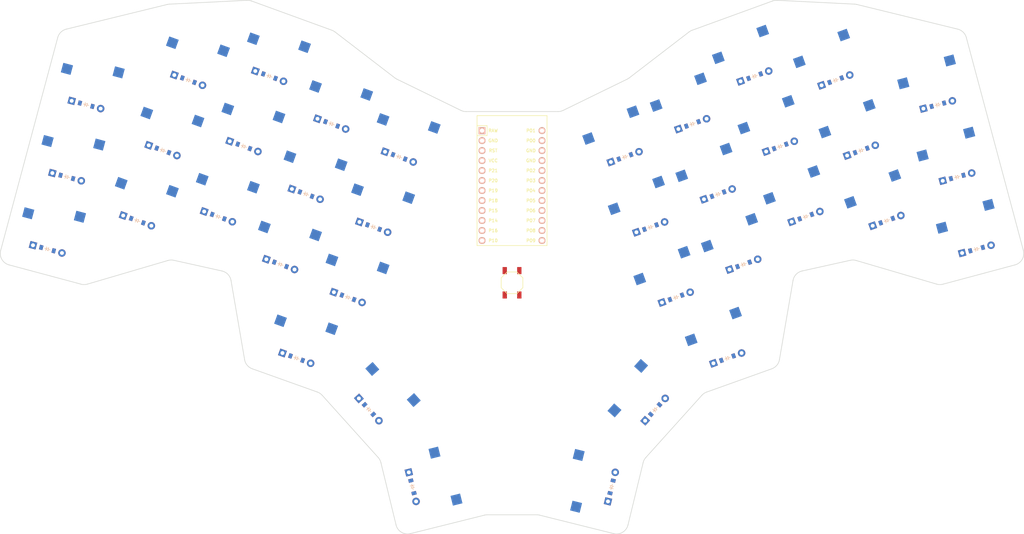
<source format=kicad_pcb>

            
(kicad_pcb (version 20171130) (host pcbnew 5.1.6)

  (page A3)
  (title_block
    (title blavinge)
    (rev v1.0.0)
    (company Unknown)
  )

  (general
    (thickness 1.6)
  )

  (layers
    (0 F.Cu signal)
    (31 B.Cu signal)
    (32 B.Adhes user)
    (33 F.Adhes user)
    (34 B.Paste user)
    (35 F.Paste user)
    (36 B.SilkS user)
    (37 F.SilkS user)
    (38 B.Mask user)
    (39 F.Mask user)
    (40 Dwgs.User user)
    (41 Cmts.User user)
    (42 Eco1.User user)
    (43 Eco2.User user)
    (44 Edge.Cuts user)
    (45 Margin user)
    (46 B.CrtYd user)
    (47 F.CrtYd user)
    (48 B.Fab user)
    (49 F.Fab user)
  )

  (setup
    (last_trace_width 0.25)
    (trace_clearance 0.2)
    (zone_clearance 0.508)
    (zone_45_only no)
    (trace_min 0.2)
    (via_size 0.8)
    (via_drill 0.4)
    (via_min_size 0.4)
    (via_min_drill 0.3)
    (uvia_size 0.3)
    (uvia_drill 0.1)
    (uvias_allowed no)
    (uvia_min_size 0.2)
    (uvia_min_drill 0.1)
    (edge_width 0.05)
    (segment_width 0.2)
    (pcb_text_width 0.3)
    (pcb_text_size 1.5 1.5)
    (mod_edge_width 0.12)
    (mod_text_size 1 1)
    (mod_text_width 0.15)
    (pad_size 1.524 1.524)
    (pad_drill 0.762)
    (pad_to_mask_clearance 0.05)
    (aux_axis_origin 0 0)
    (visible_elements FFFFFF7F)
    (pcbplotparams
      (layerselection 0x010fc_ffffffff)
      (usegerberextensions false)
      (usegerberattributes true)
      (usegerberadvancedattributes true)
      (creategerberjobfile true)
      (excludeedgelayer true)
      (linewidth 0.100000)
      (plotframeref false)
      (viasonmask false)
      (mode 1)
      (useauxorigin false)
      (hpglpennumber 1)
      (hpglpenspeed 20)
      (hpglpendiameter 15.000000)
      (psnegative false)
      (psa4output false)
      (plotreference true)
      (plotvalue true)
      (plotinvisibletext false)
      (padsonsilk false)
      (subtractmaskfromsilk false)
      (outputformat 1)
      (mirror false)
      (drillshape 1)
      (scaleselection 1)
      (outputdirectory ""))
  )

            (net 0 "")
(net 1 "P14")
(net 2 "pinky_bottom")
(net 3 "pinky_home")
(net 4 "pinky_top")
(net 5 "P16")
(net 6 "ring_bottom")
(net 7 "ring_home")
(net 8 "ring_top")
(net 9 "P10")
(net 10 "middle_bottom")
(net 11 "middle_home")
(net 12 "middle_top")
(net 13 "P9")
(net 14 "index_bottom")
(net 15 "index_home")
(net 16 "index_top")
(net 17 "P8")
(net 18 "inner_bottom")
(net 19 "inner_home")
(net 20 "inner_top")
(net 21 "P7")
(net 22 "near_thumb")
(net 23 "home_thumb")
(net 24 "far_thumb")
(net 25 "mirror_pinky_bottom")
(net 26 "mirror_pinky_home")
(net 27 "mirror_pinky_top")
(net 28 "mirror_ring_bottom")
(net 29 "mirror_ring_home")
(net 30 "mirror_ring_top")
(net 31 "mirror_middle_bottom")
(net 32 "mirror_middle_home")
(net 33 "mirror_middle_top")
(net 34 "mirror_index_bottom")
(net 35 "mirror_index_home")
(net 36 "mirror_index_top")
(net 37 "mirror_inner_bottom")
(net 38 "mirror_inner_home")
(net 39 "mirror_inner_top")
(net 40 "mirror_near_thumb")
(net 41 "mirror_home_thumb")
(net 42 "mirror_far_thumb")
(net 43 "P19")
(net 44 "P20")
(net 45 "P21")
(net 46 "P6")
(net 47 "P5")
(net 48 "P4")
(net 49 "RAW")
(net 50 "GND")
(net 51 "RST")
(net 52 "VCC")
(net 53 "P18")
(net 54 "P15")
(net 55 "P1")
(net 56 "P0")
(net 57 "P2")
(net 58 "P3")
            
  (net_class Default "This is the default net class."
    (clearance 0.2)
    (trace_width 0.25)
    (via_dia 0.8)
    (via_drill 0.4)
    (uvia_dia 0.3)
    (uvia_drill 0.1)
    (add_net "")
(add_net "P14")
(add_net "pinky_bottom")
(add_net "pinky_home")
(add_net "pinky_top")
(add_net "P16")
(add_net "ring_bottom")
(add_net "ring_home")
(add_net "ring_top")
(add_net "P10")
(add_net "middle_bottom")
(add_net "middle_home")
(add_net "middle_top")
(add_net "P9")
(add_net "index_bottom")
(add_net "index_home")
(add_net "index_top")
(add_net "P8")
(add_net "inner_bottom")
(add_net "inner_home")
(add_net "inner_top")
(add_net "P7")
(add_net "near_thumb")
(add_net "home_thumb")
(add_net "far_thumb")
(add_net "mirror_pinky_bottom")
(add_net "mirror_pinky_home")
(add_net "mirror_pinky_top")
(add_net "mirror_ring_bottom")
(add_net "mirror_ring_home")
(add_net "mirror_ring_top")
(add_net "mirror_middle_bottom")
(add_net "mirror_middle_home")
(add_net "mirror_middle_top")
(add_net "mirror_index_bottom")
(add_net "mirror_index_home")
(add_net "mirror_index_top")
(add_net "mirror_inner_bottom")
(add_net "mirror_inner_home")
(add_net "mirror_inner_top")
(add_net "mirror_near_thumb")
(add_net "mirror_home_thumb")
(add_net "mirror_far_thumb")
(add_net "P19")
(add_net "P20")
(add_net "P21")
(add_net "P6")
(add_net "P5")
(add_net "P4")
(add_net "RAW")
(add_net "GND")
(add_net "RST")
(add_net "VCC")
(add_net "P18")
(add_net "P15")
(add_net "P1")
(add_net "P0")
(add_net "P2")
(add_net "P3")
  )

            
        
      (module MX (layer F.Cu) (tedit 5DD4F656)
      (at 59.7672477 128.1712764 -15)

      
      (fp_text reference "S1" (at 0 0) (layer F.SilkS) hide (effects (font (size 1.27 1.27) (thickness 0.15))))
      (fp_text value "" (at 0 0) (layer F.SilkS) hide (effects (font (size 1.27 1.27) (thickness 0.15))))

      
      (fp_line (start -7 -6) (end -7 -7) (layer Dwgs.User) (width 0.15))
      (fp_line (start -7 7) (end -6 7) (layer Dwgs.User) (width 0.15))
      (fp_line (start -6 -7) (end -7 -7) (layer Dwgs.User) (width 0.15))
      (fp_line (start -7 7) (end -7 6) (layer Dwgs.User) (width 0.15))
      (fp_line (start 7 6) (end 7 7) (layer Dwgs.User) (width 0.15))
      (fp_line (start 7 -7) (end 6 -7) (layer Dwgs.User) (width 0.15))
      (fp_line (start 6 7) (end 7 7) (layer Dwgs.User) (width 0.15))
      (fp_line (start 7 -7) (end 7 -6) (layer Dwgs.User) (width 0.15))
    
      
      (pad "" np_thru_hole circle (at 0 0) (size 3.9878 3.9878) (drill 3.9878) (layers *.Cu *.Mask))

      
      (pad "" np_thru_hole circle (at 5.08 0) (size 1.7018 1.7018) (drill 1.7018) (layers *.Cu *.Mask))
      (pad "" np_thru_hole circle (at -5.08 0) (size 1.7018 1.7018) (drill 1.7018) (layers *.Cu *.Mask))
      
        
      
      (fp_line (start -9.5 -9.5) (end 9.5 -9.5) (layer Dwgs.User) (width 0.15))
      (fp_line (start 9.5 -9.5) (end 9.5 9.5) (layer Dwgs.User) (width 0.15))
      (fp_line (start 9.5 9.5) (end -9.5 9.5) (layer Dwgs.User) (width 0.15))
      (fp_line (start -9.5 9.5) (end -9.5 -9.5) (layer Dwgs.User) (width 0.15))
      
        
        
        (pad "" np_thru_hole circle (at 2.54 -5.08) (size 3 3) (drill 3) (layers *.Cu *.Mask))
        (pad "" np_thru_hole circle (at -3.81 -2.54) (size 3 3) (drill 3) (layers *.Cu *.Mask))
        
        
        (pad 1 smd rect (at -7.085 -2.54 -15) (size 2.55 2.5) (layers B.Cu B.Paste B.Mask) (net 1 "P14"))
        (pad 2 smd rect (at 5.842 -5.08 -15) (size 2.55 2.5) (layers B.Cu B.Paste B.Mask) (net 2 "pinky_bottom"))
        )
        

        
      (module MX (layer F.Cu) (tedit 5DD4F656)
      (at 64.6848096 109.8186857 -15)

      
      (fp_text reference "S2" (at 0 0) (layer F.SilkS) hide (effects (font (size 1.27 1.27) (thickness 0.15))))
      (fp_text value "" (at 0 0) (layer F.SilkS) hide (effects (font (size 1.27 1.27) (thickness 0.15))))

      
      (fp_line (start -7 -6) (end -7 -7) (layer Dwgs.User) (width 0.15))
      (fp_line (start -7 7) (end -6 7) (layer Dwgs.User) (width 0.15))
      (fp_line (start -6 -7) (end -7 -7) (layer Dwgs.User) (width 0.15))
      (fp_line (start -7 7) (end -7 6) (layer Dwgs.User) (width 0.15))
      (fp_line (start 7 6) (end 7 7) (layer Dwgs.User) (width 0.15))
      (fp_line (start 7 -7) (end 6 -7) (layer Dwgs.User) (width 0.15))
      (fp_line (start 6 7) (end 7 7) (layer Dwgs.User) (width 0.15))
      (fp_line (start 7 -7) (end 7 -6) (layer Dwgs.User) (width 0.15))
    
      
      (pad "" np_thru_hole circle (at 0 0) (size 3.9878 3.9878) (drill 3.9878) (layers *.Cu *.Mask))

      
      (pad "" np_thru_hole circle (at 5.08 0) (size 1.7018 1.7018) (drill 1.7018) (layers *.Cu *.Mask))
      (pad "" np_thru_hole circle (at -5.08 0) (size 1.7018 1.7018) (drill 1.7018) (layers *.Cu *.Mask))
      
        
      
      (fp_line (start -9.5 -9.5) (end 9.5 -9.5) (layer Dwgs.User) (width 0.15))
      (fp_line (start 9.5 -9.5) (end 9.5 9.5) (layer Dwgs.User) (width 0.15))
      (fp_line (start 9.5 9.5) (end -9.5 9.5) (layer Dwgs.User) (width 0.15))
      (fp_line (start -9.5 9.5) (end -9.5 -9.5) (layer Dwgs.User) (width 0.15))
      
        
        
        (pad "" np_thru_hole circle (at 2.54 -5.08) (size 3 3) (drill 3) (layers *.Cu *.Mask))
        (pad "" np_thru_hole circle (at -3.81 -2.54) (size 3 3) (drill 3) (layers *.Cu *.Mask))
        
        
        (pad 1 smd rect (at -7.085 -2.54 -15) (size 2.55 2.5) (layers B.Cu B.Paste B.Mask) (net 1 "P14"))
        (pad 2 smd rect (at 5.842 -5.08 -15) (size 2.55 2.5) (layers B.Cu B.Paste B.Mask) (net 3 "pinky_home"))
        )
        

        
      (module MX (layer F.Cu) (tedit 5DD4F656)
      (at 69.6023715 91.466095 -15)

      
      (fp_text reference "S3" (at 0 0) (layer F.SilkS) hide (effects (font (size 1.27 1.27) (thickness 0.15))))
      (fp_text value "" (at 0 0) (layer F.SilkS) hide (effects (font (size 1.27 1.27) (thickness 0.15))))

      
      (fp_line (start -7 -6) (end -7 -7) (layer Dwgs.User) (width 0.15))
      (fp_line (start -7 7) (end -6 7) (layer Dwgs.User) (width 0.15))
      (fp_line (start -6 -7) (end -7 -7) (layer Dwgs.User) (width 0.15))
      (fp_line (start -7 7) (end -7 6) (layer Dwgs.User) (width 0.15))
      (fp_line (start 7 6) (end 7 7) (layer Dwgs.User) (width 0.15))
      (fp_line (start 7 -7) (end 6 -7) (layer Dwgs.User) (width 0.15))
      (fp_line (start 6 7) (end 7 7) (layer Dwgs.User) (width 0.15))
      (fp_line (start 7 -7) (end 7 -6) (layer Dwgs.User) (width 0.15))
    
      
      (pad "" np_thru_hole circle (at 0 0) (size 3.9878 3.9878) (drill 3.9878) (layers *.Cu *.Mask))

      
      (pad "" np_thru_hole circle (at 5.08 0) (size 1.7018 1.7018) (drill 1.7018) (layers *.Cu *.Mask))
      (pad "" np_thru_hole circle (at -5.08 0) (size 1.7018 1.7018) (drill 1.7018) (layers *.Cu *.Mask))
      
        
      
      (fp_line (start -9.5 -9.5) (end 9.5 -9.5) (layer Dwgs.User) (width 0.15))
      (fp_line (start 9.5 -9.5) (end 9.5 9.5) (layer Dwgs.User) (width 0.15))
      (fp_line (start 9.5 9.5) (end -9.5 9.5) (layer Dwgs.User) (width 0.15))
      (fp_line (start -9.5 9.5) (end -9.5 -9.5) (layer Dwgs.User) (width 0.15))
      
        
        
        (pad "" np_thru_hole circle (at 2.54 -5.08) (size 3 3) (drill 3) (layers *.Cu *.Mask))
        (pad "" np_thru_hole circle (at -3.81 -2.54) (size 3 3) (drill 3) (layers *.Cu *.Mask))
        
        
        (pad 1 smd rect (at -7.085 -2.54 -15) (size 2.55 2.5) (layers B.Cu B.Paste B.Mask) (net 1 "P14"))
        (pad 2 smd rect (at 5.842 -5.08 -15) (size 2.55 2.5) (layers B.Cu B.Paste B.Mask) (net 4 "pinky_top"))
        )
        

        
      (module MX (layer F.Cu) (tedit 5DD4F656)
      (at 83.0093275 121.0627208 -20)

      
      (fp_text reference "S4" (at 0 0) (layer F.SilkS) hide (effects (font (size 1.27 1.27) (thickness 0.15))))
      (fp_text value "" (at 0 0) (layer F.SilkS) hide (effects (font (size 1.27 1.27) (thickness 0.15))))

      
      (fp_line (start -7 -6) (end -7 -7) (layer Dwgs.User) (width 0.15))
      (fp_line (start -7 7) (end -6 7) (layer Dwgs.User) (width 0.15))
      (fp_line (start -6 -7) (end -7 -7) (layer Dwgs.User) (width 0.15))
      (fp_line (start -7 7) (end -7 6) (layer Dwgs.User) (width 0.15))
      (fp_line (start 7 6) (end 7 7) (layer Dwgs.User) (width 0.15))
      (fp_line (start 7 -7) (end 6 -7) (layer Dwgs.User) (width 0.15))
      (fp_line (start 6 7) (end 7 7) (layer Dwgs.User) (width 0.15))
      (fp_line (start 7 -7) (end 7 -6) (layer Dwgs.User) (width 0.15))
    
      
      (pad "" np_thru_hole circle (at 0 0) (size 3.9878 3.9878) (drill 3.9878) (layers *.Cu *.Mask))

      
      (pad "" np_thru_hole circle (at 5.08 0) (size 1.7018 1.7018) (drill 1.7018) (layers *.Cu *.Mask))
      (pad "" np_thru_hole circle (at -5.08 0) (size 1.7018 1.7018) (drill 1.7018) (layers *.Cu *.Mask))
      
        
      
      (fp_line (start -9.5 -9.5) (end 9.5 -9.5) (layer Dwgs.User) (width 0.15))
      (fp_line (start 9.5 -9.5) (end 9.5 9.5) (layer Dwgs.User) (width 0.15))
      (fp_line (start 9.5 9.5) (end -9.5 9.5) (layer Dwgs.User) (width 0.15))
      (fp_line (start -9.5 9.5) (end -9.5 -9.5) (layer Dwgs.User) (width 0.15))
      
        
        
        (pad "" np_thru_hole circle (at 2.54 -5.08) (size 3 3) (drill 3) (layers *.Cu *.Mask))
        (pad "" np_thru_hole circle (at -3.81 -2.54) (size 3 3) (drill 3) (layers *.Cu *.Mask))
        
        
        (pad 1 smd rect (at -7.085 -2.54 -20) (size 2.55 2.5) (layers B.Cu B.Paste B.Mask) (net 5 "P16"))
        (pad 2 smd rect (at 5.842 -5.08 -20) (size 2.55 2.5) (layers B.Cu B.Paste B.Mask) (net 6 "ring_bottom"))
        )
        

        
      (module MX (layer F.Cu) (tedit 5DD4F656)
      (at 89.5077102 103.208561 -20)

      
      (fp_text reference "S5" (at 0 0) (layer F.SilkS) hide (effects (font (size 1.27 1.27) (thickness 0.15))))
      (fp_text value "" (at 0 0) (layer F.SilkS) hide (effects (font (size 1.27 1.27) (thickness 0.15))))

      
      (fp_line (start -7 -6) (end -7 -7) (layer Dwgs.User) (width 0.15))
      (fp_line (start -7 7) (end -6 7) (layer Dwgs.User) (width 0.15))
      (fp_line (start -6 -7) (end -7 -7) (layer Dwgs.User) (width 0.15))
      (fp_line (start -7 7) (end -7 6) (layer Dwgs.User) (width 0.15))
      (fp_line (start 7 6) (end 7 7) (layer Dwgs.User) (width 0.15))
      (fp_line (start 7 -7) (end 6 -7) (layer Dwgs.User) (width 0.15))
      (fp_line (start 6 7) (end 7 7) (layer Dwgs.User) (width 0.15))
      (fp_line (start 7 -7) (end 7 -6) (layer Dwgs.User) (width 0.15))
    
      
      (pad "" np_thru_hole circle (at 0 0) (size 3.9878 3.9878) (drill 3.9878) (layers *.Cu *.Mask))

      
      (pad "" np_thru_hole circle (at 5.08 0) (size 1.7018 1.7018) (drill 1.7018) (layers *.Cu *.Mask))
      (pad "" np_thru_hole circle (at -5.08 0) (size 1.7018 1.7018) (drill 1.7018) (layers *.Cu *.Mask))
      
        
      
      (fp_line (start -9.5 -9.5) (end 9.5 -9.5) (layer Dwgs.User) (width 0.15))
      (fp_line (start 9.5 -9.5) (end 9.5 9.5) (layer Dwgs.User) (width 0.15))
      (fp_line (start 9.5 9.5) (end -9.5 9.5) (layer Dwgs.User) (width 0.15))
      (fp_line (start -9.5 9.5) (end -9.5 -9.5) (layer Dwgs.User) (width 0.15))
      
        
        
        (pad "" np_thru_hole circle (at 2.54 -5.08) (size 3 3) (drill 3) (layers *.Cu *.Mask))
        (pad "" np_thru_hole circle (at -3.81 -2.54) (size 3 3) (drill 3) (layers *.Cu *.Mask))
        
        
        (pad 1 smd rect (at -7.085 -2.54 -20) (size 2.55 2.5) (layers B.Cu B.Paste B.Mask) (net 5 "P16"))
        (pad 2 smd rect (at 5.842 -5.08 -20) (size 2.55 2.5) (layers B.Cu B.Paste B.Mask) (net 7 "ring_home"))
        )
        

        
      (module MX (layer F.Cu) (tedit 5DD4F656)
      (at 96.0060929 85.3544012 -20)

      
      (fp_text reference "S6" (at 0 0) (layer F.SilkS) hide (effects (font (size 1.27 1.27) (thickness 0.15))))
      (fp_text value "" (at 0 0) (layer F.SilkS) hide (effects (font (size 1.27 1.27) (thickness 0.15))))

      
      (fp_line (start -7 -6) (end -7 -7) (layer Dwgs.User) (width 0.15))
      (fp_line (start -7 7) (end -6 7) (layer Dwgs.User) (width 0.15))
      (fp_line (start -6 -7) (end -7 -7) (layer Dwgs.User) (width 0.15))
      (fp_line (start -7 7) (end -7 6) (layer Dwgs.User) (width 0.15))
      (fp_line (start 7 6) (end 7 7) (layer Dwgs.User) (width 0.15))
      (fp_line (start 7 -7) (end 6 -7) (layer Dwgs.User) (width 0.15))
      (fp_line (start 6 7) (end 7 7) (layer Dwgs.User) (width 0.15))
      (fp_line (start 7 -7) (end 7 -6) (layer Dwgs.User) (width 0.15))
    
      
      (pad "" np_thru_hole circle (at 0 0) (size 3.9878 3.9878) (drill 3.9878) (layers *.Cu *.Mask))

      
      (pad "" np_thru_hole circle (at 5.08 0) (size 1.7018 1.7018) (drill 1.7018) (layers *.Cu *.Mask))
      (pad "" np_thru_hole circle (at -5.08 0) (size 1.7018 1.7018) (drill 1.7018) (layers *.Cu *.Mask))
      
        
      
      (fp_line (start -9.5 -9.5) (end 9.5 -9.5) (layer Dwgs.User) (width 0.15))
      (fp_line (start 9.5 -9.5) (end 9.5 9.5) (layer Dwgs.User) (width 0.15))
      (fp_line (start 9.5 9.5) (end -9.5 9.5) (layer Dwgs.User) (width 0.15))
      (fp_line (start -9.5 9.5) (end -9.5 -9.5) (layer Dwgs.User) (width 0.15))
      
        
        
        (pad "" np_thru_hole circle (at 2.54 -5.08) (size 3 3) (drill 3) (layers *.Cu *.Mask))
        (pad "" np_thru_hole circle (at -3.81 -2.54) (size 3 3) (drill 3) (layers *.Cu *.Mask))
        
        
        (pad 1 smd rect (at -7.085 -2.54 -20) (size 2.55 2.5) (layers B.Cu B.Paste B.Mask) (net 5 "P16"))
        (pad 2 smd rect (at 5.842 -5.08 -20) (size 2.55 2.5) (layers B.Cu B.Paste B.Mask) (net 8 "ring_top"))
        )
        

        
      (module MX (layer F.Cu) (tedit 5DD4F656)
      (at 103.5996484 120.0435625 -20)

      
      (fp_text reference "S7" (at 0 0) (layer F.SilkS) hide (effects (font (size 1.27 1.27) (thickness 0.15))))
      (fp_text value "" (at 0 0) (layer F.SilkS) hide (effects (font (size 1.27 1.27) (thickness 0.15))))

      
      (fp_line (start -7 -6) (end -7 -7) (layer Dwgs.User) (width 0.15))
      (fp_line (start -7 7) (end -6 7) (layer Dwgs.User) (width 0.15))
      (fp_line (start -6 -7) (end -7 -7) (layer Dwgs.User) (width 0.15))
      (fp_line (start -7 7) (end -7 6) (layer Dwgs.User) (width 0.15))
      (fp_line (start 7 6) (end 7 7) (layer Dwgs.User) (width 0.15))
      (fp_line (start 7 -7) (end 6 -7) (layer Dwgs.User) (width 0.15))
      (fp_line (start 6 7) (end 7 7) (layer Dwgs.User) (width 0.15))
      (fp_line (start 7 -7) (end 7 -6) (layer Dwgs.User) (width 0.15))
    
      
      (pad "" np_thru_hole circle (at 0 0) (size 3.9878 3.9878) (drill 3.9878) (layers *.Cu *.Mask))

      
      (pad "" np_thru_hole circle (at 5.08 0) (size 1.7018 1.7018) (drill 1.7018) (layers *.Cu *.Mask))
      (pad "" np_thru_hole circle (at -5.08 0) (size 1.7018 1.7018) (drill 1.7018) (layers *.Cu *.Mask))
      
        
      
      (fp_line (start -9.5 -9.5) (end 9.5 -9.5) (layer Dwgs.User) (width 0.15))
      (fp_line (start 9.5 -9.5) (end 9.5 9.5) (layer Dwgs.User) (width 0.15))
      (fp_line (start 9.5 9.5) (end -9.5 9.5) (layer Dwgs.User) (width 0.15))
      (fp_line (start -9.5 9.5) (end -9.5 -9.5) (layer Dwgs.User) (width 0.15))
      
        
        
        (pad "" np_thru_hole circle (at 2.54 -5.08) (size 3 3) (drill 3) (layers *.Cu *.Mask))
        (pad "" np_thru_hole circle (at -3.81 -2.54) (size 3 3) (drill 3) (layers *.Cu *.Mask))
        
        
        (pad 1 smd rect (at -7.085 -2.54 -20) (size 2.55 2.5) (layers B.Cu B.Paste B.Mask) (net 9 "P10"))
        (pad 2 smd rect (at 5.842 -5.08 -20) (size 2.55 2.5) (layers B.Cu B.Paste B.Mask) (net 10 "middle_bottom"))
        )
        

        
      (module MX (layer F.Cu) (tedit 5DD4F656)
      (at 110.0980311 102.1894028 -20)

      
      (fp_text reference "S8" (at 0 0) (layer F.SilkS) hide (effects (font (size 1.27 1.27) (thickness 0.15))))
      (fp_text value "" (at 0 0) (layer F.SilkS) hide (effects (font (size 1.27 1.27) (thickness 0.15))))

      
      (fp_line (start -7 -6) (end -7 -7) (layer Dwgs.User) (width 0.15))
      (fp_line (start -7 7) (end -6 7) (layer Dwgs.User) (width 0.15))
      (fp_line (start -6 -7) (end -7 -7) (layer Dwgs.User) (width 0.15))
      (fp_line (start -7 7) (end -7 6) (layer Dwgs.User) (width 0.15))
      (fp_line (start 7 6) (end 7 7) (layer Dwgs.User) (width 0.15))
      (fp_line (start 7 -7) (end 6 -7) (layer Dwgs.User) (width 0.15))
      (fp_line (start 6 7) (end 7 7) (layer Dwgs.User) (width 0.15))
      (fp_line (start 7 -7) (end 7 -6) (layer Dwgs.User) (width 0.15))
    
      
      (pad "" np_thru_hole circle (at 0 0) (size 3.9878 3.9878) (drill 3.9878) (layers *.Cu *.Mask))

      
      (pad "" np_thru_hole circle (at 5.08 0) (size 1.7018 1.7018) (drill 1.7018) (layers *.Cu *.Mask))
      (pad "" np_thru_hole circle (at -5.08 0) (size 1.7018 1.7018) (drill 1.7018) (layers *.Cu *.Mask))
      
        
      
      (fp_line (start -9.5 -9.5) (end 9.5 -9.5) (layer Dwgs.User) (width 0.15))
      (fp_line (start 9.5 -9.5) (end 9.5 9.5) (layer Dwgs.User) (width 0.15))
      (fp_line (start 9.5 9.5) (end -9.5 9.5) (layer Dwgs.User) (width 0.15))
      (fp_line (start -9.5 9.5) (end -9.5 -9.5) (layer Dwgs.User) (width 0.15))
      
        
        
        (pad "" np_thru_hole circle (at 2.54 -5.08) (size 3 3) (drill 3) (layers *.Cu *.Mask))
        (pad "" np_thru_hole circle (at -3.81 -2.54) (size 3 3) (drill 3) (layers *.Cu *.Mask))
        
        
        (pad 1 smd rect (at -7.085 -2.54 -20) (size 2.55 2.5) (layers B.Cu B.Paste B.Mask) (net 9 "P10"))
        (pad 2 smd rect (at 5.842 -5.08 -20) (size 2.55 2.5) (layers B.Cu B.Paste B.Mask) (net 11 "middle_home"))
        )
        

        
      (module MX (layer F.Cu) (tedit 5DD4F656)
      (at 116.5964139 84.335243 -20)

      
      (fp_text reference "S9" (at 0 0) (layer F.SilkS) hide (effects (font (size 1.27 1.27) (thickness 0.15))))
      (fp_text value "" (at 0 0) (layer F.SilkS) hide (effects (font (size 1.27 1.27) (thickness 0.15))))

      
      (fp_line (start -7 -6) (end -7 -7) (layer Dwgs.User) (width 0.15))
      (fp_line (start -7 7) (end -6 7) (layer Dwgs.User) (width 0.15))
      (fp_line (start -6 -7) (end -7 -7) (layer Dwgs.User) (width 0.15))
      (fp_line (start -7 7) (end -7 6) (layer Dwgs.User) (width 0.15))
      (fp_line (start 7 6) (end 7 7) (layer Dwgs.User) (width 0.15))
      (fp_line (start 7 -7) (end 6 -7) (layer Dwgs.User) (width 0.15))
      (fp_line (start 6 7) (end 7 7) (layer Dwgs.User) (width 0.15))
      (fp_line (start 7 -7) (end 7 -6) (layer Dwgs.User) (width 0.15))
    
      
      (pad "" np_thru_hole circle (at 0 0) (size 3.9878 3.9878) (drill 3.9878) (layers *.Cu *.Mask))

      
      (pad "" np_thru_hole circle (at 5.08 0) (size 1.7018 1.7018) (drill 1.7018) (layers *.Cu *.Mask))
      (pad "" np_thru_hole circle (at -5.08 0) (size 1.7018 1.7018) (drill 1.7018) (layers *.Cu *.Mask))
      
        
      
      (fp_line (start -9.5 -9.5) (end 9.5 -9.5) (layer Dwgs.User) (width 0.15))
      (fp_line (start 9.5 -9.5) (end 9.5 9.5) (layer Dwgs.User) (width 0.15))
      (fp_line (start 9.5 9.5) (end -9.5 9.5) (layer Dwgs.User) (width 0.15))
      (fp_line (start -9.5 9.5) (end -9.5 -9.5) (layer Dwgs.User) (width 0.15))
      
        
        
        (pad "" np_thru_hole circle (at 2.54 -5.08) (size 3 3) (drill 3) (layers *.Cu *.Mask))
        (pad "" np_thru_hole circle (at -3.81 -2.54) (size 3 3) (drill 3) (layers *.Cu *.Mask))
        
        
        (pad 1 smd rect (at -7.085 -2.54 -20) (size 2.55 2.5) (layers B.Cu B.Paste B.Mask) (net 9 "P10"))
        (pad 2 smd rect (at 5.842 -5.08 -20) (size 2.55 2.5) (layers B.Cu B.Paste B.Mask) (net 12 "middle_top"))
        )
        

        
      (module MX (layer F.Cu) (tedit 5DD4F656)
      (at 119.4016874 132.180101 -20)

      
      (fp_text reference "S10" (at 0 0) (layer F.SilkS) hide (effects (font (size 1.27 1.27) (thickness 0.15))))
      (fp_text value "" (at 0 0) (layer F.SilkS) hide (effects (font (size 1.27 1.27) (thickness 0.15))))

      
      (fp_line (start -7 -6) (end -7 -7) (layer Dwgs.User) (width 0.15))
      (fp_line (start -7 7) (end -6 7) (layer Dwgs.User) (width 0.15))
      (fp_line (start -6 -7) (end -7 -7) (layer Dwgs.User) (width 0.15))
      (fp_line (start -7 7) (end -7 6) (layer Dwgs.User) (width 0.15))
      (fp_line (start 7 6) (end 7 7) (layer Dwgs.User) (width 0.15))
      (fp_line (start 7 -7) (end 6 -7) (layer Dwgs.User) (width 0.15))
      (fp_line (start 6 7) (end 7 7) (layer Dwgs.User) (width 0.15))
      (fp_line (start 7 -7) (end 7 -6) (layer Dwgs.User) (width 0.15))
    
      
      (pad "" np_thru_hole circle (at 0 0) (size 3.9878 3.9878) (drill 3.9878) (layers *.Cu *.Mask))

      
      (pad "" np_thru_hole circle (at 5.08 0) (size 1.7018 1.7018) (drill 1.7018) (layers *.Cu *.Mask))
      (pad "" np_thru_hole circle (at -5.08 0) (size 1.7018 1.7018) (drill 1.7018) (layers *.Cu *.Mask))
      
        
      
      (fp_line (start -9.5 -9.5) (end 9.5 -9.5) (layer Dwgs.User) (width 0.15))
      (fp_line (start 9.5 -9.5) (end 9.5 9.5) (layer Dwgs.User) (width 0.15))
      (fp_line (start 9.5 9.5) (end -9.5 9.5) (layer Dwgs.User) (width 0.15))
      (fp_line (start -9.5 9.5) (end -9.5 -9.5) (layer Dwgs.User) (width 0.15))
      
        
        
        (pad "" np_thru_hole circle (at 2.54 -5.08) (size 3 3) (drill 3) (layers *.Cu *.Mask))
        (pad "" np_thru_hole circle (at -3.81 -2.54) (size 3 3) (drill 3) (layers *.Cu *.Mask))
        
        
        (pad 1 smd rect (at -7.085 -2.54 -20) (size 2.55 2.5) (layers B.Cu B.Paste B.Mask) (net 13 "P9"))
        (pad 2 smd rect (at 5.842 -5.08 -20) (size 2.55 2.5) (layers B.Cu B.Paste B.Mask) (net 14 "index_bottom"))
        )
        

        
      (module MX (layer F.Cu) (tedit 5DD4F656)
      (at 125.9000701 114.3259412 -20)

      
      (fp_text reference "S11" (at 0 0) (layer F.SilkS) hide (effects (font (size 1.27 1.27) (thickness 0.15))))
      (fp_text value "" (at 0 0) (layer F.SilkS) hide (effects (font (size 1.27 1.27) (thickness 0.15))))

      
      (fp_line (start -7 -6) (end -7 -7) (layer Dwgs.User) (width 0.15))
      (fp_line (start -7 7) (end -6 7) (layer Dwgs.User) (width 0.15))
      (fp_line (start -6 -7) (end -7 -7) (layer Dwgs.User) (width 0.15))
      (fp_line (start -7 7) (end -7 6) (layer Dwgs.User) (width 0.15))
      (fp_line (start 7 6) (end 7 7) (layer Dwgs.User) (width 0.15))
      (fp_line (start 7 -7) (end 6 -7) (layer Dwgs.User) (width 0.15))
      (fp_line (start 6 7) (end 7 7) (layer Dwgs.User) (width 0.15))
      (fp_line (start 7 -7) (end 7 -6) (layer Dwgs.User) (width 0.15))
    
      
      (pad "" np_thru_hole circle (at 0 0) (size 3.9878 3.9878) (drill 3.9878) (layers *.Cu *.Mask))

      
      (pad "" np_thru_hole circle (at 5.08 0) (size 1.7018 1.7018) (drill 1.7018) (layers *.Cu *.Mask))
      (pad "" np_thru_hole circle (at -5.08 0) (size 1.7018 1.7018) (drill 1.7018) (layers *.Cu *.Mask))
      
        
      
      (fp_line (start -9.5 -9.5) (end 9.5 -9.5) (layer Dwgs.User) (width 0.15))
      (fp_line (start 9.5 -9.5) (end 9.5 9.5) (layer Dwgs.User) (width 0.15))
      (fp_line (start 9.5 9.5) (end -9.5 9.5) (layer Dwgs.User) (width 0.15))
      (fp_line (start -9.5 9.5) (end -9.5 -9.5) (layer Dwgs.User) (width 0.15))
      
        
        
        (pad "" np_thru_hole circle (at 2.54 -5.08) (size 3 3) (drill 3) (layers *.Cu *.Mask))
        (pad "" np_thru_hole circle (at -3.81 -2.54) (size 3 3) (drill 3) (layers *.Cu *.Mask))
        
        
        (pad 1 smd rect (at -7.085 -2.54 -20) (size 2.55 2.5) (layers B.Cu B.Paste B.Mask) (net 13 "P9"))
        (pad 2 smd rect (at 5.842 -5.08 -20) (size 2.55 2.5) (layers B.Cu B.Paste B.Mask) (net 15 "index_home"))
        )
        

        
      (module MX (layer F.Cu) (tedit 5DD4F656)
      (at 132.3984528 96.4717814 -20)

      
      (fp_text reference "S12" (at 0 0) (layer F.SilkS) hide (effects (font (size 1.27 1.27) (thickness 0.15))))
      (fp_text value "" (at 0 0) (layer F.SilkS) hide (effects (font (size 1.27 1.27) (thickness 0.15))))

      
      (fp_line (start -7 -6) (end -7 -7) (layer Dwgs.User) (width 0.15))
      (fp_line (start -7 7) (end -6 7) (layer Dwgs.User) (width 0.15))
      (fp_line (start -6 -7) (end -7 -7) (layer Dwgs.User) (width 0.15))
      (fp_line (start -7 7) (end -7 6) (layer Dwgs.User) (width 0.15))
      (fp_line (start 7 6) (end 7 7) (layer Dwgs.User) (width 0.15))
      (fp_line (start 7 -7) (end 6 -7) (layer Dwgs.User) (width 0.15))
      (fp_line (start 6 7) (end 7 7) (layer Dwgs.User) (width 0.15))
      (fp_line (start 7 -7) (end 7 -6) (layer Dwgs.User) (width 0.15))
    
      
      (pad "" np_thru_hole circle (at 0 0) (size 3.9878 3.9878) (drill 3.9878) (layers *.Cu *.Mask))

      
      (pad "" np_thru_hole circle (at 5.08 0) (size 1.7018 1.7018) (drill 1.7018) (layers *.Cu *.Mask))
      (pad "" np_thru_hole circle (at -5.08 0) (size 1.7018 1.7018) (drill 1.7018) (layers *.Cu *.Mask))
      
        
      
      (fp_line (start -9.5 -9.5) (end 9.5 -9.5) (layer Dwgs.User) (width 0.15))
      (fp_line (start 9.5 -9.5) (end 9.5 9.5) (layer Dwgs.User) (width 0.15))
      (fp_line (start 9.5 9.5) (end -9.5 9.5) (layer Dwgs.User) (width 0.15))
      (fp_line (start -9.5 9.5) (end -9.5 -9.5) (layer Dwgs.User) (width 0.15))
      
        
        
        (pad "" np_thru_hole circle (at 2.54 -5.08) (size 3 3) (drill 3) (layers *.Cu *.Mask))
        (pad "" np_thru_hole circle (at -3.81 -2.54) (size 3 3) (drill 3) (layers *.Cu *.Mask))
        
        
        (pad 1 smd rect (at -7.085 -2.54 -20) (size 2.55 2.5) (layers B.Cu B.Paste B.Mask) (net 13 "P9"))
        (pad 2 smd rect (at 5.842 -5.08 -20) (size 2.55 2.5) (layers B.Cu B.Paste B.Mask) (net 16 "index_top"))
        )
        

        
      (module MX (layer F.Cu) (tedit 5DD4F656)
      (at 136.5718069 140.557869 -20)

      
      (fp_text reference "S13" (at 0 0) (layer F.SilkS) hide (effects (font (size 1.27 1.27) (thickness 0.15))))
      (fp_text value "" (at 0 0) (layer F.SilkS) hide (effects (font (size 1.27 1.27) (thickness 0.15))))

      
      (fp_line (start -7 -6) (end -7 -7) (layer Dwgs.User) (width 0.15))
      (fp_line (start -7 7) (end -6 7) (layer Dwgs.User) (width 0.15))
      (fp_line (start -6 -7) (end -7 -7) (layer Dwgs.User) (width 0.15))
      (fp_line (start -7 7) (end -7 6) (layer Dwgs.User) (width 0.15))
      (fp_line (start 7 6) (end 7 7) (layer Dwgs.User) (width 0.15))
      (fp_line (start 7 -7) (end 6 -7) (layer Dwgs.User) (width 0.15))
      (fp_line (start 6 7) (end 7 7) (layer Dwgs.User) (width 0.15))
      (fp_line (start 7 -7) (end 7 -6) (layer Dwgs.User) (width 0.15))
    
      
      (pad "" np_thru_hole circle (at 0 0) (size 3.9878 3.9878) (drill 3.9878) (layers *.Cu *.Mask))

      
      (pad "" np_thru_hole circle (at 5.08 0) (size 1.7018 1.7018) (drill 1.7018) (layers *.Cu *.Mask))
      (pad "" np_thru_hole circle (at -5.08 0) (size 1.7018 1.7018) (drill 1.7018) (layers *.Cu *.Mask))
      
        
      
      (fp_line (start -9.5 -9.5) (end 9.5 -9.5) (layer Dwgs.User) (width 0.15))
      (fp_line (start 9.5 -9.5) (end 9.5 9.5) (layer Dwgs.User) (width 0.15))
      (fp_line (start 9.5 9.5) (end -9.5 9.5) (layer Dwgs.User) (width 0.15))
      (fp_line (start -9.5 9.5) (end -9.5 -9.5) (layer Dwgs.User) (width 0.15))
      
        
        
        (pad "" np_thru_hole circle (at 2.54 -5.08) (size 3 3) (drill 3) (layers *.Cu *.Mask))
        (pad "" np_thru_hole circle (at -3.81 -2.54) (size 3 3) (drill 3) (layers *.Cu *.Mask))
        
        
        (pad 1 smd rect (at -7.085 -2.54 -20) (size 2.55 2.5) (layers B.Cu B.Paste B.Mask) (net 17 "P8"))
        (pad 2 smd rect (at 5.842 -5.08 -20) (size 2.55 2.5) (layers B.Cu B.Paste B.Mask) (net 18 "inner_bottom"))
        )
        

        
      (module MX (layer F.Cu) (tedit 5DD4F656)
      (at 143.0701896 122.7037092 -20)

      
      (fp_text reference "S14" (at 0 0) (layer F.SilkS) hide (effects (font (size 1.27 1.27) (thickness 0.15))))
      (fp_text value "" (at 0 0) (layer F.SilkS) hide (effects (font (size 1.27 1.27) (thickness 0.15))))

      
      (fp_line (start -7 -6) (end -7 -7) (layer Dwgs.User) (width 0.15))
      (fp_line (start -7 7) (end -6 7) (layer Dwgs.User) (width 0.15))
      (fp_line (start -6 -7) (end -7 -7) (layer Dwgs.User) (width 0.15))
      (fp_line (start -7 7) (end -7 6) (layer Dwgs.User) (width 0.15))
      (fp_line (start 7 6) (end 7 7) (layer Dwgs.User) (width 0.15))
      (fp_line (start 7 -7) (end 6 -7) (layer Dwgs.User) (width 0.15))
      (fp_line (start 6 7) (end 7 7) (layer Dwgs.User) (width 0.15))
      (fp_line (start 7 -7) (end 7 -6) (layer Dwgs.User) (width 0.15))
    
      
      (pad "" np_thru_hole circle (at 0 0) (size 3.9878 3.9878) (drill 3.9878) (layers *.Cu *.Mask))

      
      (pad "" np_thru_hole circle (at 5.08 0) (size 1.7018 1.7018) (drill 1.7018) (layers *.Cu *.Mask))
      (pad "" np_thru_hole circle (at -5.08 0) (size 1.7018 1.7018) (drill 1.7018) (layers *.Cu *.Mask))
      
        
      
      (fp_line (start -9.5 -9.5) (end 9.5 -9.5) (layer Dwgs.User) (width 0.15))
      (fp_line (start 9.5 -9.5) (end 9.5 9.5) (layer Dwgs.User) (width 0.15))
      (fp_line (start 9.5 9.5) (end -9.5 9.5) (layer Dwgs.User) (width 0.15))
      (fp_line (start -9.5 9.5) (end -9.5 -9.5) (layer Dwgs.User) (width 0.15))
      
        
        
        (pad "" np_thru_hole circle (at 2.54 -5.08) (size 3 3) (drill 3) (layers *.Cu *.Mask))
        (pad "" np_thru_hole circle (at -3.81 -2.54) (size 3 3) (drill 3) (layers *.Cu *.Mask))
        
        
        (pad 1 smd rect (at -7.085 -2.54 -20) (size 2.55 2.5) (layers B.Cu B.Paste B.Mask) (net 17 "P8"))
        (pad 2 smd rect (at 5.842 -5.08 -20) (size 2.55 2.5) (layers B.Cu B.Paste B.Mask) (net 19 "inner_home"))
        )
        

        
      (module MX (layer F.Cu) (tedit 5DD4F656)
      (at 149.5685723 104.8495494 -20)

      
      (fp_text reference "S15" (at 0 0) (layer F.SilkS) hide (effects (font (size 1.27 1.27) (thickness 0.15))))
      (fp_text value "" (at 0 0) (layer F.SilkS) hide (effects (font (size 1.27 1.27) (thickness 0.15))))

      
      (fp_line (start -7 -6) (end -7 -7) (layer Dwgs.User) (width 0.15))
      (fp_line (start -7 7) (end -6 7) (layer Dwgs.User) (width 0.15))
      (fp_line (start -6 -7) (end -7 -7) (layer Dwgs.User) (width 0.15))
      (fp_line (start -7 7) (end -7 6) (layer Dwgs.User) (width 0.15))
      (fp_line (start 7 6) (end 7 7) (layer Dwgs.User) (width 0.15))
      (fp_line (start 7 -7) (end 6 -7) (layer Dwgs.User) (width 0.15))
      (fp_line (start 6 7) (end 7 7) (layer Dwgs.User) (width 0.15))
      (fp_line (start 7 -7) (end 7 -6) (layer Dwgs.User) (width 0.15))
    
      
      (pad "" np_thru_hole circle (at 0 0) (size 3.9878 3.9878) (drill 3.9878) (layers *.Cu *.Mask))

      
      (pad "" np_thru_hole circle (at 5.08 0) (size 1.7018 1.7018) (drill 1.7018) (layers *.Cu *.Mask))
      (pad "" np_thru_hole circle (at -5.08 0) (size 1.7018 1.7018) (drill 1.7018) (layers *.Cu *.Mask))
      
        
      
      (fp_line (start -9.5 -9.5) (end 9.5 -9.5) (layer Dwgs.User) (width 0.15))
      (fp_line (start 9.5 -9.5) (end 9.5 9.5) (layer Dwgs.User) (width 0.15))
      (fp_line (start 9.5 9.5) (end -9.5 9.5) (layer Dwgs.User) (width 0.15))
      (fp_line (start -9.5 9.5) (end -9.5 -9.5) (layer Dwgs.User) (width 0.15))
      
        
        
        (pad "" np_thru_hole circle (at 2.54 -5.08) (size 3 3) (drill 3) (layers *.Cu *.Mask))
        (pad "" np_thru_hole circle (at -3.81 -2.54) (size 3 3) (drill 3) (layers *.Cu *.Mask))
        
        
        (pad 1 smd rect (at -7.085 -2.54 -20) (size 2.55 2.5) (layers B.Cu B.Paste B.Mask) (net 17 "P8"))
        (pad 2 smd rect (at 5.842 -5.08 -20) (size 2.55 2.5) (layers B.Cu B.Paste B.Mask) (net 20 "inner_top"))
        )
        

        
      (module MX (layer F.Cu) (tedit 5DD4F656)
      (at 123.4955758 156.0178878 -20)

      
      (fp_text reference "S16" (at 0 0) (layer F.SilkS) hide (effects (font (size 1.27 1.27) (thickness 0.15))))
      (fp_text value "" (at 0 0) (layer F.SilkS) hide (effects (font (size 1.27 1.27) (thickness 0.15))))

      
      (fp_line (start -7 -6) (end -7 -7) (layer Dwgs.User) (width 0.15))
      (fp_line (start -7 7) (end -6 7) (layer Dwgs.User) (width 0.15))
      (fp_line (start -6 -7) (end -7 -7) (layer Dwgs.User) (width 0.15))
      (fp_line (start -7 7) (end -7 6) (layer Dwgs.User) (width 0.15))
      (fp_line (start 7 6) (end 7 7) (layer Dwgs.User) (width 0.15))
      (fp_line (start 7 -7) (end 6 -7) (layer Dwgs.User) (width 0.15))
      (fp_line (start 6 7) (end 7 7) (layer Dwgs.User) (width 0.15))
      (fp_line (start 7 -7) (end 7 -6) (layer Dwgs.User) (width 0.15))
    
      
      (pad "" np_thru_hole circle (at 0 0) (size 3.9878 3.9878) (drill 3.9878) (layers *.Cu *.Mask))

      
      (pad "" np_thru_hole circle (at 5.08 0) (size 1.7018 1.7018) (drill 1.7018) (layers *.Cu *.Mask))
      (pad "" np_thru_hole circle (at -5.08 0) (size 1.7018 1.7018) (drill 1.7018) (layers *.Cu *.Mask))
      
        
      
      (fp_line (start -9.5 -9.5) (end 9.5 -9.5) (layer Dwgs.User) (width 0.15))
      (fp_line (start 9.5 -9.5) (end 9.5 9.5) (layer Dwgs.User) (width 0.15))
      (fp_line (start 9.5 9.5) (end -9.5 9.5) (layer Dwgs.User) (width 0.15))
      (fp_line (start -9.5 9.5) (end -9.5 -9.5) (layer Dwgs.User) (width 0.15))
      
        
        
        (pad "" np_thru_hole circle (at 2.54 -5.08) (size 3 3) (drill 3) (layers *.Cu *.Mask))
        (pad "" np_thru_hole circle (at -3.81 -2.54) (size 3 3) (drill 3) (layers *.Cu *.Mask))
        
        
        (pad 1 smd rect (at -7.085 -2.54 -20) (size 2.55 2.5) (layers B.Cu B.Paste B.Mask) (net 21 "P7"))
        (pad 2 smd rect (at 5.842 -5.08 -20) (size 2.55 2.5) (layers B.Cu B.Paste B.Mask) (net 22 "near_thumb"))
        )
        

        
      (module MX (layer F.Cu) (tedit 5DD4F656)
      (at 143.8950625 170.4340889 -48)

      
      (fp_text reference "S17" (at 0 0) (layer F.SilkS) hide (effects (font (size 1.27 1.27) (thickness 0.15))))
      (fp_text value "" (at 0 0) (layer F.SilkS) hide (effects (font (size 1.27 1.27) (thickness 0.15))))

      
      (fp_line (start -7 -6) (end -7 -7) (layer Dwgs.User) (width 0.15))
      (fp_line (start -7 7) (end -6 7) (layer Dwgs.User) (width 0.15))
      (fp_line (start -6 -7) (end -7 -7) (layer Dwgs.User) (width 0.15))
      (fp_line (start -7 7) (end -7 6) (layer Dwgs.User) (width 0.15))
      (fp_line (start 7 6) (end 7 7) (layer Dwgs.User) (width 0.15))
      (fp_line (start 7 -7) (end 6 -7) (layer Dwgs.User) (width 0.15))
      (fp_line (start 6 7) (end 7 7) (layer Dwgs.User) (width 0.15))
      (fp_line (start 7 -7) (end 7 -6) (layer Dwgs.User) (width 0.15))
    
      
      (pad "" np_thru_hole circle (at 0 0) (size 3.9878 3.9878) (drill 3.9878) (layers *.Cu *.Mask))

      
      (pad "" np_thru_hole circle (at 5.08 0) (size 1.7018 1.7018) (drill 1.7018) (layers *.Cu *.Mask))
      (pad "" np_thru_hole circle (at -5.08 0) (size 1.7018 1.7018) (drill 1.7018) (layers *.Cu *.Mask))
      
        
      
      (fp_line (start -9.5 -9.5) (end 9.5 -9.5) (layer Dwgs.User) (width 0.15))
      (fp_line (start 9.5 -9.5) (end 9.5 9.5) (layer Dwgs.User) (width 0.15))
      (fp_line (start 9.5 9.5) (end -9.5 9.5) (layer Dwgs.User) (width 0.15))
      (fp_line (start -9.5 9.5) (end -9.5 -9.5) (layer Dwgs.User) (width 0.15))
      
        
        
        (pad "" np_thru_hole circle (at 2.54 -5.08) (size 3 3) (drill 3) (layers *.Cu *.Mask))
        (pad "" np_thru_hole circle (at -3.81 -2.54) (size 3 3) (drill 3) (layers *.Cu *.Mask))
        
        
        (pad 1 smd rect (at -7.085 -2.54 -48) (size 2.55 2.5) (layers B.Cu B.Paste B.Mask) (net 21 "P7"))
        (pad 2 smd rect (at 5.842 -5.08 -48) (size 2.55 2.5) (layers B.Cu B.Paste B.Mask) (net 23 "home_thumb"))
        )
        

        
      (module MX (layer F.Cu) (tedit 5DD4F656)
      (at 156.0999631 192.2287284 -76)

      
      (fp_text reference "S18" (at 0 0) (layer F.SilkS) hide (effects (font (size 1.27 1.27) (thickness 0.15))))
      (fp_text value "" (at 0 0) (layer F.SilkS) hide (effects (font (size 1.27 1.27) (thickness 0.15))))

      
      (fp_line (start -7 -6) (end -7 -7) (layer Dwgs.User) (width 0.15))
      (fp_line (start -7 7) (end -6 7) (layer Dwgs.User) (width 0.15))
      (fp_line (start -6 -7) (end -7 -7) (layer Dwgs.User) (width 0.15))
      (fp_line (start -7 7) (end -7 6) (layer Dwgs.User) (width 0.15))
      (fp_line (start 7 6) (end 7 7) (layer Dwgs.User) (width 0.15))
      (fp_line (start 7 -7) (end 6 -7) (layer Dwgs.User) (width 0.15))
      (fp_line (start 6 7) (end 7 7) (layer Dwgs.User) (width 0.15))
      (fp_line (start 7 -7) (end 7 -6) (layer Dwgs.User) (width 0.15))
    
      
      (pad "" np_thru_hole circle (at 0 0) (size 3.9878 3.9878) (drill 3.9878) (layers *.Cu *.Mask))

      
      (pad "" np_thru_hole circle (at 5.08 0) (size 1.7018 1.7018) (drill 1.7018) (layers *.Cu *.Mask))
      (pad "" np_thru_hole circle (at -5.08 0) (size 1.7018 1.7018) (drill 1.7018) (layers *.Cu *.Mask))
      
        
      
      (fp_line (start -9.5 -9.5) (end 9.5 -9.5) (layer Dwgs.User) (width 0.15))
      (fp_line (start 9.5 -9.5) (end 9.5 9.5) (layer Dwgs.User) (width 0.15))
      (fp_line (start 9.5 9.5) (end -9.5 9.5) (layer Dwgs.User) (width 0.15))
      (fp_line (start -9.5 9.5) (end -9.5 -9.5) (layer Dwgs.User) (width 0.15))
      
        
        
        (pad "" np_thru_hole circle (at 2.54 -5.08) (size 3 3) (drill 3) (layers *.Cu *.Mask))
        (pad "" np_thru_hole circle (at -3.81 -2.54) (size 3 3) (drill 3) (layers *.Cu *.Mask))
        
        
        (pad 1 smd rect (at -7.085 -2.54 -76) (size 2.55 2.5) (layers B.Cu B.Paste B.Mask) (net 21 "P7"))
        (pad 2 smd rect (at 5.842 -5.08 -76) (size 2.55 2.5) (layers B.Cu B.Paste B.Mask) (net 24 "far_thumb"))
        )
        

        
      (module MX (layer F.Cu) (tedit 5DD4F656)
      (at 293.3553493 128.1712764 15)

      
      (fp_text reference "S19" (at 0 0) (layer F.SilkS) hide (effects (font (size 1.27 1.27) (thickness 0.15))))
      (fp_text value "" (at 0 0) (layer F.SilkS) hide (effects (font (size 1.27 1.27) (thickness 0.15))))

      
      (fp_line (start -7 -6) (end -7 -7) (layer Dwgs.User) (width 0.15))
      (fp_line (start -7 7) (end -6 7) (layer Dwgs.User) (width 0.15))
      (fp_line (start -6 -7) (end -7 -7) (layer Dwgs.User) (width 0.15))
      (fp_line (start -7 7) (end -7 6) (layer Dwgs.User) (width 0.15))
      (fp_line (start 7 6) (end 7 7) (layer Dwgs.User) (width 0.15))
      (fp_line (start 7 -7) (end 6 -7) (layer Dwgs.User) (width 0.15))
      (fp_line (start 6 7) (end 7 7) (layer Dwgs.User) (width 0.15))
      (fp_line (start 7 -7) (end 7 -6) (layer Dwgs.User) (width 0.15))
    
      
      (pad "" np_thru_hole circle (at 0 0) (size 3.9878 3.9878) (drill 3.9878) (layers *.Cu *.Mask))

      
      (pad "" np_thru_hole circle (at 5.08 0) (size 1.7018 1.7018) (drill 1.7018) (layers *.Cu *.Mask))
      (pad "" np_thru_hole circle (at -5.08 0) (size 1.7018 1.7018) (drill 1.7018) (layers *.Cu *.Mask))
      
        
      
      (fp_line (start -9.5 -9.5) (end 9.5 -9.5) (layer Dwgs.User) (width 0.15))
      (fp_line (start 9.5 -9.5) (end 9.5 9.5) (layer Dwgs.User) (width 0.15))
      (fp_line (start 9.5 9.5) (end -9.5 9.5) (layer Dwgs.User) (width 0.15))
      (fp_line (start -9.5 9.5) (end -9.5 -9.5) (layer Dwgs.User) (width 0.15))
      
        
        
        (pad "" np_thru_hole circle (at 2.54 -5.08) (size 3 3) (drill 3) (layers *.Cu *.Mask))
        (pad "" np_thru_hole circle (at -3.81 -2.54) (size 3 3) (drill 3) (layers *.Cu *.Mask))
        
        
        (pad 1 smd rect (at -7.085 -2.54 15) (size 2.55 2.5) (layers B.Cu B.Paste B.Mask) (net 1 "P14"))
        (pad 2 smd rect (at 5.842 -5.08 15) (size 2.55 2.5) (layers B.Cu B.Paste B.Mask) (net 25 "mirror_pinky_bottom"))
        )
        

        
      (module MX (layer F.Cu) (tedit 5DD4F656)
      (at 288.4377874 109.8186857 15)

      
      (fp_text reference "S20" (at 0 0) (layer F.SilkS) hide (effects (font (size 1.27 1.27) (thickness 0.15))))
      (fp_text value "" (at 0 0) (layer F.SilkS) hide (effects (font (size 1.27 1.27) (thickness 0.15))))

      
      (fp_line (start -7 -6) (end -7 -7) (layer Dwgs.User) (width 0.15))
      (fp_line (start -7 7) (end -6 7) (layer Dwgs.User) (width 0.15))
      (fp_line (start -6 -7) (end -7 -7) (layer Dwgs.User) (width 0.15))
      (fp_line (start -7 7) (end -7 6) (layer Dwgs.User) (width 0.15))
      (fp_line (start 7 6) (end 7 7) (layer Dwgs.User) (width 0.15))
      (fp_line (start 7 -7) (end 6 -7) (layer Dwgs.User) (width 0.15))
      (fp_line (start 6 7) (end 7 7) (layer Dwgs.User) (width 0.15))
      (fp_line (start 7 -7) (end 7 -6) (layer Dwgs.User) (width 0.15))
    
      
      (pad "" np_thru_hole circle (at 0 0) (size 3.9878 3.9878) (drill 3.9878) (layers *.Cu *.Mask))

      
      (pad "" np_thru_hole circle (at 5.08 0) (size 1.7018 1.7018) (drill 1.7018) (layers *.Cu *.Mask))
      (pad "" np_thru_hole circle (at -5.08 0) (size 1.7018 1.7018) (drill 1.7018) (layers *.Cu *.Mask))
      
        
      
      (fp_line (start -9.5 -9.5) (end 9.5 -9.5) (layer Dwgs.User) (width 0.15))
      (fp_line (start 9.5 -9.5) (end 9.5 9.5) (layer Dwgs.User) (width 0.15))
      (fp_line (start 9.5 9.5) (end -9.5 9.5) (layer Dwgs.User) (width 0.15))
      (fp_line (start -9.5 9.5) (end -9.5 -9.5) (layer Dwgs.User) (width 0.15))
      
        
        
        (pad "" np_thru_hole circle (at 2.54 -5.08) (size 3 3) (drill 3) (layers *.Cu *.Mask))
        (pad "" np_thru_hole circle (at -3.81 -2.54) (size 3 3) (drill 3) (layers *.Cu *.Mask))
        
        
        (pad 1 smd rect (at -7.085 -2.54 15) (size 2.55 2.5) (layers B.Cu B.Paste B.Mask) (net 1 "P14"))
        (pad 2 smd rect (at 5.842 -5.08 15) (size 2.55 2.5) (layers B.Cu B.Paste B.Mask) (net 26 "mirror_pinky_home"))
        )
        

        
      (module MX (layer F.Cu) (tedit 5DD4F656)
      (at 283.5202255 91.466095 15)

      
      (fp_text reference "S21" (at 0 0) (layer F.SilkS) hide (effects (font (size 1.27 1.27) (thickness 0.15))))
      (fp_text value "" (at 0 0) (layer F.SilkS) hide (effects (font (size 1.27 1.27) (thickness 0.15))))

      
      (fp_line (start -7 -6) (end -7 -7) (layer Dwgs.User) (width 0.15))
      (fp_line (start -7 7) (end -6 7) (layer Dwgs.User) (width 0.15))
      (fp_line (start -6 -7) (end -7 -7) (layer Dwgs.User) (width 0.15))
      (fp_line (start -7 7) (end -7 6) (layer Dwgs.User) (width 0.15))
      (fp_line (start 7 6) (end 7 7) (layer Dwgs.User) (width 0.15))
      (fp_line (start 7 -7) (end 6 -7) (layer Dwgs.User) (width 0.15))
      (fp_line (start 6 7) (end 7 7) (layer Dwgs.User) (width 0.15))
      (fp_line (start 7 -7) (end 7 -6) (layer Dwgs.User) (width 0.15))
    
      
      (pad "" np_thru_hole circle (at 0 0) (size 3.9878 3.9878) (drill 3.9878) (layers *.Cu *.Mask))

      
      (pad "" np_thru_hole circle (at 5.08 0) (size 1.7018 1.7018) (drill 1.7018) (layers *.Cu *.Mask))
      (pad "" np_thru_hole circle (at -5.08 0) (size 1.7018 1.7018) (drill 1.7018) (layers *.Cu *.Mask))
      
        
      
      (fp_line (start -9.5 -9.5) (end 9.5 -9.5) (layer Dwgs.User) (width 0.15))
      (fp_line (start 9.5 -9.5) (end 9.5 9.5) (layer Dwgs.User) (width 0.15))
      (fp_line (start 9.5 9.5) (end -9.5 9.5) (layer Dwgs.User) (width 0.15))
      (fp_line (start -9.5 9.5) (end -9.5 -9.5) (layer Dwgs.User) (width 0.15))
      
        
        
        (pad "" np_thru_hole circle (at 2.54 -5.08) (size 3 3) (drill 3) (layers *.Cu *.Mask))
        (pad "" np_thru_hole circle (at -3.81 -2.54) (size 3 3) (drill 3) (layers *.Cu *.Mask))
        
        
        (pad 1 smd rect (at -7.085 -2.54 15) (size 2.55 2.5) (layers B.Cu B.Paste B.Mask) (net 1 "P14"))
        (pad 2 smd rect (at 5.842 -5.08 15) (size 2.55 2.5) (layers B.Cu B.Paste B.Mask) (net 27 "mirror_pinky_top"))
        )
        

        
      (module MX (layer F.Cu) (tedit 5DD4F656)
      (at 270.1132695 121.0627208 20)

      
      (fp_text reference "S22" (at 0 0) (layer F.SilkS) hide (effects (font (size 1.27 1.27) (thickness 0.15))))
      (fp_text value "" (at 0 0) (layer F.SilkS) hide (effects (font (size 1.27 1.27) (thickness 0.15))))

      
      (fp_line (start -7 -6) (end -7 -7) (layer Dwgs.User) (width 0.15))
      (fp_line (start -7 7) (end -6 7) (layer Dwgs.User) (width 0.15))
      (fp_line (start -6 -7) (end -7 -7) (layer Dwgs.User) (width 0.15))
      (fp_line (start -7 7) (end -7 6) (layer Dwgs.User) (width 0.15))
      (fp_line (start 7 6) (end 7 7) (layer Dwgs.User) (width 0.15))
      (fp_line (start 7 -7) (end 6 -7) (layer Dwgs.User) (width 0.15))
      (fp_line (start 6 7) (end 7 7) (layer Dwgs.User) (width 0.15))
      (fp_line (start 7 -7) (end 7 -6) (layer Dwgs.User) (width 0.15))
    
      
      (pad "" np_thru_hole circle (at 0 0) (size 3.9878 3.9878) (drill 3.9878) (layers *.Cu *.Mask))

      
      (pad "" np_thru_hole circle (at 5.08 0) (size 1.7018 1.7018) (drill 1.7018) (layers *.Cu *.Mask))
      (pad "" np_thru_hole circle (at -5.08 0) (size 1.7018 1.7018) (drill 1.7018) (layers *.Cu *.Mask))
      
        
      
      (fp_line (start -9.5 -9.5) (end 9.5 -9.5) (layer Dwgs.User) (width 0.15))
      (fp_line (start 9.5 -9.5) (end 9.5 9.5) (layer Dwgs.User) (width 0.15))
      (fp_line (start 9.5 9.5) (end -9.5 9.5) (layer Dwgs.User) (width 0.15))
      (fp_line (start -9.5 9.5) (end -9.5 -9.5) (layer Dwgs.User) (width 0.15))
      
        
        
        (pad "" np_thru_hole circle (at 2.54 -5.08) (size 3 3) (drill 3) (layers *.Cu *.Mask))
        (pad "" np_thru_hole circle (at -3.81 -2.54) (size 3 3) (drill 3) (layers *.Cu *.Mask))
        
        
        (pad 1 smd rect (at -7.085 -2.54 20) (size 2.55 2.5) (layers B.Cu B.Paste B.Mask) (net 5 "P16"))
        (pad 2 smd rect (at 5.842 -5.08 20) (size 2.55 2.5) (layers B.Cu B.Paste B.Mask) (net 28 "mirror_ring_bottom"))
        )
        

        
      (module MX (layer F.Cu) (tedit 5DD4F656)
      (at 263.61488679999997 103.208561 20)

      
      (fp_text reference "S23" (at 0 0) (layer F.SilkS) hide (effects (font (size 1.27 1.27) (thickness 0.15))))
      (fp_text value "" (at 0 0) (layer F.SilkS) hide (effects (font (size 1.27 1.27) (thickness 0.15))))

      
      (fp_line (start -7 -6) (end -7 -7) (layer Dwgs.User) (width 0.15))
      (fp_line (start -7 7) (end -6 7) (layer Dwgs.User) (width 0.15))
      (fp_line (start -6 -7) (end -7 -7) (layer Dwgs.User) (width 0.15))
      (fp_line (start -7 7) (end -7 6) (layer Dwgs.User) (width 0.15))
      (fp_line (start 7 6) (end 7 7) (layer Dwgs.User) (width 0.15))
      (fp_line (start 7 -7) (end 6 -7) (layer Dwgs.User) (width 0.15))
      (fp_line (start 6 7) (end 7 7) (layer Dwgs.User) (width 0.15))
      (fp_line (start 7 -7) (end 7 -6) (layer Dwgs.User) (width 0.15))
    
      
      (pad "" np_thru_hole circle (at 0 0) (size 3.9878 3.9878) (drill 3.9878) (layers *.Cu *.Mask))

      
      (pad "" np_thru_hole circle (at 5.08 0) (size 1.7018 1.7018) (drill 1.7018) (layers *.Cu *.Mask))
      (pad "" np_thru_hole circle (at -5.08 0) (size 1.7018 1.7018) (drill 1.7018) (layers *.Cu *.Mask))
      
        
      
      (fp_line (start -9.5 -9.5) (end 9.5 -9.5) (layer Dwgs.User) (width 0.15))
      (fp_line (start 9.5 -9.5) (end 9.5 9.5) (layer Dwgs.User) (width 0.15))
      (fp_line (start 9.5 9.5) (end -9.5 9.5) (layer Dwgs.User) (width 0.15))
      (fp_line (start -9.5 9.5) (end -9.5 -9.5) (layer Dwgs.User) (width 0.15))
      
        
        
        (pad "" np_thru_hole circle (at 2.54 -5.08) (size 3 3) (drill 3) (layers *.Cu *.Mask))
        (pad "" np_thru_hole circle (at -3.81 -2.54) (size 3 3) (drill 3) (layers *.Cu *.Mask))
        
        
        (pad 1 smd rect (at -7.085 -2.54 20) (size 2.55 2.5) (layers B.Cu B.Paste B.Mask) (net 5 "P16"))
        (pad 2 smd rect (at 5.842 -5.08 20) (size 2.55 2.5) (layers B.Cu B.Paste B.Mask) (net 29 "mirror_ring_home"))
        )
        

        
      (module MX (layer F.Cu) (tedit 5DD4F656)
      (at 257.1165041 85.3544012 20)

      
      (fp_text reference "S24" (at 0 0) (layer F.SilkS) hide (effects (font (size 1.27 1.27) (thickness 0.15))))
      (fp_text value "" (at 0 0) (layer F.SilkS) hide (effects (font (size 1.27 1.27) (thickness 0.15))))

      
      (fp_line (start -7 -6) (end -7 -7) (layer Dwgs.User) (width 0.15))
      (fp_line (start -7 7) (end -6 7) (layer Dwgs.User) (width 0.15))
      (fp_line (start -6 -7) (end -7 -7) (layer Dwgs.User) (width 0.15))
      (fp_line (start -7 7) (end -7 6) (layer Dwgs.User) (width 0.15))
      (fp_line (start 7 6) (end 7 7) (layer Dwgs.User) (width 0.15))
      (fp_line (start 7 -7) (end 6 -7) (layer Dwgs.User) (width 0.15))
      (fp_line (start 6 7) (end 7 7) (layer Dwgs.User) (width 0.15))
      (fp_line (start 7 -7) (end 7 -6) (layer Dwgs.User) (width 0.15))
    
      
      (pad "" np_thru_hole circle (at 0 0) (size 3.9878 3.9878) (drill 3.9878) (layers *.Cu *.Mask))

      
      (pad "" np_thru_hole circle (at 5.08 0) (size 1.7018 1.7018) (drill 1.7018) (layers *.Cu *.Mask))
      (pad "" np_thru_hole circle (at -5.08 0) (size 1.7018 1.7018) (drill 1.7018) (layers *.Cu *.Mask))
      
        
      
      (fp_line (start -9.5 -9.5) (end 9.5 -9.5) (layer Dwgs.User) (width 0.15))
      (fp_line (start 9.5 -9.5) (end 9.5 9.5) (layer Dwgs.User) (width 0.15))
      (fp_line (start 9.5 9.5) (end -9.5 9.5) (layer Dwgs.User) (width 0.15))
      (fp_line (start -9.5 9.5) (end -9.5 -9.5) (layer Dwgs.User) (width 0.15))
      
        
        
        (pad "" np_thru_hole circle (at 2.54 -5.08) (size 3 3) (drill 3) (layers *.Cu *.Mask))
        (pad "" np_thru_hole circle (at -3.81 -2.54) (size 3 3) (drill 3) (layers *.Cu *.Mask))
        
        
        (pad 1 smd rect (at -7.085 -2.54 20) (size 2.55 2.5) (layers B.Cu B.Paste B.Mask) (net 5 "P16"))
        (pad 2 smd rect (at 5.842 -5.08 20) (size 2.55 2.5) (layers B.Cu B.Paste B.Mask) (net 30 "mirror_ring_top"))
        )
        

        
      (module MX (layer F.Cu) (tedit 5DD4F656)
      (at 249.52294859999998 120.0435625 20)

      
      (fp_text reference "S25" (at 0 0) (layer F.SilkS) hide (effects (font (size 1.27 1.27) (thickness 0.15))))
      (fp_text value "" (at 0 0) (layer F.SilkS) hide (effects (font (size 1.27 1.27) (thickness 0.15))))

      
      (fp_line (start -7 -6) (end -7 -7) (layer Dwgs.User) (width 0.15))
      (fp_line (start -7 7) (end -6 7) (layer Dwgs.User) (width 0.15))
      (fp_line (start -6 -7) (end -7 -7) (layer Dwgs.User) (width 0.15))
      (fp_line (start -7 7) (end -7 6) (layer Dwgs.User) (width 0.15))
      (fp_line (start 7 6) (end 7 7) (layer Dwgs.User) (width 0.15))
      (fp_line (start 7 -7) (end 6 -7) (layer Dwgs.User) (width 0.15))
      (fp_line (start 6 7) (end 7 7) (layer Dwgs.User) (width 0.15))
      (fp_line (start 7 -7) (end 7 -6) (layer Dwgs.User) (width 0.15))
    
      
      (pad "" np_thru_hole circle (at 0 0) (size 3.9878 3.9878) (drill 3.9878) (layers *.Cu *.Mask))

      
      (pad "" np_thru_hole circle (at 5.08 0) (size 1.7018 1.7018) (drill 1.7018) (layers *.Cu *.Mask))
      (pad "" np_thru_hole circle (at -5.08 0) (size 1.7018 1.7018) (drill 1.7018) (layers *.Cu *.Mask))
      
        
      
      (fp_line (start -9.5 -9.5) (end 9.5 -9.5) (layer Dwgs.User) (width 0.15))
      (fp_line (start 9.5 -9.5) (end 9.5 9.5) (layer Dwgs.User) (width 0.15))
      (fp_line (start 9.5 9.5) (end -9.5 9.5) (layer Dwgs.User) (width 0.15))
      (fp_line (start -9.5 9.5) (end -9.5 -9.5) (layer Dwgs.User) (width 0.15))
      
        
        
        (pad "" np_thru_hole circle (at 2.54 -5.08) (size 3 3) (drill 3) (layers *.Cu *.Mask))
        (pad "" np_thru_hole circle (at -3.81 -2.54) (size 3 3) (drill 3) (layers *.Cu *.Mask))
        
        
        (pad 1 smd rect (at -7.085 -2.54 20) (size 2.55 2.5) (layers B.Cu B.Paste B.Mask) (net 9 "P10"))
        (pad 2 smd rect (at 5.842 -5.08 20) (size 2.55 2.5) (layers B.Cu B.Paste B.Mask) (net 31 "mirror_middle_bottom"))
        )
        

        
      (module MX (layer F.Cu) (tedit 5DD4F656)
      (at 243.02456589999997 102.1894028 20)

      
      (fp_text reference "S26" (at 0 0) (layer F.SilkS) hide (effects (font (size 1.27 1.27) (thickness 0.15))))
      (fp_text value "" (at 0 0) (layer F.SilkS) hide (effects (font (size 1.27 1.27) (thickness 0.15))))

      
      (fp_line (start -7 -6) (end -7 -7) (layer Dwgs.User) (width 0.15))
      (fp_line (start -7 7) (end -6 7) (layer Dwgs.User) (width 0.15))
      (fp_line (start -6 -7) (end -7 -7) (layer Dwgs.User) (width 0.15))
      (fp_line (start -7 7) (end -7 6) (layer Dwgs.User) (width 0.15))
      (fp_line (start 7 6) (end 7 7) (layer Dwgs.User) (width 0.15))
      (fp_line (start 7 -7) (end 6 -7) (layer Dwgs.User) (width 0.15))
      (fp_line (start 6 7) (end 7 7) (layer Dwgs.User) (width 0.15))
      (fp_line (start 7 -7) (end 7 -6) (layer Dwgs.User) (width 0.15))
    
      
      (pad "" np_thru_hole circle (at 0 0) (size 3.9878 3.9878) (drill 3.9878) (layers *.Cu *.Mask))

      
      (pad "" np_thru_hole circle (at 5.08 0) (size 1.7018 1.7018) (drill 1.7018) (layers *.Cu *.Mask))
      (pad "" np_thru_hole circle (at -5.08 0) (size 1.7018 1.7018) (drill 1.7018) (layers *.Cu *.Mask))
      
        
      
      (fp_line (start -9.5 -9.5) (end 9.5 -9.5) (layer Dwgs.User) (width 0.15))
      (fp_line (start 9.5 -9.5) (end 9.5 9.5) (layer Dwgs.User) (width 0.15))
      (fp_line (start 9.5 9.5) (end -9.5 9.5) (layer Dwgs.User) (width 0.15))
      (fp_line (start -9.5 9.5) (end -9.5 -9.5) (layer Dwgs.User) (width 0.15))
      
        
        
        (pad "" np_thru_hole circle (at 2.54 -5.08) (size 3 3) (drill 3) (layers *.Cu *.Mask))
        (pad "" np_thru_hole circle (at -3.81 -2.54) (size 3 3) (drill 3) (layers *.Cu *.Mask))
        
        
        (pad 1 smd rect (at -7.085 -2.54 20) (size 2.55 2.5) (layers B.Cu B.Paste B.Mask) (net 9 "P10"))
        (pad 2 smd rect (at 5.842 -5.08 20) (size 2.55 2.5) (layers B.Cu B.Paste B.Mask) (net 32 "mirror_middle_home"))
        )
        

        
      (module MX (layer F.Cu) (tedit 5DD4F656)
      (at 236.52618309999997 84.335243 20)

      
      (fp_text reference "S27" (at 0 0) (layer F.SilkS) hide (effects (font (size 1.27 1.27) (thickness 0.15))))
      (fp_text value "" (at 0 0) (layer F.SilkS) hide (effects (font (size 1.27 1.27) (thickness 0.15))))

      
      (fp_line (start -7 -6) (end -7 -7) (layer Dwgs.User) (width 0.15))
      (fp_line (start -7 7) (end -6 7) (layer Dwgs.User) (width 0.15))
      (fp_line (start -6 -7) (end -7 -7) (layer Dwgs.User) (width 0.15))
      (fp_line (start -7 7) (end -7 6) (layer Dwgs.User) (width 0.15))
      (fp_line (start 7 6) (end 7 7) (layer Dwgs.User) (width 0.15))
      (fp_line (start 7 -7) (end 6 -7) (layer Dwgs.User) (width 0.15))
      (fp_line (start 6 7) (end 7 7) (layer Dwgs.User) (width 0.15))
      (fp_line (start 7 -7) (end 7 -6) (layer Dwgs.User) (width 0.15))
    
      
      (pad "" np_thru_hole circle (at 0 0) (size 3.9878 3.9878) (drill 3.9878) (layers *.Cu *.Mask))

      
      (pad "" np_thru_hole circle (at 5.08 0) (size 1.7018 1.7018) (drill 1.7018) (layers *.Cu *.Mask))
      (pad "" np_thru_hole circle (at -5.08 0) (size 1.7018 1.7018) (drill 1.7018) (layers *.Cu *.Mask))
      
        
      
      (fp_line (start -9.5 -9.5) (end 9.5 -9.5) (layer Dwgs.User) (width 0.15))
      (fp_line (start 9.5 -9.5) (end 9.5 9.5) (layer Dwgs.User) (width 0.15))
      (fp_line (start 9.5 9.5) (end -9.5 9.5) (layer Dwgs.User) (width 0.15))
      (fp_line (start -9.5 9.5) (end -9.5 -9.5) (layer Dwgs.User) (width 0.15))
      
        
        
        (pad "" np_thru_hole circle (at 2.54 -5.08) (size 3 3) (drill 3) (layers *.Cu *.Mask))
        (pad "" np_thru_hole circle (at -3.81 -2.54) (size 3 3) (drill 3) (layers *.Cu *.Mask))
        
        
        (pad 1 smd rect (at -7.085 -2.54 20) (size 2.55 2.5) (layers B.Cu B.Paste B.Mask) (net 9 "P10"))
        (pad 2 smd rect (at 5.842 -5.08 20) (size 2.55 2.5) (layers B.Cu B.Paste B.Mask) (net 33 "mirror_middle_top"))
        )
        

        
      (module MX (layer F.Cu) (tedit 5DD4F656)
      (at 233.72090959999997 132.180101 20)

      
      (fp_text reference "S28" (at 0 0) (layer F.SilkS) hide (effects (font (size 1.27 1.27) (thickness 0.15))))
      (fp_text value "" (at 0 0) (layer F.SilkS) hide (effects (font (size 1.27 1.27) (thickness 0.15))))

      
      (fp_line (start -7 -6) (end -7 -7) (layer Dwgs.User) (width 0.15))
      (fp_line (start -7 7) (end -6 7) (layer Dwgs.User) (width 0.15))
      (fp_line (start -6 -7) (end -7 -7) (layer Dwgs.User) (width 0.15))
      (fp_line (start -7 7) (end -7 6) (layer Dwgs.User) (width 0.15))
      (fp_line (start 7 6) (end 7 7) (layer Dwgs.User) (width 0.15))
      (fp_line (start 7 -7) (end 6 -7) (layer Dwgs.User) (width 0.15))
      (fp_line (start 6 7) (end 7 7) (layer Dwgs.User) (width 0.15))
      (fp_line (start 7 -7) (end 7 -6) (layer Dwgs.User) (width 0.15))
    
      
      (pad "" np_thru_hole circle (at 0 0) (size 3.9878 3.9878) (drill 3.9878) (layers *.Cu *.Mask))

      
      (pad "" np_thru_hole circle (at 5.08 0) (size 1.7018 1.7018) (drill 1.7018) (layers *.Cu *.Mask))
      (pad "" np_thru_hole circle (at -5.08 0) (size 1.7018 1.7018) (drill 1.7018) (layers *.Cu *.Mask))
      
        
      
      (fp_line (start -9.5 -9.5) (end 9.5 -9.5) (layer Dwgs.User) (width 0.15))
      (fp_line (start 9.5 -9.5) (end 9.5 9.5) (layer Dwgs.User) (width 0.15))
      (fp_line (start 9.5 9.5) (end -9.5 9.5) (layer Dwgs.User) (width 0.15))
      (fp_line (start -9.5 9.5) (end -9.5 -9.5) (layer Dwgs.User) (width 0.15))
      
        
        
        (pad "" np_thru_hole circle (at 2.54 -5.08) (size 3 3) (drill 3) (layers *.Cu *.Mask))
        (pad "" np_thru_hole circle (at -3.81 -2.54) (size 3 3) (drill 3) (layers *.Cu *.Mask))
        
        
        (pad 1 smd rect (at -7.085 -2.54 20) (size 2.55 2.5) (layers B.Cu B.Paste B.Mask) (net 13 "P9"))
        (pad 2 smd rect (at 5.842 -5.08 20) (size 2.55 2.5) (layers B.Cu B.Paste B.Mask) (net 34 "mirror_index_bottom"))
        )
        

        
      (module MX (layer F.Cu) (tedit 5DD4F656)
      (at 227.2225269 114.3259412 20)

      
      (fp_text reference "S29" (at 0 0) (layer F.SilkS) hide (effects (font (size 1.27 1.27) (thickness 0.15))))
      (fp_text value "" (at 0 0) (layer F.SilkS) hide (effects (font (size 1.27 1.27) (thickness 0.15))))

      
      (fp_line (start -7 -6) (end -7 -7) (layer Dwgs.User) (width 0.15))
      (fp_line (start -7 7) (end -6 7) (layer Dwgs.User) (width 0.15))
      (fp_line (start -6 -7) (end -7 -7) (layer Dwgs.User) (width 0.15))
      (fp_line (start -7 7) (end -7 6) (layer Dwgs.User) (width 0.15))
      (fp_line (start 7 6) (end 7 7) (layer Dwgs.User) (width 0.15))
      (fp_line (start 7 -7) (end 6 -7) (layer Dwgs.User) (width 0.15))
      (fp_line (start 6 7) (end 7 7) (layer Dwgs.User) (width 0.15))
      (fp_line (start 7 -7) (end 7 -6) (layer Dwgs.User) (width 0.15))
    
      
      (pad "" np_thru_hole circle (at 0 0) (size 3.9878 3.9878) (drill 3.9878) (layers *.Cu *.Mask))

      
      (pad "" np_thru_hole circle (at 5.08 0) (size 1.7018 1.7018) (drill 1.7018) (layers *.Cu *.Mask))
      (pad "" np_thru_hole circle (at -5.08 0) (size 1.7018 1.7018) (drill 1.7018) (layers *.Cu *.Mask))
      
        
      
      (fp_line (start -9.5 -9.5) (end 9.5 -9.5) (layer Dwgs.User) (width 0.15))
      (fp_line (start 9.5 -9.5) (end 9.5 9.5) (layer Dwgs.User) (width 0.15))
      (fp_line (start 9.5 9.5) (end -9.5 9.5) (layer Dwgs.User) (width 0.15))
      (fp_line (start -9.5 9.5) (end -9.5 -9.5) (layer Dwgs.User) (width 0.15))
      
        
        
        (pad "" np_thru_hole circle (at 2.54 -5.08) (size 3 3) (drill 3) (layers *.Cu *.Mask))
        (pad "" np_thru_hole circle (at -3.81 -2.54) (size 3 3) (drill 3) (layers *.Cu *.Mask))
        
        
        (pad 1 smd rect (at -7.085 -2.54 20) (size 2.55 2.5) (layers B.Cu B.Paste B.Mask) (net 13 "P9"))
        (pad 2 smd rect (at 5.842 -5.08 20) (size 2.55 2.5) (layers B.Cu B.Paste B.Mask) (net 35 "mirror_index_home"))
        )
        

        
      (module MX (layer F.Cu) (tedit 5DD4F656)
      (at 220.72414419999998 96.4717814 20)

      
      (fp_text reference "S30" (at 0 0) (layer F.SilkS) hide (effects (font (size 1.27 1.27) (thickness 0.15))))
      (fp_text value "" (at 0 0) (layer F.SilkS) hide (effects (font (size 1.27 1.27) (thickness 0.15))))

      
      (fp_line (start -7 -6) (end -7 -7) (layer Dwgs.User) (width 0.15))
      (fp_line (start -7 7) (end -6 7) (layer Dwgs.User) (width 0.15))
      (fp_line (start -6 -7) (end -7 -7) (layer Dwgs.User) (width 0.15))
      (fp_line (start -7 7) (end -7 6) (layer Dwgs.User) (width 0.15))
      (fp_line (start 7 6) (end 7 7) (layer Dwgs.User) (width 0.15))
      (fp_line (start 7 -7) (end 6 -7) (layer Dwgs.User) (width 0.15))
      (fp_line (start 6 7) (end 7 7) (layer Dwgs.User) (width 0.15))
      (fp_line (start 7 -7) (end 7 -6) (layer Dwgs.User) (width 0.15))
    
      
      (pad "" np_thru_hole circle (at 0 0) (size 3.9878 3.9878) (drill 3.9878) (layers *.Cu *.Mask))

      
      (pad "" np_thru_hole circle (at 5.08 0) (size 1.7018 1.7018) (drill 1.7018) (layers *.Cu *.Mask))
      (pad "" np_thru_hole circle (at -5.08 0) (size 1.7018 1.7018) (drill 1.7018) (layers *.Cu *.Mask))
      
        
      
      (fp_line (start -9.5 -9.5) (end 9.5 -9.5) (layer Dwgs.User) (width 0.15))
      (fp_line (start 9.5 -9.5) (end 9.5 9.5) (layer Dwgs.User) (width 0.15))
      (fp_line (start 9.5 9.5) (end -9.5 9.5) (layer Dwgs.User) (width 0.15))
      (fp_line (start -9.5 9.5) (end -9.5 -9.5) (layer Dwgs.User) (width 0.15))
      
        
        
        (pad "" np_thru_hole circle (at 2.54 -5.08) (size 3 3) (drill 3) (layers *.Cu *.Mask))
        (pad "" np_thru_hole circle (at -3.81 -2.54) (size 3 3) (drill 3) (layers *.Cu *.Mask))
        
        
        (pad 1 smd rect (at -7.085 -2.54 20) (size 2.55 2.5) (layers B.Cu B.Paste B.Mask) (net 13 "P9"))
        (pad 2 smd rect (at 5.842 -5.08 20) (size 2.55 2.5) (layers B.Cu B.Paste B.Mask) (net 36 "mirror_index_top"))
        )
        

        
      (module MX (layer F.Cu) (tedit 5DD4F656)
      (at 216.55079009999997 140.557869 20)

      
      (fp_text reference "S31" (at 0 0) (layer F.SilkS) hide (effects (font (size 1.27 1.27) (thickness 0.15))))
      (fp_text value "" (at 0 0) (layer F.SilkS) hide (effects (font (size 1.27 1.27) (thickness 0.15))))

      
      (fp_line (start -7 -6) (end -7 -7) (layer Dwgs.User) (width 0.15))
      (fp_line (start -7 7) (end -6 7) (layer Dwgs.User) (width 0.15))
      (fp_line (start -6 -7) (end -7 -7) (layer Dwgs.User) (width 0.15))
      (fp_line (start -7 7) (end -7 6) (layer Dwgs.User) (width 0.15))
      (fp_line (start 7 6) (end 7 7) (layer Dwgs.User) (width 0.15))
      (fp_line (start 7 -7) (end 6 -7) (layer Dwgs.User) (width 0.15))
      (fp_line (start 6 7) (end 7 7) (layer Dwgs.User) (width 0.15))
      (fp_line (start 7 -7) (end 7 -6) (layer Dwgs.User) (width 0.15))
    
      
      (pad "" np_thru_hole circle (at 0 0) (size 3.9878 3.9878) (drill 3.9878) (layers *.Cu *.Mask))

      
      (pad "" np_thru_hole circle (at 5.08 0) (size 1.7018 1.7018) (drill 1.7018) (layers *.Cu *.Mask))
      (pad "" np_thru_hole circle (at -5.08 0) (size 1.7018 1.7018) (drill 1.7018) (layers *.Cu *.Mask))
      
        
      
      (fp_line (start -9.5 -9.5) (end 9.5 -9.5) (layer Dwgs.User) (width 0.15))
      (fp_line (start 9.5 -9.5) (end 9.5 9.5) (layer Dwgs.User) (width 0.15))
      (fp_line (start 9.5 9.5) (end -9.5 9.5) (layer Dwgs.User) (width 0.15))
      (fp_line (start -9.5 9.5) (end -9.5 -9.5) (layer Dwgs.User) (width 0.15))
      
        
        
        (pad "" np_thru_hole circle (at 2.54 -5.08) (size 3 3) (drill 3) (layers *.Cu *.Mask))
        (pad "" np_thru_hole circle (at -3.81 -2.54) (size 3 3) (drill 3) (layers *.Cu *.Mask))
        
        
        (pad 1 smd rect (at -7.085 -2.54 20) (size 2.55 2.5) (layers B.Cu B.Paste B.Mask) (net 17 "P8"))
        (pad 2 smd rect (at 5.842 -5.08 20) (size 2.55 2.5) (layers B.Cu B.Paste B.Mask) (net 37 "mirror_inner_bottom"))
        )
        

        
      (module MX (layer F.Cu) (tedit 5DD4F656)
      (at 210.0524074 122.7037092 20)

      
      (fp_text reference "S32" (at 0 0) (layer F.SilkS) hide (effects (font (size 1.27 1.27) (thickness 0.15))))
      (fp_text value "" (at 0 0) (layer F.SilkS) hide (effects (font (size 1.27 1.27) (thickness 0.15))))

      
      (fp_line (start -7 -6) (end -7 -7) (layer Dwgs.User) (width 0.15))
      (fp_line (start -7 7) (end -6 7) (layer Dwgs.User) (width 0.15))
      (fp_line (start -6 -7) (end -7 -7) (layer Dwgs.User) (width 0.15))
      (fp_line (start -7 7) (end -7 6) (layer Dwgs.User) (width 0.15))
      (fp_line (start 7 6) (end 7 7) (layer Dwgs.User) (width 0.15))
      (fp_line (start 7 -7) (end 6 -7) (layer Dwgs.User) (width 0.15))
      (fp_line (start 6 7) (end 7 7) (layer Dwgs.User) (width 0.15))
      (fp_line (start 7 -7) (end 7 -6) (layer Dwgs.User) (width 0.15))
    
      
      (pad "" np_thru_hole circle (at 0 0) (size 3.9878 3.9878) (drill 3.9878) (layers *.Cu *.Mask))

      
      (pad "" np_thru_hole circle (at 5.08 0) (size 1.7018 1.7018) (drill 1.7018) (layers *.Cu *.Mask))
      (pad "" np_thru_hole circle (at -5.08 0) (size 1.7018 1.7018) (drill 1.7018) (layers *.Cu *.Mask))
      
        
      
      (fp_line (start -9.5 -9.5) (end 9.5 -9.5) (layer Dwgs.User) (width 0.15))
      (fp_line (start 9.5 -9.5) (end 9.5 9.5) (layer Dwgs.User) (width 0.15))
      (fp_line (start 9.5 9.5) (end -9.5 9.5) (layer Dwgs.User) (width 0.15))
      (fp_line (start -9.5 9.5) (end -9.5 -9.5) (layer Dwgs.User) (width 0.15))
      
        
        
        (pad "" np_thru_hole circle (at 2.54 -5.08) (size 3 3) (drill 3) (layers *.Cu *.Mask))
        (pad "" np_thru_hole circle (at -3.81 -2.54) (size 3 3) (drill 3) (layers *.Cu *.Mask))
        
        
        (pad 1 smd rect (at -7.085 -2.54 20) (size 2.55 2.5) (layers B.Cu B.Paste B.Mask) (net 17 "P8"))
        (pad 2 smd rect (at 5.842 -5.08 20) (size 2.55 2.5) (layers B.Cu B.Paste B.Mask) (net 38 "mirror_inner_home"))
        )
        

        
      (module MX (layer F.Cu) (tedit 5DD4F656)
      (at 203.55402469999999 104.8495494 20)

      
      (fp_text reference "S33" (at 0 0) (layer F.SilkS) hide (effects (font (size 1.27 1.27) (thickness 0.15))))
      (fp_text value "" (at 0 0) (layer F.SilkS) hide (effects (font (size 1.27 1.27) (thickness 0.15))))

      
      (fp_line (start -7 -6) (end -7 -7) (layer Dwgs.User) (width 0.15))
      (fp_line (start -7 7) (end -6 7) (layer Dwgs.User) (width 0.15))
      (fp_line (start -6 -7) (end -7 -7) (layer Dwgs.User) (width 0.15))
      (fp_line (start -7 7) (end -7 6) (layer Dwgs.User) (width 0.15))
      (fp_line (start 7 6) (end 7 7) (layer Dwgs.User) (width 0.15))
      (fp_line (start 7 -7) (end 6 -7) (layer Dwgs.User) (width 0.15))
      (fp_line (start 6 7) (end 7 7) (layer Dwgs.User) (width 0.15))
      (fp_line (start 7 -7) (end 7 -6) (layer Dwgs.User) (width 0.15))
    
      
      (pad "" np_thru_hole circle (at 0 0) (size 3.9878 3.9878) (drill 3.9878) (layers *.Cu *.Mask))

      
      (pad "" np_thru_hole circle (at 5.08 0) (size 1.7018 1.7018) (drill 1.7018) (layers *.Cu *.Mask))
      (pad "" np_thru_hole circle (at -5.08 0) (size 1.7018 1.7018) (drill 1.7018) (layers *.Cu *.Mask))
      
        
      
      (fp_line (start -9.5 -9.5) (end 9.5 -9.5) (layer Dwgs.User) (width 0.15))
      (fp_line (start 9.5 -9.5) (end 9.5 9.5) (layer Dwgs.User) (width 0.15))
      (fp_line (start 9.5 9.5) (end -9.5 9.5) (layer Dwgs.User) (width 0.15))
      (fp_line (start -9.5 9.5) (end -9.5 -9.5) (layer Dwgs.User) (width 0.15))
      
        
        
        (pad "" np_thru_hole circle (at 2.54 -5.08) (size 3 3) (drill 3) (layers *.Cu *.Mask))
        (pad "" np_thru_hole circle (at -3.81 -2.54) (size 3 3) (drill 3) (layers *.Cu *.Mask))
        
        
        (pad 1 smd rect (at -7.085 -2.54 20) (size 2.55 2.5) (layers B.Cu B.Paste B.Mask) (net 17 "P8"))
        (pad 2 smd rect (at 5.842 -5.08 20) (size 2.55 2.5) (layers B.Cu B.Paste B.Mask) (net 39 "mirror_inner_top"))
        )
        

        
      (module MX (layer F.Cu) (tedit 5DD4F656)
      (at 229.6270212 156.0178878 20)

      
      (fp_text reference "S34" (at 0 0) (layer F.SilkS) hide (effects (font (size 1.27 1.27) (thickness 0.15))))
      (fp_text value "" (at 0 0) (layer F.SilkS) hide (effects (font (size 1.27 1.27) (thickness 0.15))))

      
      (fp_line (start -7 -6) (end -7 -7) (layer Dwgs.User) (width 0.15))
      (fp_line (start -7 7) (end -6 7) (layer Dwgs.User) (width 0.15))
      (fp_line (start -6 -7) (end -7 -7) (layer Dwgs.User) (width 0.15))
      (fp_line (start -7 7) (end -7 6) (layer Dwgs.User) (width 0.15))
      (fp_line (start 7 6) (end 7 7) (layer Dwgs.User) (width 0.15))
      (fp_line (start 7 -7) (end 6 -7) (layer Dwgs.User) (width 0.15))
      (fp_line (start 6 7) (end 7 7) (layer Dwgs.User) (width 0.15))
      (fp_line (start 7 -7) (end 7 -6) (layer Dwgs.User) (width 0.15))
    
      
      (pad "" np_thru_hole circle (at 0 0) (size 3.9878 3.9878) (drill 3.9878) (layers *.Cu *.Mask))

      
      (pad "" np_thru_hole circle (at 5.08 0) (size 1.7018 1.7018) (drill 1.7018) (layers *.Cu *.Mask))
      (pad "" np_thru_hole circle (at -5.08 0) (size 1.7018 1.7018) (drill 1.7018) (layers *.Cu *.Mask))
      
        
      
      (fp_line (start -9.5 -9.5) (end 9.5 -9.5) (layer Dwgs.User) (width 0.15))
      (fp_line (start 9.5 -9.5) (end 9.5 9.5) (layer Dwgs.User) (width 0.15))
      (fp_line (start 9.5 9.5) (end -9.5 9.5) (layer Dwgs.User) (width 0.15))
      (fp_line (start -9.5 9.5) (end -9.5 -9.5) (layer Dwgs.User) (width 0.15))
      
        
        
        (pad "" np_thru_hole circle (at 2.54 -5.08) (size 3 3) (drill 3) (layers *.Cu *.Mask))
        (pad "" np_thru_hole circle (at -3.81 -2.54) (size 3 3) (drill 3) (layers *.Cu *.Mask))
        
        
        (pad 1 smd rect (at -7.085 -2.54 20) (size 2.55 2.5) (layers B.Cu B.Paste B.Mask) (net 21 "P7"))
        (pad 2 smd rect (at 5.842 -5.08 20) (size 2.55 2.5) (layers B.Cu B.Paste B.Mask) (net 40 "mirror_near_thumb"))
        )
        

        
      (module MX (layer F.Cu) (tedit 5DD4F656)
      (at 209.2275345 170.4340889 48)

      
      (fp_text reference "S35" (at 0 0) (layer F.SilkS) hide (effects (font (size 1.27 1.27) (thickness 0.15))))
      (fp_text value "" (at 0 0) (layer F.SilkS) hide (effects (font (size 1.27 1.27) (thickness 0.15))))

      
      (fp_line (start -7 -6) (end -7 -7) (layer Dwgs.User) (width 0.15))
      (fp_line (start -7 7) (end -6 7) (layer Dwgs.User) (width 0.15))
      (fp_line (start -6 -7) (end -7 -7) (layer Dwgs.User) (width 0.15))
      (fp_line (start -7 7) (end -7 6) (layer Dwgs.User) (width 0.15))
      (fp_line (start 7 6) (end 7 7) (layer Dwgs.User) (width 0.15))
      (fp_line (start 7 -7) (end 6 -7) (layer Dwgs.User) (width 0.15))
      (fp_line (start 6 7) (end 7 7) (layer Dwgs.User) (width 0.15))
      (fp_line (start 7 -7) (end 7 -6) (layer Dwgs.User) (width 0.15))
    
      
      (pad "" np_thru_hole circle (at 0 0) (size 3.9878 3.9878) (drill 3.9878) (layers *.Cu *.Mask))

      
      (pad "" np_thru_hole circle (at 5.08 0) (size 1.7018 1.7018) (drill 1.7018) (layers *.Cu *.Mask))
      (pad "" np_thru_hole circle (at -5.08 0) (size 1.7018 1.7018) (drill 1.7018) (layers *.Cu *.Mask))
      
        
      
      (fp_line (start -9.5 -9.5) (end 9.5 -9.5) (layer Dwgs.User) (width 0.15))
      (fp_line (start 9.5 -9.5) (end 9.5 9.5) (layer Dwgs.User) (width 0.15))
      (fp_line (start 9.5 9.5) (end -9.5 9.5) (layer Dwgs.User) (width 0.15))
      (fp_line (start -9.5 9.5) (end -9.5 -9.5) (layer Dwgs.User) (width 0.15))
      
        
        
        (pad "" np_thru_hole circle (at 2.54 -5.08) (size 3 3) (drill 3) (layers *.Cu *.Mask))
        (pad "" np_thru_hole circle (at -3.81 -2.54) (size 3 3) (drill 3) (layers *.Cu *.Mask))
        
        
        (pad 1 smd rect (at -7.085 -2.54 48) (size 2.55 2.5) (layers B.Cu B.Paste B.Mask) (net 21 "P7"))
        (pad 2 smd rect (at 5.842 -5.08 48) (size 2.55 2.5) (layers B.Cu B.Paste B.Mask) (net 41 "mirror_home_thumb"))
        )
        

        
      (module MX (layer F.Cu) (tedit 5DD4F656)
      (at 197.0226339 192.2287284 76)

      
      (fp_text reference "S36" (at 0 0) (layer F.SilkS) hide (effects (font (size 1.27 1.27) (thickness 0.15))))
      (fp_text value "" (at 0 0) (layer F.SilkS) hide (effects (font (size 1.27 1.27) (thickness 0.15))))

      
      (fp_line (start -7 -6) (end -7 -7) (layer Dwgs.User) (width 0.15))
      (fp_line (start -7 7) (end -6 7) (layer Dwgs.User) (width 0.15))
      (fp_line (start -6 -7) (end -7 -7) (layer Dwgs.User) (width 0.15))
      (fp_line (start -7 7) (end -7 6) (layer Dwgs.User) (width 0.15))
      (fp_line (start 7 6) (end 7 7) (layer Dwgs.User) (width 0.15))
      (fp_line (start 7 -7) (end 6 -7) (layer Dwgs.User) (width 0.15))
      (fp_line (start 6 7) (end 7 7) (layer Dwgs.User) (width 0.15))
      (fp_line (start 7 -7) (end 7 -6) (layer Dwgs.User) (width 0.15))
    
      
      (pad "" np_thru_hole circle (at 0 0) (size 3.9878 3.9878) (drill 3.9878) (layers *.Cu *.Mask))

      
      (pad "" np_thru_hole circle (at 5.08 0) (size 1.7018 1.7018) (drill 1.7018) (layers *.Cu *.Mask))
      (pad "" np_thru_hole circle (at -5.08 0) (size 1.7018 1.7018) (drill 1.7018) (layers *.Cu *.Mask))
      
        
      
      (fp_line (start -9.5 -9.5) (end 9.5 -9.5) (layer Dwgs.User) (width 0.15))
      (fp_line (start 9.5 -9.5) (end 9.5 9.5) (layer Dwgs.User) (width 0.15))
      (fp_line (start 9.5 9.5) (end -9.5 9.5) (layer Dwgs.User) (width 0.15))
      (fp_line (start -9.5 9.5) (end -9.5 -9.5) (layer Dwgs.User) (width 0.15))
      
        
        
        (pad "" np_thru_hole circle (at 2.54 -5.08) (size 3 3) (drill 3) (layers *.Cu *.Mask))
        (pad "" np_thru_hole circle (at -3.81 -2.54) (size 3 3) (drill 3) (layers *.Cu *.Mask))
        
        
        (pad 1 smd rect (at -7.085 -2.54 76) (size 2.55 2.5) (layers B.Cu B.Paste B.Mask) (net 21 "P7"))
        (pad 2 smd rect (at 5.842 -5.08 76) (size 2.55 2.5) (layers B.Cu B.Paste B.Mask) (net 42 "mirror_far_thumb"))
        )
        

  
    (module ComboDiode (layer F.Cu) (tedit 5B24D78E)


        (at 58.4731525 133.00090550000002 -15)

        
        (fp_text reference "D1" (at 0 0) (layer F.SilkS) hide (effects (font (size 1.27 1.27) (thickness 0.15))))
        (fp_text value "" (at 0 0) (layer F.SilkS) hide (effects (font (size 1.27 1.27) (thickness 0.15))))
        
        
        (fp_line (start 0.25 0) (end 0.75 0) (layer F.SilkS) (width 0.1))
        (fp_line (start 0.25 0.4) (end -0.35 0) (layer F.SilkS) (width 0.1))
        (fp_line (start 0.25 -0.4) (end 0.25 0.4) (layer F.SilkS) (width 0.1))
        (fp_line (start -0.35 0) (end 0.25 -0.4) (layer F.SilkS) (width 0.1))
        (fp_line (start -0.35 0) (end -0.35 0.55) (layer F.SilkS) (width 0.1))
        (fp_line (start -0.35 0) (end -0.35 -0.55) (layer F.SilkS) (width 0.1))
        (fp_line (start -0.75 0) (end -0.35 0) (layer F.SilkS) (width 0.1))
        (fp_line (start 0.25 0) (end 0.75 0) (layer B.SilkS) (width 0.1))
        (fp_line (start 0.25 0.4) (end -0.35 0) (layer B.SilkS) (width 0.1))
        (fp_line (start 0.25 -0.4) (end 0.25 0.4) (layer B.SilkS) (width 0.1))
        (fp_line (start -0.35 0) (end 0.25 -0.4) (layer B.SilkS) (width 0.1))
        (fp_line (start -0.35 0) (end -0.35 0.55) (layer B.SilkS) (width 0.1))
        (fp_line (start -0.35 0) (end -0.35 -0.55) (layer B.SilkS) (width 0.1))
        (fp_line (start -0.75 0) (end -0.35 0) (layer B.SilkS) (width 0.1))
    
        
        (pad 1 smd rect (at -1.65 0 -15) (size 0.9 1.2) (layers F.Cu F.Paste F.Mask) (net 43 "P19"))
        (pad 2 smd rect (at 1.65 0 -15) (size 0.9 1.2) (layers B.Cu B.Paste B.Mask) (net 2 "pinky_bottom"))
        (pad 1 smd rect (at -1.65 0 -15) (size 0.9 1.2) (layers B.Cu B.Paste B.Mask) (net 43 "P19"))
        (pad 2 smd rect (at 1.65 0 -15) (size 0.9 1.2) (layers F.Cu F.Paste F.Mask) (net 2 "pinky_bottom"))
        
        
        (pad 1 thru_hole rect (at -3.81 0 -15) (size 1.778 1.778) (drill 0.9906) (layers *.Cu *.Mask) (net 43 "P19"))
        (pad 2 thru_hole circle (at 3.81 0 -15) (size 1.905 1.905) (drill 0.9906) (layers *.Cu *.Mask) (net 2 "pinky_bottom"))
    )
  
    

  
    (module ComboDiode (layer F.Cu) (tedit 5B24D78E)


        (at 63.39071439999999 114.64831480000001 -15)

        
        (fp_text reference "D2" (at 0 0) (layer F.SilkS) hide (effects (font (size 1.27 1.27) (thickness 0.15))))
        (fp_text value "" (at 0 0) (layer F.SilkS) hide (effects (font (size 1.27 1.27) (thickness 0.15))))
        
        
        (fp_line (start 0.25 0) (end 0.75 0) (layer F.SilkS) (width 0.1))
        (fp_line (start 0.25 0.4) (end -0.35 0) (layer F.SilkS) (width 0.1))
        (fp_line (start 0.25 -0.4) (end 0.25 0.4) (layer F.SilkS) (width 0.1))
        (fp_line (start -0.35 0) (end 0.25 -0.4) (layer F.SilkS) (width 0.1))
        (fp_line (start -0.35 0) (end -0.35 0.55) (layer F.SilkS) (width 0.1))
        (fp_line (start -0.35 0) (end -0.35 -0.55) (layer F.SilkS) (width 0.1))
        (fp_line (start -0.75 0) (end -0.35 0) (layer F.SilkS) (width 0.1))
        (fp_line (start 0.25 0) (end 0.75 0) (layer B.SilkS) (width 0.1))
        (fp_line (start 0.25 0.4) (end -0.35 0) (layer B.SilkS) (width 0.1))
        (fp_line (start 0.25 -0.4) (end 0.25 0.4) (layer B.SilkS) (width 0.1))
        (fp_line (start -0.35 0) (end 0.25 -0.4) (layer B.SilkS) (width 0.1))
        (fp_line (start -0.35 0) (end -0.35 0.55) (layer B.SilkS) (width 0.1))
        (fp_line (start -0.35 0) (end -0.35 -0.55) (layer B.SilkS) (width 0.1))
        (fp_line (start -0.75 0) (end -0.35 0) (layer B.SilkS) (width 0.1))
    
        
        (pad 1 smd rect (at -1.65 0 -15) (size 0.9 1.2) (layers F.Cu F.Paste F.Mask) (net 44 "P20"))
        (pad 2 smd rect (at 1.65 0 -15) (size 0.9 1.2) (layers B.Cu B.Paste B.Mask) (net 3 "pinky_home"))
        (pad 1 smd rect (at -1.65 0 -15) (size 0.9 1.2) (layers B.Cu B.Paste B.Mask) (net 44 "P20"))
        (pad 2 smd rect (at 1.65 0 -15) (size 0.9 1.2) (layers F.Cu F.Paste F.Mask) (net 3 "pinky_home"))
        
        
        (pad 1 thru_hole rect (at -3.81 0 -15) (size 1.778 1.778) (drill 0.9906) (layers *.Cu *.Mask) (net 44 "P20"))
        (pad 2 thru_hole circle (at 3.81 0 -15) (size 1.905 1.905) (drill 0.9906) (layers *.Cu *.Mask) (net 3 "pinky_home"))
    )
  
    

  
    (module ComboDiode (layer F.Cu) (tedit 5B24D78E)


        (at 68.3082763 96.2957241 -15)

        
        (fp_text reference "D3" (at 0 0) (layer F.SilkS) hide (effects (font (size 1.27 1.27) (thickness 0.15))))
        (fp_text value "" (at 0 0) (layer F.SilkS) hide (effects (font (size 1.27 1.27) (thickness 0.15))))
        
        
        (fp_line (start 0.25 0) (end 0.75 0) (layer F.SilkS) (width 0.1))
        (fp_line (start 0.25 0.4) (end -0.35 0) (layer F.SilkS) (width 0.1))
        (fp_line (start 0.25 -0.4) (end 0.25 0.4) (layer F.SilkS) (width 0.1))
        (fp_line (start -0.35 0) (end 0.25 -0.4) (layer F.SilkS) (width 0.1))
        (fp_line (start -0.35 0) (end -0.35 0.55) (layer F.SilkS) (width 0.1))
        (fp_line (start -0.35 0) (end -0.35 -0.55) (layer F.SilkS) (width 0.1))
        (fp_line (start -0.75 0) (end -0.35 0) (layer F.SilkS) (width 0.1))
        (fp_line (start 0.25 0) (end 0.75 0) (layer B.SilkS) (width 0.1))
        (fp_line (start 0.25 0.4) (end -0.35 0) (layer B.SilkS) (width 0.1))
        (fp_line (start 0.25 -0.4) (end 0.25 0.4) (layer B.SilkS) (width 0.1))
        (fp_line (start -0.35 0) (end 0.25 -0.4) (layer B.SilkS) (width 0.1))
        (fp_line (start -0.35 0) (end -0.35 0.55) (layer B.SilkS) (width 0.1))
        (fp_line (start -0.35 0) (end -0.35 -0.55) (layer B.SilkS) (width 0.1))
        (fp_line (start -0.75 0) (end -0.35 0) (layer B.SilkS) (width 0.1))
    
        
        (pad 1 smd rect (at -1.65 0 -15) (size 0.9 1.2) (layers F.Cu F.Paste F.Mask) (net 45 "P21"))
        (pad 2 smd rect (at 1.65 0 -15) (size 0.9 1.2) (layers B.Cu B.Paste B.Mask) (net 4 "pinky_top"))
        (pad 1 smd rect (at -1.65 0 -15) (size 0.9 1.2) (layers B.Cu B.Paste B.Mask) (net 45 "P21"))
        (pad 2 smd rect (at 1.65 0 -15) (size 0.9 1.2) (layers F.Cu F.Paste F.Mask) (net 4 "pinky_top"))
        
        
        (pad 1 thru_hole rect (at -3.81 0 -15) (size 1.778 1.778) (drill 0.9906) (layers *.Cu *.Mask) (net 45 "P21"))
        (pad 2 thru_hole circle (at 3.81 0 -15) (size 1.905 1.905) (drill 0.9906) (layers *.Cu *.Mask) (net 4 "pinky_top"))
    )
  
    

  
    (module ComboDiode (layer F.Cu) (tedit 5B24D78E)


        (at 81.2992268 125.76118389999999 -20)

        
        (fp_text reference "D4" (at 0 0) (layer F.SilkS) hide (effects (font (size 1.27 1.27) (thickness 0.15))))
        (fp_text value "" (at 0 0) (layer F.SilkS) hide (effects (font (size 1.27 1.27) (thickness 0.15))))
        
        
        (fp_line (start 0.25 0) (end 0.75 0) (layer F.SilkS) (width 0.1))
        (fp_line (start 0.25 0.4) (end -0.35 0) (layer F.SilkS) (width 0.1))
        (fp_line (start 0.25 -0.4) (end 0.25 0.4) (layer F.SilkS) (width 0.1))
        (fp_line (start -0.35 0) (end 0.25 -0.4) (layer F.SilkS) (width 0.1))
        (fp_line (start -0.35 0) (end -0.35 0.55) (layer F.SilkS) (width 0.1))
        (fp_line (start -0.35 0) (end -0.35 -0.55) (layer F.SilkS) (width 0.1))
        (fp_line (start -0.75 0) (end -0.35 0) (layer F.SilkS) (width 0.1))
        (fp_line (start 0.25 0) (end 0.75 0) (layer B.SilkS) (width 0.1))
        (fp_line (start 0.25 0.4) (end -0.35 0) (layer B.SilkS) (width 0.1))
        (fp_line (start 0.25 -0.4) (end 0.25 0.4) (layer B.SilkS) (width 0.1))
        (fp_line (start -0.35 0) (end 0.25 -0.4) (layer B.SilkS) (width 0.1))
        (fp_line (start -0.35 0) (end -0.35 0.55) (layer B.SilkS) (width 0.1))
        (fp_line (start -0.35 0) (end -0.35 -0.55) (layer B.SilkS) (width 0.1))
        (fp_line (start -0.75 0) (end -0.35 0) (layer B.SilkS) (width 0.1))
    
        
        (pad 1 smd rect (at -1.65 0 -20) (size 0.9 1.2) (layers F.Cu F.Paste F.Mask) (net 43 "P19"))
        (pad 2 smd rect (at 1.65 0 -20) (size 0.9 1.2) (layers B.Cu B.Paste B.Mask) (net 6 "ring_bottom"))
        (pad 1 smd rect (at -1.65 0 -20) (size 0.9 1.2) (layers B.Cu B.Paste B.Mask) (net 43 "P19"))
        (pad 2 smd rect (at 1.65 0 -20) (size 0.9 1.2) (layers F.Cu F.Paste F.Mask) (net 6 "ring_bottom"))
        
        
        (pad 1 thru_hole rect (at -3.81 0 -20) (size 1.778 1.778) (drill 0.9906) (layers *.Cu *.Mask) (net 43 "P19"))
        (pad 2 thru_hole circle (at 3.81 0 -20) (size 1.905 1.905) (drill 0.9906) (layers *.Cu *.Mask) (net 6 "ring_bottom"))
    )
  
    

  
    (module ComboDiode (layer F.Cu) (tedit 5B24D78E)


        (at 87.79760950000001 107.9070241 -20)

        
        (fp_text reference "D5" (at 0 0) (layer F.SilkS) hide (effects (font (size 1.27 1.27) (thickness 0.15))))
        (fp_text value "" (at 0 0) (layer F.SilkS) hide (effects (font (size 1.27 1.27) (thickness 0.15))))
        
        
        (fp_line (start 0.25 0) (end 0.75 0) (layer F.SilkS) (width 0.1))
        (fp_line (start 0.25 0.4) (end -0.35 0) (layer F.SilkS) (width 0.1))
        (fp_line (start 0.25 -0.4) (end 0.25 0.4) (layer F.SilkS) (width 0.1))
        (fp_line (start -0.35 0) (end 0.25 -0.4) (layer F.SilkS) (width 0.1))
        (fp_line (start -0.35 0) (end -0.35 0.55) (layer F.SilkS) (width 0.1))
        (fp_line (start -0.35 0) (end -0.35 -0.55) (layer F.SilkS) (width 0.1))
        (fp_line (start -0.75 0) (end -0.35 0) (layer F.SilkS) (width 0.1))
        (fp_line (start 0.25 0) (end 0.75 0) (layer B.SilkS) (width 0.1))
        (fp_line (start 0.25 0.4) (end -0.35 0) (layer B.SilkS) (width 0.1))
        (fp_line (start 0.25 -0.4) (end 0.25 0.4) (layer B.SilkS) (width 0.1))
        (fp_line (start -0.35 0) (end 0.25 -0.4) (layer B.SilkS) (width 0.1))
        (fp_line (start -0.35 0) (end -0.35 0.55) (layer B.SilkS) (width 0.1))
        (fp_line (start -0.35 0) (end -0.35 -0.55) (layer B.SilkS) (width 0.1))
        (fp_line (start -0.75 0) (end -0.35 0) (layer B.SilkS) (width 0.1))
    
        
        (pad 1 smd rect (at -1.65 0 -20) (size 0.9 1.2) (layers F.Cu F.Paste F.Mask) (net 44 "P20"))
        (pad 2 smd rect (at 1.65 0 -20) (size 0.9 1.2) (layers B.Cu B.Paste B.Mask) (net 7 "ring_home"))
        (pad 1 smd rect (at -1.65 0 -20) (size 0.9 1.2) (layers B.Cu B.Paste B.Mask) (net 44 "P20"))
        (pad 2 smd rect (at 1.65 0 -20) (size 0.9 1.2) (layers F.Cu F.Paste F.Mask) (net 7 "ring_home"))
        
        
        (pad 1 thru_hole rect (at -3.81 0 -20) (size 1.778 1.778) (drill 0.9906) (layers *.Cu *.Mask) (net 44 "P20"))
        (pad 2 thru_hole circle (at 3.81 0 -20) (size 1.905 1.905) (drill 0.9906) (layers *.Cu *.Mask) (net 7 "ring_home"))
    )
  
    

  
    (module ComboDiode (layer F.Cu) (tedit 5B24D78E)


        (at 94.2959922 90.0528643 -20)

        
        (fp_text reference "D6" (at 0 0) (layer F.SilkS) hide (effects (font (size 1.27 1.27) (thickness 0.15))))
        (fp_text value "" (at 0 0) (layer F.SilkS) hide (effects (font (size 1.27 1.27) (thickness 0.15))))
        
        
        (fp_line (start 0.25 0) (end 0.75 0) (layer F.SilkS) (width 0.1))
        (fp_line (start 0.25 0.4) (end -0.35 0) (layer F.SilkS) (width 0.1))
        (fp_line (start 0.25 -0.4) (end 0.25 0.4) (layer F.SilkS) (width 0.1))
        (fp_line (start -0.35 0) (end 0.25 -0.4) (layer F.SilkS) (width 0.1))
        (fp_line (start -0.35 0) (end -0.35 0.55) (layer F.SilkS) (width 0.1))
        (fp_line (start -0.35 0) (end -0.35 -0.55) (layer F.SilkS) (width 0.1))
        (fp_line (start -0.75 0) (end -0.35 0) (layer F.SilkS) (width 0.1))
        (fp_line (start 0.25 0) (end 0.75 0) (layer B.SilkS) (width 0.1))
        (fp_line (start 0.25 0.4) (end -0.35 0) (layer B.SilkS) (width 0.1))
        (fp_line (start 0.25 -0.4) (end 0.25 0.4) (layer B.SilkS) (width 0.1))
        (fp_line (start -0.35 0) (end 0.25 -0.4) (layer B.SilkS) (width 0.1))
        (fp_line (start -0.35 0) (end -0.35 0.55) (layer B.SilkS) (width 0.1))
        (fp_line (start -0.35 0) (end -0.35 -0.55) (layer B.SilkS) (width 0.1))
        (fp_line (start -0.75 0) (end -0.35 0) (layer B.SilkS) (width 0.1))
    
        
        (pad 1 smd rect (at -1.65 0 -20) (size 0.9 1.2) (layers F.Cu F.Paste F.Mask) (net 45 "P21"))
        (pad 2 smd rect (at 1.65 0 -20) (size 0.9 1.2) (layers B.Cu B.Paste B.Mask) (net 8 "ring_top"))
        (pad 1 smd rect (at -1.65 0 -20) (size 0.9 1.2) (layers B.Cu B.Paste B.Mask) (net 45 "P21"))
        (pad 2 smd rect (at 1.65 0 -20) (size 0.9 1.2) (layers F.Cu F.Paste F.Mask) (net 8 "ring_top"))
        
        
        (pad 1 thru_hole rect (at -3.81 0 -20) (size 1.778 1.778) (drill 0.9906) (layers *.Cu *.Mask) (net 45 "P21"))
        (pad 2 thru_hole circle (at 3.81 0 -20) (size 1.905 1.905) (drill 0.9906) (layers *.Cu *.Mask) (net 8 "ring_top"))
    )
  
    

  
    (module ComboDiode (layer F.Cu) (tedit 5B24D78E)


        (at 101.88954770000001 124.74202559999999 -20)

        
        (fp_text reference "D7" (at 0 0) (layer F.SilkS) hide (effects (font (size 1.27 1.27) (thickness 0.15))))
        (fp_text value "" (at 0 0) (layer F.SilkS) hide (effects (font (size 1.27 1.27) (thickness 0.15))))
        
        
        (fp_line (start 0.25 0) (end 0.75 0) (layer F.SilkS) (width 0.1))
        (fp_line (start 0.25 0.4) (end -0.35 0) (layer F.SilkS) (width 0.1))
        (fp_line (start 0.25 -0.4) (end 0.25 0.4) (layer F.SilkS) (width 0.1))
        (fp_line (start -0.35 0) (end 0.25 -0.4) (layer F.SilkS) (width 0.1))
        (fp_line (start -0.35 0) (end -0.35 0.55) (layer F.SilkS) (width 0.1))
        (fp_line (start -0.35 0) (end -0.35 -0.55) (layer F.SilkS) (width 0.1))
        (fp_line (start -0.75 0) (end -0.35 0) (layer F.SilkS) (width 0.1))
        (fp_line (start 0.25 0) (end 0.75 0) (layer B.SilkS) (width 0.1))
        (fp_line (start 0.25 0.4) (end -0.35 0) (layer B.SilkS) (width 0.1))
        (fp_line (start 0.25 -0.4) (end 0.25 0.4) (layer B.SilkS) (width 0.1))
        (fp_line (start -0.35 0) (end 0.25 -0.4) (layer B.SilkS) (width 0.1))
        (fp_line (start -0.35 0) (end -0.35 0.55) (layer B.SilkS) (width 0.1))
        (fp_line (start -0.35 0) (end -0.35 -0.55) (layer B.SilkS) (width 0.1))
        (fp_line (start -0.75 0) (end -0.35 0) (layer B.SilkS) (width 0.1))
    
        
        (pad 1 smd rect (at -1.65 0 -20) (size 0.9 1.2) (layers F.Cu F.Paste F.Mask) (net 43 "P19"))
        (pad 2 smd rect (at 1.65 0 -20) (size 0.9 1.2) (layers B.Cu B.Paste B.Mask) (net 10 "middle_bottom"))
        (pad 1 smd rect (at -1.65 0 -20) (size 0.9 1.2) (layers B.Cu B.Paste B.Mask) (net 43 "P19"))
        (pad 2 smd rect (at 1.65 0 -20) (size 0.9 1.2) (layers F.Cu F.Paste F.Mask) (net 10 "middle_bottom"))
        
        
        (pad 1 thru_hole rect (at -3.81 0 -20) (size 1.778 1.778) (drill 0.9906) (layers *.Cu *.Mask) (net 43 "P19"))
        (pad 2 thru_hole circle (at 3.81 0 -20) (size 1.905 1.905) (drill 0.9906) (layers *.Cu *.Mask) (net 10 "middle_bottom"))
    )
  
    

  
    (module ComboDiode (layer F.Cu) (tedit 5B24D78E)


        (at 108.3879304 106.8878659 -20)

        
        (fp_text reference "D8" (at 0 0) (layer F.SilkS) hide (effects (font (size 1.27 1.27) (thickness 0.15))))
        (fp_text value "" (at 0 0) (layer F.SilkS) hide (effects (font (size 1.27 1.27) (thickness 0.15))))
        
        
        (fp_line (start 0.25 0) (end 0.75 0) (layer F.SilkS) (width 0.1))
        (fp_line (start 0.25 0.4) (end -0.35 0) (layer F.SilkS) (width 0.1))
        (fp_line (start 0.25 -0.4) (end 0.25 0.4) (layer F.SilkS) (width 0.1))
        (fp_line (start -0.35 0) (end 0.25 -0.4) (layer F.SilkS) (width 0.1))
        (fp_line (start -0.35 0) (end -0.35 0.55) (layer F.SilkS) (width 0.1))
        (fp_line (start -0.35 0) (end -0.35 -0.55) (layer F.SilkS) (width 0.1))
        (fp_line (start -0.75 0) (end -0.35 0) (layer F.SilkS) (width 0.1))
        (fp_line (start 0.25 0) (end 0.75 0) (layer B.SilkS) (width 0.1))
        (fp_line (start 0.25 0.4) (end -0.35 0) (layer B.SilkS) (width 0.1))
        (fp_line (start 0.25 -0.4) (end 0.25 0.4) (layer B.SilkS) (width 0.1))
        (fp_line (start -0.35 0) (end 0.25 -0.4) (layer B.SilkS) (width 0.1))
        (fp_line (start -0.35 0) (end -0.35 0.55) (layer B.SilkS) (width 0.1))
        (fp_line (start -0.35 0) (end -0.35 -0.55) (layer B.SilkS) (width 0.1))
        (fp_line (start -0.75 0) (end -0.35 0) (layer B.SilkS) (width 0.1))
    
        
        (pad 1 smd rect (at -1.65 0 -20) (size 0.9 1.2) (layers F.Cu F.Paste F.Mask) (net 44 "P20"))
        (pad 2 smd rect (at 1.65 0 -20) (size 0.9 1.2) (layers B.Cu B.Paste B.Mask) (net 11 "middle_home"))
        (pad 1 smd rect (at -1.65 0 -20) (size 0.9 1.2) (layers B.Cu B.Paste B.Mask) (net 44 "P20"))
        (pad 2 smd rect (at 1.65 0 -20) (size 0.9 1.2) (layers F.Cu F.Paste F.Mask) (net 11 "middle_home"))
        
        
        (pad 1 thru_hole rect (at -3.81 0 -20) (size 1.778 1.778) (drill 0.9906) (layers *.Cu *.Mask) (net 44 "P20"))
        (pad 2 thru_hole circle (at 3.81 0 -20) (size 1.905 1.905) (drill 0.9906) (layers *.Cu *.Mask) (net 11 "middle_home"))
    )
  
    

  
    (module ComboDiode (layer F.Cu) (tedit 5B24D78E)


        (at 114.8863132 89.0337061 -20)

        
        (fp_text reference "D9" (at 0 0) (layer F.SilkS) hide (effects (font (size 1.27 1.27) (thickness 0.15))))
        (fp_text value "" (at 0 0) (layer F.SilkS) hide (effects (font (size 1.27 1.27) (thickness 0.15))))
        
        
        (fp_line (start 0.25 0) (end 0.75 0) (layer F.SilkS) (width 0.1))
        (fp_line (start 0.25 0.4) (end -0.35 0) (layer F.SilkS) (width 0.1))
        (fp_line (start 0.25 -0.4) (end 0.25 0.4) (layer F.SilkS) (width 0.1))
        (fp_line (start -0.35 0) (end 0.25 -0.4) (layer F.SilkS) (width 0.1))
        (fp_line (start -0.35 0) (end -0.35 0.55) (layer F.SilkS) (width 0.1))
        (fp_line (start -0.35 0) (end -0.35 -0.55) (layer F.SilkS) (width 0.1))
        (fp_line (start -0.75 0) (end -0.35 0) (layer F.SilkS) (width 0.1))
        (fp_line (start 0.25 0) (end 0.75 0) (layer B.SilkS) (width 0.1))
        (fp_line (start 0.25 0.4) (end -0.35 0) (layer B.SilkS) (width 0.1))
        (fp_line (start 0.25 -0.4) (end 0.25 0.4) (layer B.SilkS) (width 0.1))
        (fp_line (start -0.35 0) (end 0.25 -0.4) (layer B.SilkS) (width 0.1))
        (fp_line (start -0.35 0) (end -0.35 0.55) (layer B.SilkS) (width 0.1))
        (fp_line (start -0.35 0) (end -0.35 -0.55) (layer B.SilkS) (width 0.1))
        (fp_line (start -0.75 0) (end -0.35 0) (layer B.SilkS) (width 0.1))
    
        
        (pad 1 smd rect (at -1.65 0 -20) (size 0.9 1.2) (layers F.Cu F.Paste F.Mask) (net 45 "P21"))
        (pad 2 smd rect (at 1.65 0 -20) (size 0.9 1.2) (layers B.Cu B.Paste B.Mask) (net 12 "middle_top"))
        (pad 1 smd rect (at -1.65 0 -20) (size 0.9 1.2) (layers B.Cu B.Paste B.Mask) (net 45 "P21"))
        (pad 2 smd rect (at 1.65 0 -20) (size 0.9 1.2) (layers F.Cu F.Paste F.Mask) (net 12 "middle_top"))
        
        
        (pad 1 thru_hole rect (at -3.81 0 -20) (size 1.778 1.778) (drill 0.9906) (layers *.Cu *.Mask) (net 45 "P21"))
        (pad 2 thru_hole circle (at 3.81 0 -20) (size 1.905 1.905) (drill 0.9906) (layers *.Cu *.Mask) (net 12 "middle_top"))
    )
  
    

  
    (module ComboDiode (layer F.Cu) (tedit 5B24D78E)


        (at 117.6915867 136.8785641 -20)

        
        (fp_text reference "D10" (at 0 0) (layer F.SilkS) hide (effects (font (size 1.27 1.27) (thickness 0.15))))
        (fp_text value "" (at 0 0) (layer F.SilkS) hide (effects (font (size 1.27 1.27) (thickness 0.15))))
        
        
        (fp_line (start 0.25 0) (end 0.75 0) (layer F.SilkS) (width 0.1))
        (fp_line (start 0.25 0.4) (end -0.35 0) (layer F.SilkS) (width 0.1))
        (fp_line (start 0.25 -0.4) (end 0.25 0.4) (layer F.SilkS) (width 0.1))
        (fp_line (start -0.35 0) (end 0.25 -0.4) (layer F.SilkS) (width 0.1))
        (fp_line (start -0.35 0) (end -0.35 0.55) (layer F.SilkS) (width 0.1))
        (fp_line (start -0.35 0) (end -0.35 -0.55) (layer F.SilkS) (width 0.1))
        (fp_line (start -0.75 0) (end -0.35 0) (layer F.SilkS) (width 0.1))
        (fp_line (start 0.25 0) (end 0.75 0) (layer B.SilkS) (width 0.1))
        (fp_line (start 0.25 0.4) (end -0.35 0) (layer B.SilkS) (width 0.1))
        (fp_line (start 0.25 -0.4) (end 0.25 0.4) (layer B.SilkS) (width 0.1))
        (fp_line (start -0.35 0) (end 0.25 -0.4) (layer B.SilkS) (width 0.1))
        (fp_line (start -0.35 0) (end -0.35 0.55) (layer B.SilkS) (width 0.1))
        (fp_line (start -0.35 0) (end -0.35 -0.55) (layer B.SilkS) (width 0.1))
        (fp_line (start -0.75 0) (end -0.35 0) (layer B.SilkS) (width 0.1))
    
        
        (pad 1 smd rect (at -1.65 0 -20) (size 0.9 1.2) (layers F.Cu F.Paste F.Mask) (net 43 "P19"))
        (pad 2 smd rect (at 1.65 0 -20) (size 0.9 1.2) (layers B.Cu B.Paste B.Mask) (net 14 "index_bottom"))
        (pad 1 smd rect (at -1.65 0 -20) (size 0.9 1.2) (layers B.Cu B.Paste B.Mask) (net 43 "P19"))
        (pad 2 smd rect (at 1.65 0 -20) (size 0.9 1.2) (layers F.Cu F.Paste F.Mask) (net 14 "index_bottom"))
        
        
        (pad 1 thru_hole rect (at -3.81 0 -20) (size 1.778 1.778) (drill 0.9906) (layers *.Cu *.Mask) (net 43 "P19"))
        (pad 2 thru_hole circle (at 3.81 0 -20) (size 1.905 1.905) (drill 0.9906) (layers *.Cu *.Mask) (net 14 "index_bottom"))
    )
  
    

  
    (module ComboDiode (layer F.Cu) (tedit 5B24D78E)


        (at 124.1899694 119.0244043 -20)

        
        (fp_text reference "D11" (at 0 0) (layer F.SilkS) hide (effects (font (size 1.27 1.27) (thickness 0.15))))
        (fp_text value "" (at 0 0) (layer F.SilkS) hide (effects (font (size 1.27 1.27) (thickness 0.15))))
        
        
        (fp_line (start 0.25 0) (end 0.75 0) (layer F.SilkS) (width 0.1))
        (fp_line (start 0.25 0.4) (end -0.35 0) (layer F.SilkS) (width 0.1))
        (fp_line (start 0.25 -0.4) (end 0.25 0.4) (layer F.SilkS) (width 0.1))
        (fp_line (start -0.35 0) (end 0.25 -0.4) (layer F.SilkS) (width 0.1))
        (fp_line (start -0.35 0) (end -0.35 0.55) (layer F.SilkS) (width 0.1))
        (fp_line (start -0.35 0) (end -0.35 -0.55) (layer F.SilkS) (width 0.1))
        (fp_line (start -0.75 0) (end -0.35 0) (layer F.SilkS) (width 0.1))
        (fp_line (start 0.25 0) (end 0.75 0) (layer B.SilkS) (width 0.1))
        (fp_line (start 0.25 0.4) (end -0.35 0) (layer B.SilkS) (width 0.1))
        (fp_line (start 0.25 -0.4) (end 0.25 0.4) (layer B.SilkS) (width 0.1))
        (fp_line (start -0.35 0) (end 0.25 -0.4) (layer B.SilkS) (width 0.1))
        (fp_line (start -0.35 0) (end -0.35 0.55) (layer B.SilkS) (width 0.1))
        (fp_line (start -0.35 0) (end -0.35 -0.55) (layer B.SilkS) (width 0.1))
        (fp_line (start -0.75 0) (end -0.35 0) (layer B.SilkS) (width 0.1))
    
        
        (pad 1 smd rect (at -1.65 0 -20) (size 0.9 1.2) (layers F.Cu F.Paste F.Mask) (net 44 "P20"))
        (pad 2 smd rect (at 1.65 0 -20) (size 0.9 1.2) (layers B.Cu B.Paste B.Mask) (net 15 "index_home"))
        (pad 1 smd rect (at -1.65 0 -20) (size 0.9 1.2) (layers B.Cu B.Paste B.Mask) (net 44 "P20"))
        (pad 2 smd rect (at 1.65 0 -20) (size 0.9 1.2) (layers F.Cu F.Paste F.Mask) (net 15 "index_home"))
        
        
        (pad 1 thru_hole rect (at -3.81 0 -20) (size 1.778 1.778) (drill 0.9906) (layers *.Cu *.Mask) (net 44 "P20"))
        (pad 2 thru_hole circle (at 3.81 0 -20) (size 1.905 1.905) (drill 0.9906) (layers *.Cu *.Mask) (net 15 "index_home"))
    )
  
    

  
    (module ComboDiode (layer F.Cu) (tedit 5B24D78E)


        (at 130.6883521 101.1702445 -20)

        
        (fp_text reference "D12" (at 0 0) (layer F.SilkS) hide (effects (font (size 1.27 1.27) (thickness 0.15))))
        (fp_text value "" (at 0 0) (layer F.SilkS) hide (effects (font (size 1.27 1.27) (thickness 0.15))))
        
        
        (fp_line (start 0.25 0) (end 0.75 0) (layer F.SilkS) (width 0.1))
        (fp_line (start 0.25 0.4) (end -0.35 0) (layer F.SilkS) (width 0.1))
        (fp_line (start 0.25 -0.4) (end 0.25 0.4) (layer F.SilkS) (width 0.1))
        (fp_line (start -0.35 0) (end 0.25 -0.4) (layer F.SilkS) (width 0.1))
        (fp_line (start -0.35 0) (end -0.35 0.55) (layer F.SilkS) (width 0.1))
        (fp_line (start -0.35 0) (end -0.35 -0.55) (layer F.SilkS) (width 0.1))
        (fp_line (start -0.75 0) (end -0.35 0) (layer F.SilkS) (width 0.1))
        (fp_line (start 0.25 0) (end 0.75 0) (layer B.SilkS) (width 0.1))
        (fp_line (start 0.25 0.4) (end -0.35 0) (layer B.SilkS) (width 0.1))
        (fp_line (start 0.25 -0.4) (end 0.25 0.4) (layer B.SilkS) (width 0.1))
        (fp_line (start -0.35 0) (end 0.25 -0.4) (layer B.SilkS) (width 0.1))
        (fp_line (start -0.35 0) (end -0.35 0.55) (layer B.SilkS) (width 0.1))
        (fp_line (start -0.35 0) (end -0.35 -0.55) (layer B.SilkS) (width 0.1))
        (fp_line (start -0.75 0) (end -0.35 0) (layer B.SilkS) (width 0.1))
    
        
        (pad 1 smd rect (at -1.65 0 -20) (size 0.9 1.2) (layers F.Cu F.Paste F.Mask) (net 45 "P21"))
        (pad 2 smd rect (at 1.65 0 -20) (size 0.9 1.2) (layers B.Cu B.Paste B.Mask) (net 16 "index_top"))
        (pad 1 smd rect (at -1.65 0 -20) (size 0.9 1.2) (layers B.Cu B.Paste B.Mask) (net 45 "P21"))
        (pad 2 smd rect (at 1.65 0 -20) (size 0.9 1.2) (layers F.Cu F.Paste F.Mask) (net 16 "index_top"))
        
        
        (pad 1 thru_hole rect (at -3.81 0 -20) (size 1.778 1.778) (drill 0.9906) (layers *.Cu *.Mask) (net 45 "P21"))
        (pad 2 thru_hole circle (at 3.81 0 -20) (size 1.905 1.905) (drill 0.9906) (layers *.Cu *.Mask) (net 16 "index_top"))
    )
  
    

  
    (module ComboDiode (layer F.Cu) (tedit 5B24D78E)


        (at 134.86170620000001 145.2563321 -20)

        
        (fp_text reference "D13" (at 0 0) (layer F.SilkS) hide (effects (font (size 1.27 1.27) (thickness 0.15))))
        (fp_text value "" (at 0 0) (layer F.SilkS) hide (effects (font (size 1.27 1.27) (thickness 0.15))))
        
        
        (fp_line (start 0.25 0) (end 0.75 0) (layer F.SilkS) (width 0.1))
        (fp_line (start 0.25 0.4) (end -0.35 0) (layer F.SilkS) (width 0.1))
        (fp_line (start 0.25 -0.4) (end 0.25 0.4) (layer F.SilkS) (width 0.1))
        (fp_line (start -0.35 0) (end 0.25 -0.4) (layer F.SilkS) (width 0.1))
        (fp_line (start -0.35 0) (end -0.35 0.55) (layer F.SilkS) (width 0.1))
        (fp_line (start -0.35 0) (end -0.35 -0.55) (layer F.SilkS) (width 0.1))
        (fp_line (start -0.75 0) (end -0.35 0) (layer F.SilkS) (width 0.1))
        (fp_line (start 0.25 0) (end 0.75 0) (layer B.SilkS) (width 0.1))
        (fp_line (start 0.25 0.4) (end -0.35 0) (layer B.SilkS) (width 0.1))
        (fp_line (start 0.25 -0.4) (end 0.25 0.4) (layer B.SilkS) (width 0.1))
        (fp_line (start -0.35 0) (end 0.25 -0.4) (layer B.SilkS) (width 0.1))
        (fp_line (start -0.35 0) (end -0.35 0.55) (layer B.SilkS) (width 0.1))
        (fp_line (start -0.35 0) (end -0.35 -0.55) (layer B.SilkS) (width 0.1))
        (fp_line (start -0.75 0) (end -0.35 0) (layer B.SilkS) (width 0.1))
    
        
        (pad 1 smd rect (at -1.65 0 -20) (size 0.9 1.2) (layers F.Cu F.Paste F.Mask) (net 43 "P19"))
        (pad 2 smd rect (at 1.65 0 -20) (size 0.9 1.2) (layers B.Cu B.Paste B.Mask) (net 18 "inner_bottom"))
        (pad 1 smd rect (at -1.65 0 -20) (size 0.9 1.2) (layers B.Cu B.Paste B.Mask) (net 43 "P19"))
        (pad 2 smd rect (at 1.65 0 -20) (size 0.9 1.2) (layers F.Cu F.Paste F.Mask) (net 18 "inner_bottom"))
        
        
        (pad 1 thru_hole rect (at -3.81 0 -20) (size 1.778 1.778) (drill 0.9906) (layers *.Cu *.Mask) (net 43 "P19"))
        (pad 2 thru_hole circle (at 3.81 0 -20) (size 1.905 1.905) (drill 0.9906) (layers *.Cu *.Mask) (net 18 "inner_bottom"))
    )
  
    

  
    (module ComboDiode (layer F.Cu) (tedit 5B24D78E)


        (at 141.3600889 127.4021723 -20)

        
        (fp_text reference "D14" (at 0 0) (layer F.SilkS) hide (effects (font (size 1.27 1.27) (thickness 0.15))))
        (fp_text value "" (at 0 0) (layer F.SilkS) hide (effects (font (size 1.27 1.27) (thickness 0.15))))
        
        
        (fp_line (start 0.25 0) (end 0.75 0) (layer F.SilkS) (width 0.1))
        (fp_line (start 0.25 0.4) (end -0.35 0) (layer F.SilkS) (width 0.1))
        (fp_line (start 0.25 -0.4) (end 0.25 0.4) (layer F.SilkS) (width 0.1))
        (fp_line (start -0.35 0) (end 0.25 -0.4) (layer F.SilkS) (width 0.1))
        (fp_line (start -0.35 0) (end -0.35 0.55) (layer F.SilkS) (width 0.1))
        (fp_line (start -0.35 0) (end -0.35 -0.55) (layer F.SilkS) (width 0.1))
        (fp_line (start -0.75 0) (end -0.35 0) (layer F.SilkS) (width 0.1))
        (fp_line (start 0.25 0) (end 0.75 0) (layer B.SilkS) (width 0.1))
        (fp_line (start 0.25 0.4) (end -0.35 0) (layer B.SilkS) (width 0.1))
        (fp_line (start 0.25 -0.4) (end 0.25 0.4) (layer B.SilkS) (width 0.1))
        (fp_line (start -0.35 0) (end 0.25 -0.4) (layer B.SilkS) (width 0.1))
        (fp_line (start -0.35 0) (end -0.35 0.55) (layer B.SilkS) (width 0.1))
        (fp_line (start -0.35 0) (end -0.35 -0.55) (layer B.SilkS) (width 0.1))
        (fp_line (start -0.75 0) (end -0.35 0) (layer B.SilkS) (width 0.1))
    
        
        (pad 1 smd rect (at -1.65 0 -20) (size 0.9 1.2) (layers F.Cu F.Paste F.Mask) (net 44 "P20"))
        (pad 2 smd rect (at 1.65 0 -20) (size 0.9 1.2) (layers B.Cu B.Paste B.Mask) (net 19 "inner_home"))
        (pad 1 smd rect (at -1.65 0 -20) (size 0.9 1.2) (layers B.Cu B.Paste B.Mask) (net 44 "P20"))
        (pad 2 smd rect (at 1.65 0 -20) (size 0.9 1.2) (layers F.Cu F.Paste F.Mask) (net 19 "inner_home"))
        
        
        (pad 1 thru_hole rect (at -3.81 0 -20) (size 1.778 1.778) (drill 0.9906) (layers *.Cu *.Mask) (net 44 "P20"))
        (pad 2 thru_hole circle (at 3.81 0 -20) (size 1.905 1.905) (drill 0.9906) (layers *.Cu *.Mask) (net 19 "inner_home"))
    )
  
    

  
    (module ComboDiode (layer F.Cu) (tedit 5B24D78E)


        (at 147.8584716 109.5480125 -20)

        
        (fp_text reference "D15" (at 0 0) (layer F.SilkS) hide (effects (font (size 1.27 1.27) (thickness 0.15))))
        (fp_text value "" (at 0 0) (layer F.SilkS) hide (effects (font (size 1.27 1.27) (thickness 0.15))))
        
        
        (fp_line (start 0.25 0) (end 0.75 0) (layer F.SilkS) (width 0.1))
        (fp_line (start 0.25 0.4) (end -0.35 0) (layer F.SilkS) (width 0.1))
        (fp_line (start 0.25 -0.4) (end 0.25 0.4) (layer F.SilkS) (width 0.1))
        (fp_line (start -0.35 0) (end 0.25 -0.4) (layer F.SilkS) (width 0.1))
        (fp_line (start -0.35 0) (end -0.35 0.55) (layer F.SilkS) (width 0.1))
        (fp_line (start -0.35 0) (end -0.35 -0.55) (layer F.SilkS) (width 0.1))
        (fp_line (start -0.75 0) (end -0.35 0) (layer F.SilkS) (width 0.1))
        (fp_line (start 0.25 0) (end 0.75 0) (layer B.SilkS) (width 0.1))
        (fp_line (start 0.25 0.4) (end -0.35 0) (layer B.SilkS) (width 0.1))
        (fp_line (start 0.25 -0.4) (end 0.25 0.4) (layer B.SilkS) (width 0.1))
        (fp_line (start -0.35 0) (end 0.25 -0.4) (layer B.SilkS) (width 0.1))
        (fp_line (start -0.35 0) (end -0.35 0.55) (layer B.SilkS) (width 0.1))
        (fp_line (start -0.35 0) (end -0.35 -0.55) (layer B.SilkS) (width 0.1))
        (fp_line (start -0.75 0) (end -0.35 0) (layer B.SilkS) (width 0.1))
    
        
        (pad 1 smd rect (at -1.65 0 -20) (size 0.9 1.2) (layers F.Cu F.Paste F.Mask) (net 45 "P21"))
        (pad 2 smd rect (at 1.65 0 -20) (size 0.9 1.2) (layers B.Cu B.Paste B.Mask) (net 20 "inner_top"))
        (pad 1 smd rect (at -1.65 0 -20) (size 0.9 1.2) (layers B.Cu B.Paste B.Mask) (net 45 "P21"))
        (pad 2 smd rect (at 1.65 0 -20) (size 0.9 1.2) (layers F.Cu F.Paste F.Mask) (net 20 "inner_top"))
        
        
        (pad 1 thru_hole rect (at -3.81 0 -20) (size 1.778 1.778) (drill 0.9906) (layers *.Cu *.Mask) (net 45 "P21"))
        (pad 2 thru_hole circle (at 3.81 0 -20) (size 1.905 1.905) (drill 0.9906) (layers *.Cu *.Mask) (net 20 "inner_top"))
    )
  
    

  
    (module ComboDiode (layer F.Cu) (tedit 5B24D78E)


        (at 121.7854751 160.7163509 -20)

        
        (fp_text reference "D16" (at 0 0) (layer F.SilkS) hide (effects (font (size 1.27 1.27) (thickness 0.15))))
        (fp_text value "" (at 0 0) (layer F.SilkS) hide (effects (font (size 1.27 1.27) (thickness 0.15))))
        
        
        (fp_line (start 0.25 0) (end 0.75 0) (layer F.SilkS) (width 0.1))
        (fp_line (start 0.25 0.4) (end -0.35 0) (layer F.SilkS) (width 0.1))
        (fp_line (start 0.25 -0.4) (end 0.25 0.4) (layer F.SilkS) (width 0.1))
        (fp_line (start -0.35 0) (end 0.25 -0.4) (layer F.SilkS) (width 0.1))
        (fp_line (start -0.35 0) (end -0.35 0.55) (layer F.SilkS) (width 0.1))
        (fp_line (start -0.35 0) (end -0.35 -0.55) (layer F.SilkS) (width 0.1))
        (fp_line (start -0.75 0) (end -0.35 0) (layer F.SilkS) (width 0.1))
        (fp_line (start 0.25 0) (end 0.75 0) (layer B.SilkS) (width 0.1))
        (fp_line (start 0.25 0.4) (end -0.35 0) (layer B.SilkS) (width 0.1))
        (fp_line (start 0.25 -0.4) (end 0.25 0.4) (layer B.SilkS) (width 0.1))
        (fp_line (start -0.35 0) (end 0.25 -0.4) (layer B.SilkS) (width 0.1))
        (fp_line (start -0.35 0) (end -0.35 0.55) (layer B.SilkS) (width 0.1))
        (fp_line (start -0.35 0) (end -0.35 -0.55) (layer B.SilkS) (width 0.1))
        (fp_line (start -0.75 0) (end -0.35 0) (layer B.SilkS) (width 0.1))
    
        
        (pad 1 smd rect (at -1.65 0 -20) (size 0.9 1.2) (layers F.Cu F.Paste F.Mask) (net 45 "P21"))
        (pad 2 smd rect (at 1.65 0 -20) (size 0.9 1.2) (layers B.Cu B.Paste B.Mask) (net 22 "near_thumb"))
        (pad 1 smd rect (at -1.65 0 -20) (size 0.9 1.2) (layers B.Cu B.Paste B.Mask) (net 45 "P21"))
        (pad 2 smd rect (at 1.65 0 -20) (size 0.9 1.2) (layers F.Cu F.Paste F.Mask) (net 22 "near_thumb"))
        
        
        (pad 1 thru_hole rect (at -3.81 0 -20) (size 1.778 1.778) (drill 0.9906) (layers *.Cu *.Mask) (net 45 "P21"))
        (pad 2 thru_hole circle (at 3.81 0 -20) (size 1.905 1.905) (drill 0.9906) (layers *.Cu *.Mask) (net 22 "near_thumb"))
    )
  
    

  
    (module ComboDiode (layer F.Cu) (tedit 5B24D78E)


        (at 140.1793384 173.7797419 -48)

        
        (fp_text reference "D17" (at 0 0) (layer F.SilkS) hide (effects (font (size 1.27 1.27) (thickness 0.15))))
        (fp_text value "" (at 0 0) (layer F.SilkS) hide (effects (font (size 1.27 1.27) (thickness 0.15))))
        
        
        (fp_line (start 0.25 0) (end 0.75 0) (layer F.SilkS) (width 0.1))
        (fp_line (start 0.25 0.4) (end -0.35 0) (layer F.SilkS) (width 0.1))
        (fp_line (start 0.25 -0.4) (end 0.25 0.4) (layer F.SilkS) (width 0.1))
        (fp_line (start -0.35 0) (end 0.25 -0.4) (layer F.SilkS) (width 0.1))
        (fp_line (start -0.35 0) (end -0.35 0.55) (layer F.SilkS) (width 0.1))
        (fp_line (start -0.35 0) (end -0.35 -0.55) (layer F.SilkS) (width 0.1))
        (fp_line (start -0.75 0) (end -0.35 0) (layer F.SilkS) (width 0.1))
        (fp_line (start 0.25 0) (end 0.75 0) (layer B.SilkS) (width 0.1))
        (fp_line (start 0.25 0.4) (end -0.35 0) (layer B.SilkS) (width 0.1))
        (fp_line (start 0.25 -0.4) (end 0.25 0.4) (layer B.SilkS) (width 0.1))
        (fp_line (start -0.35 0) (end 0.25 -0.4) (layer B.SilkS) (width 0.1))
        (fp_line (start -0.35 0) (end -0.35 0.55) (layer B.SilkS) (width 0.1))
        (fp_line (start -0.35 0) (end -0.35 -0.55) (layer B.SilkS) (width 0.1))
        (fp_line (start -0.75 0) (end -0.35 0) (layer B.SilkS) (width 0.1))
    
        
        (pad 1 smd rect (at -1.65 0 -48) (size 0.9 1.2) (layers F.Cu F.Paste F.Mask) (net 44 "P20"))
        (pad 2 smd rect (at 1.65 0 -48) (size 0.9 1.2) (layers B.Cu B.Paste B.Mask) (net 23 "home_thumb"))
        (pad 1 smd rect (at -1.65 0 -48) (size 0.9 1.2) (layers B.Cu B.Paste B.Mask) (net 44 "P20"))
        (pad 2 smd rect (at 1.65 0 -48) (size 0.9 1.2) (layers F.Cu F.Paste F.Mask) (net 23 "home_thumb"))
        
        
        (pad 1 thru_hole rect (at -3.81 0 -48) (size 1.778 1.778) (drill 0.9906) (layers *.Cu *.Mask) (net 44 "P20"))
        (pad 2 thru_hole circle (at 3.81 0 -48) (size 1.905 1.905) (drill 0.9906) (layers *.Cu *.Mask) (net 23 "home_thumb"))
    )
  
    

  
    (module ComboDiode (layer F.Cu) (tedit 5B24D78E)


        (at 151.2484845 193.4383379 -76)

        
        (fp_text reference "D18" (at 0 0) (layer F.SilkS) hide (effects (font (size 1.27 1.27) (thickness 0.15))))
        (fp_text value "" (at 0 0) (layer F.SilkS) hide (effects (font (size 1.27 1.27) (thickness 0.15))))
        
        
        (fp_line (start 0.25 0) (end 0.75 0) (layer F.SilkS) (width 0.1))
        (fp_line (start 0.25 0.4) (end -0.35 0) (layer F.SilkS) (width 0.1))
        (fp_line (start 0.25 -0.4) (end 0.25 0.4) (layer F.SilkS) (width 0.1))
        (fp_line (start -0.35 0) (end 0.25 -0.4) (layer F.SilkS) (width 0.1))
        (fp_line (start -0.35 0) (end -0.35 0.55) (layer F.SilkS) (width 0.1))
        (fp_line (start -0.35 0) (end -0.35 -0.55) (layer F.SilkS) (width 0.1))
        (fp_line (start -0.75 0) (end -0.35 0) (layer F.SilkS) (width 0.1))
        (fp_line (start 0.25 0) (end 0.75 0) (layer B.SilkS) (width 0.1))
        (fp_line (start 0.25 0.4) (end -0.35 0) (layer B.SilkS) (width 0.1))
        (fp_line (start 0.25 -0.4) (end 0.25 0.4) (layer B.SilkS) (width 0.1))
        (fp_line (start -0.35 0) (end 0.25 -0.4) (layer B.SilkS) (width 0.1))
        (fp_line (start -0.35 0) (end -0.35 0.55) (layer B.SilkS) (width 0.1))
        (fp_line (start -0.35 0) (end -0.35 -0.55) (layer B.SilkS) (width 0.1))
        (fp_line (start -0.75 0) (end -0.35 0) (layer B.SilkS) (width 0.1))
    
        
        (pad 1 smd rect (at -1.65 0 -76) (size 0.9 1.2) (layers F.Cu F.Paste F.Mask) (net 43 "P19"))
        (pad 2 smd rect (at 1.65 0 -76) (size 0.9 1.2) (layers B.Cu B.Paste B.Mask) (net 24 "far_thumb"))
        (pad 1 smd rect (at -1.65 0 -76) (size 0.9 1.2) (layers B.Cu B.Paste B.Mask) (net 43 "P19"))
        (pad 2 smd rect (at 1.65 0 -76) (size 0.9 1.2) (layers F.Cu F.Paste F.Mask) (net 24 "far_thumb"))
        
        
        (pad 1 thru_hole rect (at -3.81 0 -76) (size 1.778 1.778) (drill 0.9906) (layers *.Cu *.Mask) (net 43 "P19"))
        (pad 2 thru_hole circle (at 3.81 0 -76) (size 1.905 1.905) (drill 0.9906) (layers *.Cu *.Mask) (net 24 "far_thumb"))
    )
  
    

  
    (module ComboDiode (layer F.Cu) (tedit 5B24D78E)


        (at 294.6494445 133.00090550000002 15)

        
        (fp_text reference "D19" (at 0 0) (layer F.SilkS) hide (effects (font (size 1.27 1.27) (thickness 0.15))))
        (fp_text value "" (at 0 0) (layer F.SilkS) hide (effects (font (size 1.27 1.27) (thickness 0.15))))
        
        
        (fp_line (start 0.25 0) (end 0.75 0) (layer F.SilkS) (width 0.1))
        (fp_line (start 0.25 0.4) (end -0.35 0) (layer F.SilkS) (width 0.1))
        (fp_line (start 0.25 -0.4) (end 0.25 0.4) (layer F.SilkS) (width 0.1))
        (fp_line (start -0.35 0) (end 0.25 -0.4) (layer F.SilkS) (width 0.1))
        (fp_line (start -0.35 0) (end -0.35 0.55) (layer F.SilkS) (width 0.1))
        (fp_line (start -0.35 0) (end -0.35 -0.55) (layer F.SilkS) (width 0.1))
        (fp_line (start -0.75 0) (end -0.35 0) (layer F.SilkS) (width 0.1))
        (fp_line (start 0.25 0) (end 0.75 0) (layer B.SilkS) (width 0.1))
        (fp_line (start 0.25 0.4) (end -0.35 0) (layer B.SilkS) (width 0.1))
        (fp_line (start 0.25 -0.4) (end 0.25 0.4) (layer B.SilkS) (width 0.1))
        (fp_line (start -0.35 0) (end 0.25 -0.4) (layer B.SilkS) (width 0.1))
        (fp_line (start -0.35 0) (end -0.35 0.55) (layer B.SilkS) (width 0.1))
        (fp_line (start -0.35 0) (end -0.35 -0.55) (layer B.SilkS) (width 0.1))
        (fp_line (start -0.75 0) (end -0.35 0) (layer B.SilkS) (width 0.1))
    
        
        (pad 1 smd rect (at -1.65 0 15) (size 0.9 1.2) (layers F.Cu F.Paste F.Mask) (net 46 "P6"))
        (pad 2 smd rect (at 1.65 0 15) (size 0.9 1.2) (layers B.Cu B.Paste B.Mask) (net 25 "mirror_pinky_bottom"))
        (pad 1 smd rect (at -1.65 0 15) (size 0.9 1.2) (layers B.Cu B.Paste B.Mask) (net 46 "P6"))
        (pad 2 smd rect (at 1.65 0 15) (size 0.9 1.2) (layers F.Cu F.Paste F.Mask) (net 25 "mirror_pinky_bottom"))
        
        
        (pad 1 thru_hole rect (at -3.81 0 15) (size 1.778 1.778) (drill 0.9906) (layers *.Cu *.Mask) (net 46 "P6"))
        (pad 2 thru_hole circle (at 3.81 0 15) (size 1.905 1.905) (drill 0.9906) (layers *.Cu *.Mask) (net 25 "mirror_pinky_bottom"))
    )
  
    

  
    (module ComboDiode (layer F.Cu) (tedit 5B24D78E)


        (at 289.7318826 114.64831480000001 15)

        
        (fp_text reference "D20" (at 0 0) (layer F.SilkS) hide (effects (font (size 1.27 1.27) (thickness 0.15))))
        (fp_text value "" (at 0 0) (layer F.SilkS) hide (effects (font (size 1.27 1.27) (thickness 0.15))))
        
        
        (fp_line (start 0.25 0) (end 0.75 0) (layer F.SilkS) (width 0.1))
        (fp_line (start 0.25 0.4) (end -0.35 0) (layer F.SilkS) (width 0.1))
        (fp_line (start 0.25 -0.4) (end 0.25 0.4) (layer F.SilkS) (width 0.1))
        (fp_line (start -0.35 0) (end 0.25 -0.4) (layer F.SilkS) (width 0.1))
        (fp_line (start -0.35 0) (end -0.35 0.55) (layer F.SilkS) (width 0.1))
        (fp_line (start -0.35 0) (end -0.35 -0.55) (layer F.SilkS) (width 0.1))
        (fp_line (start -0.75 0) (end -0.35 0) (layer F.SilkS) (width 0.1))
        (fp_line (start 0.25 0) (end 0.75 0) (layer B.SilkS) (width 0.1))
        (fp_line (start 0.25 0.4) (end -0.35 0) (layer B.SilkS) (width 0.1))
        (fp_line (start 0.25 -0.4) (end 0.25 0.4) (layer B.SilkS) (width 0.1))
        (fp_line (start -0.35 0) (end 0.25 -0.4) (layer B.SilkS) (width 0.1))
        (fp_line (start -0.35 0) (end -0.35 0.55) (layer B.SilkS) (width 0.1))
        (fp_line (start -0.35 0) (end -0.35 -0.55) (layer B.SilkS) (width 0.1))
        (fp_line (start -0.75 0) (end -0.35 0) (layer B.SilkS) (width 0.1))
    
        
        (pad 1 smd rect (at -1.65 0 15) (size 0.9 1.2) (layers F.Cu F.Paste F.Mask) (net 47 "P5"))
        (pad 2 smd rect (at 1.65 0 15) (size 0.9 1.2) (layers B.Cu B.Paste B.Mask) (net 26 "mirror_pinky_home"))
        (pad 1 smd rect (at -1.65 0 15) (size 0.9 1.2) (layers B.Cu B.Paste B.Mask) (net 47 "P5"))
        (pad 2 smd rect (at 1.65 0 15) (size 0.9 1.2) (layers F.Cu F.Paste F.Mask) (net 26 "mirror_pinky_home"))
        
        
        (pad 1 thru_hole rect (at -3.81 0 15) (size 1.778 1.778) (drill 0.9906) (layers *.Cu *.Mask) (net 47 "P5"))
        (pad 2 thru_hole circle (at 3.81 0 15) (size 1.905 1.905) (drill 0.9906) (layers *.Cu *.Mask) (net 26 "mirror_pinky_home"))
    )
  
    

  
    (module ComboDiode (layer F.Cu) (tedit 5B24D78E)


        (at 284.8143207 96.2957241 15)

        
        (fp_text reference "D21" (at 0 0) (layer F.SilkS) hide (effects (font (size 1.27 1.27) (thickness 0.15))))
        (fp_text value "" (at 0 0) (layer F.SilkS) hide (effects (font (size 1.27 1.27) (thickness 0.15))))
        
        
        (fp_line (start 0.25 0) (end 0.75 0) (layer F.SilkS) (width 0.1))
        (fp_line (start 0.25 0.4) (end -0.35 0) (layer F.SilkS) (width 0.1))
        (fp_line (start 0.25 -0.4) (end 0.25 0.4) (layer F.SilkS) (width 0.1))
        (fp_line (start -0.35 0) (end 0.25 -0.4) (layer F.SilkS) (width 0.1))
        (fp_line (start -0.35 0) (end -0.35 0.55) (layer F.SilkS) (width 0.1))
        (fp_line (start -0.35 0) (end -0.35 -0.55) (layer F.SilkS) (width 0.1))
        (fp_line (start -0.75 0) (end -0.35 0) (layer F.SilkS) (width 0.1))
        (fp_line (start 0.25 0) (end 0.75 0) (layer B.SilkS) (width 0.1))
        (fp_line (start 0.25 0.4) (end -0.35 0) (layer B.SilkS) (width 0.1))
        (fp_line (start 0.25 -0.4) (end 0.25 0.4) (layer B.SilkS) (width 0.1))
        (fp_line (start -0.35 0) (end 0.25 -0.4) (layer B.SilkS) (width 0.1))
        (fp_line (start -0.35 0) (end -0.35 0.55) (layer B.SilkS) (width 0.1))
        (fp_line (start -0.35 0) (end -0.35 -0.55) (layer B.SilkS) (width 0.1))
        (fp_line (start -0.75 0) (end -0.35 0) (layer B.SilkS) (width 0.1))
    
        
        (pad 1 smd rect (at -1.65 0 15) (size 0.9 1.2) (layers F.Cu F.Paste F.Mask) (net 48 "P4"))
        (pad 2 smd rect (at 1.65 0 15) (size 0.9 1.2) (layers B.Cu B.Paste B.Mask) (net 27 "mirror_pinky_top"))
        (pad 1 smd rect (at -1.65 0 15) (size 0.9 1.2) (layers B.Cu B.Paste B.Mask) (net 48 "P4"))
        (pad 2 smd rect (at 1.65 0 15) (size 0.9 1.2) (layers F.Cu F.Paste F.Mask) (net 27 "mirror_pinky_top"))
        
        
        (pad 1 thru_hole rect (at -3.81 0 15) (size 1.778 1.778) (drill 0.9906) (layers *.Cu *.Mask) (net 48 "P4"))
        (pad 2 thru_hole circle (at 3.81 0 15) (size 1.905 1.905) (drill 0.9906) (layers *.Cu *.Mask) (net 27 "mirror_pinky_top"))
    )
  
    

  
    (module ComboDiode (layer F.Cu) (tedit 5B24D78E)


        (at 271.8233702 125.76118389999999 20)

        
        (fp_text reference "D22" (at 0 0) (layer F.SilkS) hide (effects (font (size 1.27 1.27) (thickness 0.15))))
        (fp_text value "" (at 0 0) (layer F.SilkS) hide (effects (font (size 1.27 1.27) (thickness 0.15))))
        
        
        (fp_line (start 0.25 0) (end 0.75 0) (layer F.SilkS) (width 0.1))
        (fp_line (start 0.25 0.4) (end -0.35 0) (layer F.SilkS) (width 0.1))
        (fp_line (start 0.25 -0.4) (end 0.25 0.4) (layer F.SilkS) (width 0.1))
        (fp_line (start -0.35 0) (end 0.25 -0.4) (layer F.SilkS) (width 0.1))
        (fp_line (start -0.35 0) (end -0.35 0.55) (layer F.SilkS) (width 0.1))
        (fp_line (start -0.35 0) (end -0.35 -0.55) (layer F.SilkS) (width 0.1))
        (fp_line (start -0.75 0) (end -0.35 0) (layer F.SilkS) (width 0.1))
        (fp_line (start 0.25 0) (end 0.75 0) (layer B.SilkS) (width 0.1))
        (fp_line (start 0.25 0.4) (end -0.35 0) (layer B.SilkS) (width 0.1))
        (fp_line (start 0.25 -0.4) (end 0.25 0.4) (layer B.SilkS) (width 0.1))
        (fp_line (start -0.35 0) (end 0.25 -0.4) (layer B.SilkS) (width 0.1))
        (fp_line (start -0.35 0) (end -0.35 0.55) (layer B.SilkS) (width 0.1))
        (fp_line (start -0.35 0) (end -0.35 -0.55) (layer B.SilkS) (width 0.1))
        (fp_line (start -0.75 0) (end -0.35 0) (layer B.SilkS) (width 0.1))
    
        
        (pad 1 smd rect (at -1.65 0 20) (size 0.9 1.2) (layers F.Cu F.Paste F.Mask) (net 46 "P6"))
        (pad 2 smd rect (at 1.65 0 20) (size 0.9 1.2) (layers B.Cu B.Paste B.Mask) (net 28 "mirror_ring_bottom"))
        (pad 1 smd rect (at -1.65 0 20) (size 0.9 1.2) (layers B.Cu B.Paste B.Mask) (net 46 "P6"))
        (pad 2 smd rect (at 1.65 0 20) (size 0.9 1.2) (layers F.Cu F.Paste F.Mask) (net 28 "mirror_ring_bottom"))
        
        
        (pad 1 thru_hole rect (at -3.81 0 20) (size 1.778 1.778) (drill 0.9906) (layers *.Cu *.Mask) (net 46 "P6"))
        (pad 2 thru_hole circle (at 3.81 0 20) (size 1.905 1.905) (drill 0.9906) (layers *.Cu *.Mask) (net 28 "mirror_ring_bottom"))
    )
  
    

  
    (module ComboDiode (layer F.Cu) (tedit 5B24D78E)


        (at 265.32498749999996 107.9070241 20)

        
        (fp_text reference "D23" (at 0 0) (layer F.SilkS) hide (effects (font (size 1.27 1.27) (thickness 0.15))))
        (fp_text value "" (at 0 0) (layer F.SilkS) hide (effects (font (size 1.27 1.27) (thickness 0.15))))
        
        
        (fp_line (start 0.25 0) (end 0.75 0) (layer F.SilkS) (width 0.1))
        (fp_line (start 0.25 0.4) (end -0.35 0) (layer F.SilkS) (width 0.1))
        (fp_line (start 0.25 -0.4) (end 0.25 0.4) (layer F.SilkS) (width 0.1))
        (fp_line (start -0.35 0) (end 0.25 -0.4) (layer F.SilkS) (width 0.1))
        (fp_line (start -0.35 0) (end -0.35 0.55) (layer F.SilkS) (width 0.1))
        (fp_line (start -0.35 0) (end -0.35 -0.55) (layer F.SilkS) (width 0.1))
        (fp_line (start -0.75 0) (end -0.35 0) (layer F.SilkS) (width 0.1))
        (fp_line (start 0.25 0) (end 0.75 0) (layer B.SilkS) (width 0.1))
        (fp_line (start 0.25 0.4) (end -0.35 0) (layer B.SilkS) (width 0.1))
        (fp_line (start 0.25 -0.4) (end 0.25 0.4) (layer B.SilkS) (width 0.1))
        (fp_line (start -0.35 0) (end 0.25 -0.4) (layer B.SilkS) (width 0.1))
        (fp_line (start -0.35 0) (end -0.35 0.55) (layer B.SilkS) (width 0.1))
        (fp_line (start -0.35 0) (end -0.35 -0.55) (layer B.SilkS) (width 0.1))
        (fp_line (start -0.75 0) (end -0.35 0) (layer B.SilkS) (width 0.1))
    
        
        (pad 1 smd rect (at -1.65 0 20) (size 0.9 1.2) (layers F.Cu F.Paste F.Mask) (net 47 "P5"))
        (pad 2 smd rect (at 1.65 0 20) (size 0.9 1.2) (layers B.Cu B.Paste B.Mask) (net 29 "mirror_ring_home"))
        (pad 1 smd rect (at -1.65 0 20) (size 0.9 1.2) (layers B.Cu B.Paste B.Mask) (net 47 "P5"))
        (pad 2 smd rect (at 1.65 0 20) (size 0.9 1.2) (layers F.Cu F.Paste F.Mask) (net 29 "mirror_ring_home"))
        
        
        (pad 1 thru_hole rect (at -3.81 0 20) (size 1.778 1.778) (drill 0.9906) (layers *.Cu *.Mask) (net 47 "P5"))
        (pad 2 thru_hole circle (at 3.81 0 20) (size 1.905 1.905) (drill 0.9906) (layers *.Cu *.Mask) (net 29 "mirror_ring_home"))
    )
  
    

  
    (module ComboDiode (layer F.Cu) (tedit 5B24D78E)


        (at 258.8266048 90.0528643 20)

        
        (fp_text reference "D24" (at 0 0) (layer F.SilkS) hide (effects (font (size 1.27 1.27) (thickness 0.15))))
        (fp_text value "" (at 0 0) (layer F.SilkS) hide (effects (font (size 1.27 1.27) (thickness 0.15))))
        
        
        (fp_line (start 0.25 0) (end 0.75 0) (layer F.SilkS) (width 0.1))
        (fp_line (start 0.25 0.4) (end -0.35 0) (layer F.SilkS) (width 0.1))
        (fp_line (start 0.25 -0.4) (end 0.25 0.4) (layer F.SilkS) (width 0.1))
        (fp_line (start -0.35 0) (end 0.25 -0.4) (layer F.SilkS) (width 0.1))
        (fp_line (start -0.35 0) (end -0.35 0.55) (layer F.SilkS) (width 0.1))
        (fp_line (start -0.35 0) (end -0.35 -0.55) (layer F.SilkS) (width 0.1))
        (fp_line (start -0.75 0) (end -0.35 0) (layer F.SilkS) (width 0.1))
        (fp_line (start 0.25 0) (end 0.75 0) (layer B.SilkS) (width 0.1))
        (fp_line (start 0.25 0.4) (end -0.35 0) (layer B.SilkS) (width 0.1))
        (fp_line (start 0.25 -0.4) (end 0.25 0.4) (layer B.SilkS) (width 0.1))
        (fp_line (start -0.35 0) (end 0.25 -0.4) (layer B.SilkS) (width 0.1))
        (fp_line (start -0.35 0) (end -0.35 0.55) (layer B.SilkS) (width 0.1))
        (fp_line (start -0.35 0) (end -0.35 -0.55) (layer B.SilkS) (width 0.1))
        (fp_line (start -0.75 0) (end -0.35 0) (layer B.SilkS) (width 0.1))
    
        
        (pad 1 smd rect (at -1.65 0 20) (size 0.9 1.2) (layers F.Cu F.Paste F.Mask) (net 48 "P4"))
        (pad 2 smd rect (at 1.65 0 20) (size 0.9 1.2) (layers B.Cu B.Paste B.Mask) (net 30 "mirror_ring_top"))
        (pad 1 smd rect (at -1.65 0 20) (size 0.9 1.2) (layers B.Cu B.Paste B.Mask) (net 48 "P4"))
        (pad 2 smd rect (at 1.65 0 20) (size 0.9 1.2) (layers F.Cu F.Paste F.Mask) (net 30 "mirror_ring_top"))
        
        
        (pad 1 thru_hole rect (at -3.81 0 20) (size 1.778 1.778) (drill 0.9906) (layers *.Cu *.Mask) (net 48 "P4"))
        (pad 2 thru_hole circle (at 3.81 0 20) (size 1.905 1.905) (drill 0.9906) (layers *.Cu *.Mask) (net 30 "mirror_ring_top"))
    )
  
    

  
    (module ComboDiode (layer F.Cu) (tedit 5B24D78E)


        (at 251.23304929999998 124.74202559999999 20)

        
        (fp_text reference "D25" (at 0 0) (layer F.SilkS) hide (effects (font (size 1.27 1.27) (thickness 0.15))))
        (fp_text value "" (at 0 0) (layer F.SilkS) hide (effects (font (size 1.27 1.27) (thickness 0.15))))
        
        
        (fp_line (start 0.25 0) (end 0.75 0) (layer F.SilkS) (width 0.1))
        (fp_line (start 0.25 0.4) (end -0.35 0) (layer F.SilkS) (width 0.1))
        (fp_line (start 0.25 -0.4) (end 0.25 0.4) (layer F.SilkS) (width 0.1))
        (fp_line (start -0.35 0) (end 0.25 -0.4) (layer F.SilkS) (width 0.1))
        (fp_line (start -0.35 0) (end -0.35 0.55) (layer F.SilkS) (width 0.1))
        (fp_line (start -0.35 0) (end -0.35 -0.55) (layer F.SilkS) (width 0.1))
        (fp_line (start -0.75 0) (end -0.35 0) (layer F.SilkS) (width 0.1))
        (fp_line (start 0.25 0) (end 0.75 0) (layer B.SilkS) (width 0.1))
        (fp_line (start 0.25 0.4) (end -0.35 0) (layer B.SilkS) (width 0.1))
        (fp_line (start 0.25 -0.4) (end 0.25 0.4) (layer B.SilkS) (width 0.1))
        (fp_line (start -0.35 0) (end 0.25 -0.4) (layer B.SilkS) (width 0.1))
        (fp_line (start -0.35 0) (end -0.35 0.55) (layer B.SilkS) (width 0.1))
        (fp_line (start -0.35 0) (end -0.35 -0.55) (layer B.SilkS) (width 0.1))
        (fp_line (start -0.75 0) (end -0.35 0) (layer B.SilkS) (width 0.1))
    
        
        (pad 1 smd rect (at -1.65 0 20) (size 0.9 1.2) (layers F.Cu F.Paste F.Mask) (net 46 "P6"))
        (pad 2 smd rect (at 1.65 0 20) (size 0.9 1.2) (layers B.Cu B.Paste B.Mask) (net 31 "mirror_middle_bottom"))
        (pad 1 smd rect (at -1.65 0 20) (size 0.9 1.2) (layers B.Cu B.Paste B.Mask) (net 46 "P6"))
        (pad 2 smd rect (at 1.65 0 20) (size 0.9 1.2) (layers F.Cu F.Paste F.Mask) (net 31 "mirror_middle_bottom"))
        
        
        (pad 1 thru_hole rect (at -3.81 0 20) (size 1.778 1.778) (drill 0.9906) (layers *.Cu *.Mask) (net 46 "P6"))
        (pad 2 thru_hole circle (at 3.81 0 20) (size 1.905 1.905) (drill 0.9906) (layers *.Cu *.Mask) (net 31 "mirror_middle_bottom"))
    )
  
    

  
    (module ComboDiode (layer F.Cu) (tedit 5B24D78E)


        (at 244.73466659999997 106.8878659 20)

        
        (fp_text reference "D26" (at 0 0) (layer F.SilkS) hide (effects (font (size 1.27 1.27) (thickness 0.15))))
        (fp_text value "" (at 0 0) (layer F.SilkS) hide (effects (font (size 1.27 1.27) (thickness 0.15))))
        
        
        (fp_line (start 0.25 0) (end 0.75 0) (layer F.SilkS) (width 0.1))
        (fp_line (start 0.25 0.4) (end -0.35 0) (layer F.SilkS) (width 0.1))
        (fp_line (start 0.25 -0.4) (end 0.25 0.4) (layer F.SilkS) (width 0.1))
        (fp_line (start -0.35 0) (end 0.25 -0.4) (layer F.SilkS) (width 0.1))
        (fp_line (start -0.35 0) (end -0.35 0.55) (layer F.SilkS) (width 0.1))
        (fp_line (start -0.35 0) (end -0.35 -0.55) (layer F.SilkS) (width 0.1))
        (fp_line (start -0.75 0) (end -0.35 0) (layer F.SilkS) (width 0.1))
        (fp_line (start 0.25 0) (end 0.75 0) (layer B.SilkS) (width 0.1))
        (fp_line (start 0.25 0.4) (end -0.35 0) (layer B.SilkS) (width 0.1))
        (fp_line (start 0.25 -0.4) (end 0.25 0.4) (layer B.SilkS) (width 0.1))
        (fp_line (start -0.35 0) (end 0.25 -0.4) (layer B.SilkS) (width 0.1))
        (fp_line (start -0.35 0) (end -0.35 0.55) (layer B.SilkS) (width 0.1))
        (fp_line (start -0.35 0) (end -0.35 -0.55) (layer B.SilkS) (width 0.1))
        (fp_line (start -0.75 0) (end -0.35 0) (layer B.SilkS) (width 0.1))
    
        
        (pad 1 smd rect (at -1.65 0 20) (size 0.9 1.2) (layers F.Cu F.Paste F.Mask) (net 47 "P5"))
        (pad 2 smd rect (at 1.65 0 20) (size 0.9 1.2) (layers B.Cu B.Paste B.Mask) (net 32 "mirror_middle_home"))
        (pad 1 smd rect (at -1.65 0 20) (size 0.9 1.2) (layers B.Cu B.Paste B.Mask) (net 47 "P5"))
        (pad 2 smd rect (at 1.65 0 20) (size 0.9 1.2) (layers F.Cu F.Paste F.Mask) (net 32 "mirror_middle_home"))
        
        
        (pad 1 thru_hole rect (at -3.81 0 20) (size 1.778 1.778) (drill 0.9906) (layers *.Cu *.Mask) (net 47 "P5"))
        (pad 2 thru_hole circle (at 3.81 0 20) (size 1.905 1.905) (drill 0.9906) (layers *.Cu *.Mask) (net 32 "mirror_middle_home"))
    )
  
    

  
    (module ComboDiode (layer F.Cu) (tedit 5B24D78E)


        (at 238.23628379999997 89.0337061 20)

        
        (fp_text reference "D27" (at 0 0) (layer F.SilkS) hide (effects (font (size 1.27 1.27) (thickness 0.15))))
        (fp_text value "" (at 0 0) (layer F.SilkS) hide (effects (font (size 1.27 1.27) (thickness 0.15))))
        
        
        (fp_line (start 0.25 0) (end 0.75 0) (layer F.SilkS) (width 0.1))
        (fp_line (start 0.25 0.4) (end -0.35 0) (layer F.SilkS) (width 0.1))
        (fp_line (start 0.25 -0.4) (end 0.25 0.4) (layer F.SilkS) (width 0.1))
        (fp_line (start -0.35 0) (end 0.25 -0.4) (layer F.SilkS) (width 0.1))
        (fp_line (start -0.35 0) (end -0.35 0.55) (layer F.SilkS) (width 0.1))
        (fp_line (start -0.35 0) (end -0.35 -0.55) (layer F.SilkS) (width 0.1))
        (fp_line (start -0.75 0) (end -0.35 0) (layer F.SilkS) (width 0.1))
        (fp_line (start 0.25 0) (end 0.75 0) (layer B.SilkS) (width 0.1))
        (fp_line (start 0.25 0.4) (end -0.35 0) (layer B.SilkS) (width 0.1))
        (fp_line (start 0.25 -0.4) (end 0.25 0.4) (layer B.SilkS) (width 0.1))
        (fp_line (start -0.35 0) (end 0.25 -0.4) (layer B.SilkS) (width 0.1))
        (fp_line (start -0.35 0) (end -0.35 0.55) (layer B.SilkS) (width 0.1))
        (fp_line (start -0.35 0) (end -0.35 -0.55) (layer B.SilkS) (width 0.1))
        (fp_line (start -0.75 0) (end -0.35 0) (layer B.SilkS) (width 0.1))
    
        
        (pad 1 smd rect (at -1.65 0 20) (size 0.9 1.2) (layers F.Cu F.Paste F.Mask) (net 48 "P4"))
        (pad 2 smd rect (at 1.65 0 20) (size 0.9 1.2) (layers B.Cu B.Paste B.Mask) (net 33 "mirror_middle_top"))
        (pad 1 smd rect (at -1.65 0 20) (size 0.9 1.2) (layers B.Cu B.Paste B.Mask) (net 48 "P4"))
        (pad 2 smd rect (at 1.65 0 20) (size 0.9 1.2) (layers F.Cu F.Paste F.Mask) (net 33 "mirror_middle_top"))
        
        
        (pad 1 thru_hole rect (at -3.81 0 20) (size 1.778 1.778) (drill 0.9906) (layers *.Cu *.Mask) (net 48 "P4"))
        (pad 2 thru_hole circle (at 3.81 0 20) (size 1.905 1.905) (drill 0.9906) (layers *.Cu *.Mask) (net 33 "mirror_middle_top"))
    )
  
    

  
    (module ComboDiode (layer F.Cu) (tedit 5B24D78E)


        (at 235.43101029999997 136.8785641 20)

        
        (fp_text reference "D28" (at 0 0) (layer F.SilkS) hide (effects (font (size 1.27 1.27) (thickness 0.15))))
        (fp_text value "" (at 0 0) (layer F.SilkS) hide (effects (font (size 1.27 1.27) (thickness 0.15))))
        
        
        (fp_line (start 0.25 0) (end 0.75 0) (layer F.SilkS) (width 0.1))
        (fp_line (start 0.25 0.4) (end -0.35 0) (layer F.SilkS) (width 0.1))
        (fp_line (start 0.25 -0.4) (end 0.25 0.4) (layer F.SilkS) (width 0.1))
        (fp_line (start -0.35 0) (end 0.25 -0.4) (layer F.SilkS) (width 0.1))
        (fp_line (start -0.35 0) (end -0.35 0.55) (layer F.SilkS) (width 0.1))
        (fp_line (start -0.35 0) (end -0.35 -0.55) (layer F.SilkS) (width 0.1))
        (fp_line (start -0.75 0) (end -0.35 0) (layer F.SilkS) (width 0.1))
        (fp_line (start 0.25 0) (end 0.75 0) (layer B.SilkS) (width 0.1))
        (fp_line (start 0.25 0.4) (end -0.35 0) (layer B.SilkS) (width 0.1))
        (fp_line (start 0.25 -0.4) (end 0.25 0.4) (layer B.SilkS) (width 0.1))
        (fp_line (start -0.35 0) (end 0.25 -0.4) (layer B.SilkS) (width 0.1))
        (fp_line (start -0.35 0) (end -0.35 0.55) (layer B.SilkS) (width 0.1))
        (fp_line (start -0.35 0) (end -0.35 -0.55) (layer B.SilkS) (width 0.1))
        (fp_line (start -0.75 0) (end -0.35 0) (layer B.SilkS) (width 0.1))
    
        
        (pad 1 smd rect (at -1.65 0 20) (size 0.9 1.2) (layers F.Cu F.Paste F.Mask) (net 46 "P6"))
        (pad 2 smd rect (at 1.65 0 20) (size 0.9 1.2) (layers B.Cu B.Paste B.Mask) (net 34 "mirror_index_bottom"))
        (pad 1 smd rect (at -1.65 0 20) (size 0.9 1.2) (layers B.Cu B.Paste B.Mask) (net 46 "P6"))
        (pad 2 smd rect (at 1.65 0 20) (size 0.9 1.2) (layers F.Cu F.Paste F.Mask) (net 34 "mirror_index_bottom"))
        
        
        (pad 1 thru_hole rect (at -3.81 0 20) (size 1.778 1.778) (drill 0.9906) (layers *.Cu *.Mask) (net 46 "P6"))
        (pad 2 thru_hole circle (at 3.81 0 20) (size 1.905 1.905) (drill 0.9906) (layers *.Cu *.Mask) (net 34 "mirror_index_bottom"))
    )
  
    

  
    (module ComboDiode (layer F.Cu) (tedit 5B24D78E)


        (at 228.9326276 119.0244043 20)

        
        (fp_text reference "D29" (at 0 0) (layer F.SilkS) hide (effects (font (size 1.27 1.27) (thickness 0.15))))
        (fp_text value "" (at 0 0) (layer F.SilkS) hide (effects (font (size 1.27 1.27) (thickness 0.15))))
        
        
        (fp_line (start 0.25 0) (end 0.75 0) (layer F.SilkS) (width 0.1))
        (fp_line (start 0.25 0.4) (end -0.35 0) (layer F.SilkS) (width 0.1))
        (fp_line (start 0.25 -0.4) (end 0.25 0.4) (layer F.SilkS) (width 0.1))
        (fp_line (start -0.35 0) (end 0.25 -0.4) (layer F.SilkS) (width 0.1))
        (fp_line (start -0.35 0) (end -0.35 0.55) (layer F.SilkS) (width 0.1))
        (fp_line (start -0.35 0) (end -0.35 -0.55) (layer F.SilkS) (width 0.1))
        (fp_line (start -0.75 0) (end -0.35 0) (layer F.SilkS) (width 0.1))
        (fp_line (start 0.25 0) (end 0.75 0) (layer B.SilkS) (width 0.1))
        (fp_line (start 0.25 0.4) (end -0.35 0) (layer B.SilkS) (width 0.1))
        (fp_line (start 0.25 -0.4) (end 0.25 0.4) (layer B.SilkS) (width 0.1))
        (fp_line (start -0.35 0) (end 0.25 -0.4) (layer B.SilkS) (width 0.1))
        (fp_line (start -0.35 0) (end -0.35 0.55) (layer B.SilkS) (width 0.1))
        (fp_line (start -0.35 0) (end -0.35 -0.55) (layer B.SilkS) (width 0.1))
        (fp_line (start -0.75 0) (end -0.35 0) (layer B.SilkS) (width 0.1))
    
        
        (pad 1 smd rect (at -1.65 0 20) (size 0.9 1.2) (layers F.Cu F.Paste F.Mask) (net 47 "P5"))
        (pad 2 smd rect (at 1.65 0 20) (size 0.9 1.2) (layers B.Cu B.Paste B.Mask) (net 35 "mirror_index_home"))
        (pad 1 smd rect (at -1.65 0 20) (size 0.9 1.2) (layers B.Cu B.Paste B.Mask) (net 47 "P5"))
        (pad 2 smd rect (at 1.65 0 20) (size 0.9 1.2) (layers F.Cu F.Paste F.Mask) (net 35 "mirror_index_home"))
        
        
        (pad 1 thru_hole rect (at -3.81 0 20) (size 1.778 1.778) (drill 0.9906) (layers *.Cu *.Mask) (net 47 "P5"))
        (pad 2 thru_hole circle (at 3.81 0 20) (size 1.905 1.905) (drill 0.9906) (layers *.Cu *.Mask) (net 35 "mirror_index_home"))
    )
  
    

  
    (module ComboDiode (layer F.Cu) (tedit 5B24D78E)


        (at 222.43424489999998 101.1702445 20)

        
        (fp_text reference "D30" (at 0 0) (layer F.SilkS) hide (effects (font (size 1.27 1.27) (thickness 0.15))))
        (fp_text value "" (at 0 0) (layer F.SilkS) hide (effects (font (size 1.27 1.27) (thickness 0.15))))
        
        
        (fp_line (start 0.25 0) (end 0.75 0) (layer F.SilkS) (width 0.1))
        (fp_line (start 0.25 0.4) (end -0.35 0) (layer F.SilkS) (width 0.1))
        (fp_line (start 0.25 -0.4) (end 0.25 0.4) (layer F.SilkS) (width 0.1))
        (fp_line (start -0.35 0) (end 0.25 -0.4) (layer F.SilkS) (width 0.1))
        (fp_line (start -0.35 0) (end -0.35 0.55) (layer F.SilkS) (width 0.1))
        (fp_line (start -0.35 0) (end -0.35 -0.55) (layer F.SilkS) (width 0.1))
        (fp_line (start -0.75 0) (end -0.35 0) (layer F.SilkS) (width 0.1))
        (fp_line (start 0.25 0) (end 0.75 0) (layer B.SilkS) (width 0.1))
        (fp_line (start 0.25 0.4) (end -0.35 0) (layer B.SilkS) (width 0.1))
        (fp_line (start 0.25 -0.4) (end 0.25 0.4) (layer B.SilkS) (width 0.1))
        (fp_line (start -0.35 0) (end 0.25 -0.4) (layer B.SilkS) (width 0.1))
        (fp_line (start -0.35 0) (end -0.35 0.55) (layer B.SilkS) (width 0.1))
        (fp_line (start -0.35 0) (end -0.35 -0.55) (layer B.SilkS) (width 0.1))
        (fp_line (start -0.75 0) (end -0.35 0) (layer B.SilkS) (width 0.1))
    
        
        (pad 1 smd rect (at -1.65 0 20) (size 0.9 1.2) (layers F.Cu F.Paste F.Mask) (net 48 "P4"))
        (pad 2 smd rect (at 1.65 0 20) (size 0.9 1.2) (layers B.Cu B.Paste B.Mask) (net 36 "mirror_index_top"))
        (pad 1 smd rect (at -1.65 0 20) (size 0.9 1.2) (layers B.Cu B.Paste B.Mask) (net 48 "P4"))
        (pad 2 smd rect (at 1.65 0 20) (size 0.9 1.2) (layers F.Cu F.Paste F.Mask) (net 36 "mirror_index_top"))
        
        
        (pad 1 thru_hole rect (at -3.81 0 20) (size 1.778 1.778) (drill 0.9906) (layers *.Cu *.Mask) (net 48 "P4"))
        (pad 2 thru_hole circle (at 3.81 0 20) (size 1.905 1.905) (drill 0.9906) (layers *.Cu *.Mask) (net 36 "mirror_index_top"))
    )
  
    

  
    (module ComboDiode (layer F.Cu) (tedit 5B24D78E)


        (at 218.26089079999997 145.2563321 20)

        
        (fp_text reference "D31" (at 0 0) (layer F.SilkS) hide (effects (font (size 1.27 1.27) (thickness 0.15))))
        (fp_text value "" (at 0 0) (layer F.SilkS) hide (effects (font (size 1.27 1.27) (thickness 0.15))))
        
        
        (fp_line (start 0.25 0) (end 0.75 0) (layer F.SilkS) (width 0.1))
        (fp_line (start 0.25 0.4) (end -0.35 0) (layer F.SilkS) (width 0.1))
        (fp_line (start 0.25 -0.4) (end 0.25 0.4) (layer F.SilkS) (width 0.1))
        (fp_line (start -0.35 0) (end 0.25 -0.4) (layer F.SilkS) (width 0.1))
        (fp_line (start -0.35 0) (end -0.35 0.55) (layer F.SilkS) (width 0.1))
        (fp_line (start -0.35 0) (end -0.35 -0.55) (layer F.SilkS) (width 0.1))
        (fp_line (start -0.75 0) (end -0.35 0) (layer F.SilkS) (width 0.1))
        (fp_line (start 0.25 0) (end 0.75 0) (layer B.SilkS) (width 0.1))
        (fp_line (start 0.25 0.4) (end -0.35 0) (layer B.SilkS) (width 0.1))
        (fp_line (start 0.25 -0.4) (end 0.25 0.4) (layer B.SilkS) (width 0.1))
        (fp_line (start -0.35 0) (end 0.25 -0.4) (layer B.SilkS) (width 0.1))
        (fp_line (start -0.35 0) (end -0.35 0.55) (layer B.SilkS) (width 0.1))
        (fp_line (start -0.35 0) (end -0.35 -0.55) (layer B.SilkS) (width 0.1))
        (fp_line (start -0.75 0) (end -0.35 0) (layer B.SilkS) (width 0.1))
    
        
        (pad 1 smd rect (at -1.65 0 20) (size 0.9 1.2) (layers F.Cu F.Paste F.Mask) (net 46 "P6"))
        (pad 2 smd rect (at 1.65 0 20) (size 0.9 1.2) (layers B.Cu B.Paste B.Mask) (net 37 "mirror_inner_bottom"))
        (pad 1 smd rect (at -1.65 0 20) (size 0.9 1.2) (layers B.Cu B.Paste B.Mask) (net 46 "P6"))
        (pad 2 smd rect (at 1.65 0 20) (size 0.9 1.2) (layers F.Cu F.Paste F.Mask) (net 37 "mirror_inner_bottom"))
        
        
        (pad 1 thru_hole rect (at -3.81 0 20) (size 1.778 1.778) (drill 0.9906) (layers *.Cu *.Mask) (net 46 "P6"))
        (pad 2 thru_hole circle (at 3.81 0 20) (size 1.905 1.905) (drill 0.9906) (layers *.Cu *.Mask) (net 37 "mirror_inner_bottom"))
    )
  
    

  
    (module ComboDiode (layer F.Cu) (tedit 5B24D78E)


        (at 211.7625081 127.4021723 20)

        
        (fp_text reference "D32" (at 0 0) (layer F.SilkS) hide (effects (font (size 1.27 1.27) (thickness 0.15))))
        (fp_text value "" (at 0 0) (layer F.SilkS) hide (effects (font (size 1.27 1.27) (thickness 0.15))))
        
        
        (fp_line (start 0.25 0) (end 0.75 0) (layer F.SilkS) (width 0.1))
        (fp_line (start 0.25 0.4) (end -0.35 0) (layer F.SilkS) (width 0.1))
        (fp_line (start 0.25 -0.4) (end 0.25 0.4) (layer F.SilkS) (width 0.1))
        (fp_line (start -0.35 0) (end 0.25 -0.4) (layer F.SilkS) (width 0.1))
        (fp_line (start -0.35 0) (end -0.35 0.55) (layer F.SilkS) (width 0.1))
        (fp_line (start -0.35 0) (end -0.35 -0.55) (layer F.SilkS) (width 0.1))
        (fp_line (start -0.75 0) (end -0.35 0) (layer F.SilkS) (width 0.1))
        (fp_line (start 0.25 0) (end 0.75 0) (layer B.SilkS) (width 0.1))
        (fp_line (start 0.25 0.4) (end -0.35 0) (layer B.SilkS) (width 0.1))
        (fp_line (start 0.25 -0.4) (end 0.25 0.4) (layer B.SilkS) (width 0.1))
        (fp_line (start -0.35 0) (end 0.25 -0.4) (layer B.SilkS) (width 0.1))
        (fp_line (start -0.35 0) (end -0.35 0.55) (layer B.SilkS) (width 0.1))
        (fp_line (start -0.35 0) (end -0.35 -0.55) (layer B.SilkS) (width 0.1))
        (fp_line (start -0.75 0) (end -0.35 0) (layer B.SilkS) (width 0.1))
    
        
        (pad 1 smd rect (at -1.65 0 20) (size 0.9 1.2) (layers F.Cu F.Paste F.Mask) (net 47 "P5"))
        (pad 2 smd rect (at 1.65 0 20) (size 0.9 1.2) (layers B.Cu B.Paste B.Mask) (net 38 "mirror_inner_home"))
        (pad 1 smd rect (at -1.65 0 20) (size 0.9 1.2) (layers B.Cu B.Paste B.Mask) (net 47 "P5"))
        (pad 2 smd rect (at 1.65 0 20) (size 0.9 1.2) (layers F.Cu F.Paste F.Mask) (net 38 "mirror_inner_home"))
        
        
        (pad 1 thru_hole rect (at -3.81 0 20) (size 1.778 1.778) (drill 0.9906) (layers *.Cu *.Mask) (net 47 "P5"))
        (pad 2 thru_hole circle (at 3.81 0 20) (size 1.905 1.905) (drill 0.9906) (layers *.Cu *.Mask) (net 38 "mirror_inner_home"))
    )
  
    

  
    (module ComboDiode (layer F.Cu) (tedit 5B24D78E)


        (at 205.26412539999998 109.5480125 20)

        
        (fp_text reference "D33" (at 0 0) (layer F.SilkS) hide (effects (font (size 1.27 1.27) (thickness 0.15))))
        (fp_text value "" (at 0 0) (layer F.SilkS) hide (effects (font (size 1.27 1.27) (thickness 0.15))))
        
        
        (fp_line (start 0.25 0) (end 0.75 0) (layer F.SilkS) (width 0.1))
        (fp_line (start 0.25 0.4) (end -0.35 0) (layer F.SilkS) (width 0.1))
        (fp_line (start 0.25 -0.4) (end 0.25 0.4) (layer F.SilkS) (width 0.1))
        (fp_line (start -0.35 0) (end 0.25 -0.4) (layer F.SilkS) (width 0.1))
        (fp_line (start -0.35 0) (end -0.35 0.55) (layer F.SilkS) (width 0.1))
        (fp_line (start -0.35 0) (end -0.35 -0.55) (layer F.SilkS) (width 0.1))
        (fp_line (start -0.75 0) (end -0.35 0) (layer F.SilkS) (width 0.1))
        (fp_line (start 0.25 0) (end 0.75 0) (layer B.SilkS) (width 0.1))
        (fp_line (start 0.25 0.4) (end -0.35 0) (layer B.SilkS) (width 0.1))
        (fp_line (start 0.25 -0.4) (end 0.25 0.4) (layer B.SilkS) (width 0.1))
        (fp_line (start -0.35 0) (end 0.25 -0.4) (layer B.SilkS) (width 0.1))
        (fp_line (start -0.35 0) (end -0.35 0.55) (layer B.SilkS) (width 0.1))
        (fp_line (start -0.35 0) (end -0.35 -0.55) (layer B.SilkS) (width 0.1))
        (fp_line (start -0.75 0) (end -0.35 0) (layer B.SilkS) (width 0.1))
    
        
        (pad 1 smd rect (at -1.65 0 20) (size 0.9 1.2) (layers F.Cu F.Paste F.Mask) (net 48 "P4"))
        (pad 2 smd rect (at 1.65 0 20) (size 0.9 1.2) (layers B.Cu B.Paste B.Mask) (net 39 "mirror_inner_top"))
        (pad 1 smd rect (at -1.65 0 20) (size 0.9 1.2) (layers B.Cu B.Paste B.Mask) (net 48 "P4"))
        (pad 2 smd rect (at 1.65 0 20) (size 0.9 1.2) (layers F.Cu F.Paste F.Mask) (net 39 "mirror_inner_top"))
        
        
        (pad 1 thru_hole rect (at -3.81 0 20) (size 1.778 1.778) (drill 0.9906) (layers *.Cu *.Mask) (net 48 "P4"))
        (pad 2 thru_hole circle (at 3.81 0 20) (size 1.905 1.905) (drill 0.9906) (layers *.Cu *.Mask) (net 39 "mirror_inner_top"))
    )
  
    

  
    (module ComboDiode (layer F.Cu) (tedit 5B24D78E)


        (at 231.3371219 160.7163509 20)

        
        (fp_text reference "D34" (at 0 0) (layer F.SilkS) hide (effects (font (size 1.27 1.27) (thickness 0.15))))
        (fp_text value "" (at 0 0) (layer F.SilkS) hide (effects (font (size 1.27 1.27) (thickness 0.15))))
        
        
        (fp_line (start 0.25 0) (end 0.75 0) (layer F.SilkS) (width 0.1))
        (fp_line (start 0.25 0.4) (end -0.35 0) (layer F.SilkS) (width 0.1))
        (fp_line (start 0.25 -0.4) (end 0.25 0.4) (layer F.SilkS) (width 0.1))
        (fp_line (start -0.35 0) (end 0.25 -0.4) (layer F.SilkS) (width 0.1))
        (fp_line (start -0.35 0) (end -0.35 0.55) (layer F.SilkS) (width 0.1))
        (fp_line (start -0.35 0) (end -0.35 -0.55) (layer F.SilkS) (width 0.1))
        (fp_line (start -0.75 0) (end -0.35 0) (layer F.SilkS) (width 0.1))
        (fp_line (start 0.25 0) (end 0.75 0) (layer B.SilkS) (width 0.1))
        (fp_line (start 0.25 0.4) (end -0.35 0) (layer B.SilkS) (width 0.1))
        (fp_line (start 0.25 -0.4) (end 0.25 0.4) (layer B.SilkS) (width 0.1))
        (fp_line (start -0.35 0) (end 0.25 -0.4) (layer B.SilkS) (width 0.1))
        (fp_line (start -0.35 0) (end -0.35 0.55) (layer B.SilkS) (width 0.1))
        (fp_line (start -0.35 0) (end -0.35 -0.55) (layer B.SilkS) (width 0.1))
        (fp_line (start -0.75 0) (end -0.35 0) (layer B.SilkS) (width 0.1))
    
        
        (pad 1 smd rect (at -1.65 0 20) (size 0.9 1.2) (layers F.Cu F.Paste F.Mask) (net 48 "P4"))
        (pad 2 smd rect (at 1.65 0 20) (size 0.9 1.2) (layers B.Cu B.Paste B.Mask) (net 40 "mirror_near_thumb"))
        (pad 1 smd rect (at -1.65 0 20) (size 0.9 1.2) (layers B.Cu B.Paste B.Mask) (net 48 "P4"))
        (pad 2 smd rect (at 1.65 0 20) (size 0.9 1.2) (layers F.Cu F.Paste F.Mask) (net 40 "mirror_near_thumb"))
        
        
        (pad 1 thru_hole rect (at -3.81 0 20) (size 1.778 1.778) (drill 0.9906) (layers *.Cu *.Mask) (net 48 "P4"))
        (pad 2 thru_hole circle (at 3.81 0 20) (size 1.905 1.905) (drill 0.9906) (layers *.Cu *.Mask) (net 40 "mirror_near_thumb"))
    )
  
    

  
    (module ComboDiode (layer F.Cu) (tedit 5B24D78E)


        (at 212.94325859999998 173.7797419 48)

        
        (fp_text reference "D35" (at 0 0) (layer F.SilkS) hide (effects (font (size 1.27 1.27) (thickness 0.15))))
        (fp_text value "" (at 0 0) (layer F.SilkS) hide (effects (font (size 1.27 1.27) (thickness 0.15))))
        
        
        (fp_line (start 0.25 0) (end 0.75 0) (layer F.SilkS) (width 0.1))
        (fp_line (start 0.25 0.4) (end -0.35 0) (layer F.SilkS) (width 0.1))
        (fp_line (start 0.25 -0.4) (end 0.25 0.4) (layer F.SilkS) (width 0.1))
        (fp_line (start -0.35 0) (end 0.25 -0.4) (layer F.SilkS) (width 0.1))
        (fp_line (start -0.35 0) (end -0.35 0.55) (layer F.SilkS) (width 0.1))
        (fp_line (start -0.35 0) (end -0.35 -0.55) (layer F.SilkS) (width 0.1))
        (fp_line (start -0.75 0) (end -0.35 0) (layer F.SilkS) (width 0.1))
        (fp_line (start 0.25 0) (end 0.75 0) (layer B.SilkS) (width 0.1))
        (fp_line (start 0.25 0.4) (end -0.35 0) (layer B.SilkS) (width 0.1))
        (fp_line (start 0.25 -0.4) (end 0.25 0.4) (layer B.SilkS) (width 0.1))
        (fp_line (start -0.35 0) (end 0.25 -0.4) (layer B.SilkS) (width 0.1))
        (fp_line (start -0.35 0) (end -0.35 0.55) (layer B.SilkS) (width 0.1))
        (fp_line (start -0.35 0) (end -0.35 -0.55) (layer B.SilkS) (width 0.1))
        (fp_line (start -0.75 0) (end -0.35 0) (layer B.SilkS) (width 0.1))
    
        
        (pad 1 smd rect (at -1.65 0 48) (size 0.9 1.2) (layers F.Cu F.Paste F.Mask) (net 47 "P5"))
        (pad 2 smd rect (at 1.65 0 48) (size 0.9 1.2) (layers B.Cu B.Paste B.Mask) (net 41 "mirror_home_thumb"))
        (pad 1 smd rect (at -1.65 0 48) (size 0.9 1.2) (layers B.Cu B.Paste B.Mask) (net 47 "P5"))
        (pad 2 smd rect (at 1.65 0 48) (size 0.9 1.2) (layers F.Cu F.Paste F.Mask) (net 41 "mirror_home_thumb"))
        
        
        (pad 1 thru_hole rect (at -3.81 0 48) (size 1.778 1.778) (drill 0.9906) (layers *.Cu *.Mask) (net 47 "P5"))
        (pad 2 thru_hole circle (at 3.81 0 48) (size 1.905 1.905) (drill 0.9906) (layers *.Cu *.Mask) (net 41 "mirror_home_thumb"))
    )
  
    

  
    (module ComboDiode (layer F.Cu) (tedit 5B24D78E)


        (at 201.8741125 193.4383379 76)

        
        (fp_text reference "D36" (at 0 0) (layer F.SilkS) hide (effects (font (size 1.27 1.27) (thickness 0.15))))
        (fp_text value "" (at 0 0) (layer F.SilkS) hide (effects (font (size 1.27 1.27) (thickness 0.15))))
        
        
        (fp_line (start 0.25 0) (end 0.75 0) (layer F.SilkS) (width 0.1))
        (fp_line (start 0.25 0.4) (end -0.35 0) (layer F.SilkS) (width 0.1))
        (fp_line (start 0.25 -0.4) (end 0.25 0.4) (layer F.SilkS) (width 0.1))
        (fp_line (start -0.35 0) (end 0.25 -0.4) (layer F.SilkS) (width 0.1))
        (fp_line (start -0.35 0) (end -0.35 0.55) (layer F.SilkS) (width 0.1))
        (fp_line (start -0.35 0) (end -0.35 -0.55) (layer F.SilkS) (width 0.1))
        (fp_line (start -0.75 0) (end -0.35 0) (layer F.SilkS) (width 0.1))
        (fp_line (start 0.25 0) (end 0.75 0) (layer B.SilkS) (width 0.1))
        (fp_line (start 0.25 0.4) (end -0.35 0) (layer B.SilkS) (width 0.1))
        (fp_line (start 0.25 -0.4) (end 0.25 0.4) (layer B.SilkS) (width 0.1))
        (fp_line (start -0.35 0) (end 0.25 -0.4) (layer B.SilkS) (width 0.1))
        (fp_line (start -0.35 0) (end -0.35 0.55) (layer B.SilkS) (width 0.1))
        (fp_line (start -0.35 0) (end -0.35 -0.55) (layer B.SilkS) (width 0.1))
        (fp_line (start -0.75 0) (end -0.35 0) (layer B.SilkS) (width 0.1))
    
        
        (pad 1 smd rect (at -1.65 0 76) (size 0.9 1.2) (layers F.Cu F.Paste F.Mask) (net 46 "P6"))
        (pad 2 smd rect (at 1.65 0 76) (size 0.9 1.2) (layers B.Cu B.Paste B.Mask) (net 42 "mirror_far_thumb"))
        (pad 1 smd rect (at -1.65 0 76) (size 0.9 1.2) (layers B.Cu B.Paste B.Mask) (net 46 "P6"))
        (pad 2 smd rect (at 1.65 0 76) (size 0.9 1.2) (layers F.Cu F.Paste F.Mask) (net 42 "mirror_far_thumb"))
        
        
        (pad 1 thru_hole rect (at -3.81 0 76) (size 1.778 1.778) (drill 0.9906) (layers *.Cu *.Mask) (net 46 "P6"))
        (pad 2 thru_hole circle (at 3.81 0 76) (size 1.905 1.905) (drill 0.9906) (layers *.Cu *.Mask) (net 42 "mirror_far_thumb"))
    )
  
    

        
      (module ProMicro (layer F.Cu) (tedit 5B307E4C)
      (at 176.5612985 116.8495494 -90)

      
      (fp_text reference "MCU1" (at 0 0) (layer F.SilkS) hide (effects (font (size 1.27 1.27) (thickness 0.15))))
      (fp_text value "" (at 0 0) (layer F.SilkS) hide (effects (font (size 1.27 1.27) (thickness 0.15))))
    
      
      (fp_line (start -19.304 -3.81) (end -14.224 -3.81) (layer Dwgs.User) (width 0.15))
      (fp_line (start -19.304 3.81) (end -19.304 -3.81) (layer Dwgs.User) (width 0.15))
      (fp_line (start -14.224 3.81) (end -19.304 3.81) (layer Dwgs.User) (width 0.15))
      (fp_line (start -14.224 -3.81) (end -14.224 3.81) (layer Dwgs.User) (width 0.15))
    
      
      (fp_line (start -17.78 8.89) (end 15.24 8.89) (layer F.SilkS) (width 0.15))
      (fp_line (start 15.24 8.89) (end 15.24 -8.89) (layer F.SilkS) (width 0.15))
      (fp_line (start 15.24 -8.89) (end -17.78 -8.89) (layer F.SilkS) (width 0.15))
      (fp_line (start -17.78 -8.89) (end -17.78 8.89) (layer F.SilkS) (width 0.15))
      
        
        
        (fp_line (start -15.24 6.35) (end -12.7 6.35) (layer F.SilkS) (width 0.15))
        (fp_line (start -15.24 6.35) (end -15.24 8.89) (layer F.SilkS) (width 0.15))
        (fp_line (start -12.7 6.35) (end -12.7 8.89) (layer F.SilkS) (width 0.15))
      
        
        (fp_text user RAW (at -13.97 4.8 0) (layer F.SilkS) (effects (font (size 0.8 0.8) (thickness 0.15))))
        (fp_text user GND (at -11.43 4.8 0) (layer F.SilkS) (effects (font (size 0.8 0.8) (thickness 0.15))))
        (fp_text user RST (at -8.89 4.8 0) (layer F.SilkS) (effects (font (size 0.8 0.8) (thickness 0.15))))
        (fp_text user VCC (at -6.35 4.8 0) (layer F.SilkS) (effects (font (size 0.8 0.8) (thickness 0.15))))
        (fp_text user P21 (at -3.81 4.8 0) (layer F.SilkS) (effects (font (size 0.8 0.8) (thickness 0.15))))
        (fp_text user P20 (at -1.27 4.8 0) (layer F.SilkS) (effects (font (size 0.8 0.8) (thickness 0.15))))
        (fp_text user P19 (at 1.27 4.8 0) (layer F.SilkS) (effects (font (size 0.8 0.8) (thickness 0.15))))
        (fp_text user P18 (at 3.81 4.8 0) (layer F.SilkS) (effects (font (size 0.8 0.8) (thickness 0.15))))
        (fp_text user P15 (at 6.35 4.8 0) (layer F.SilkS) (effects (font (size 0.8 0.8) (thickness 0.15))))
        (fp_text user P14 (at 8.89 4.8 0) (layer F.SilkS) (effects (font (size 0.8 0.8) (thickness 0.15))))
        (fp_text user P16 (at 11.43 4.8 0) (layer F.SilkS) (effects (font (size 0.8 0.8) (thickness 0.15))))
        (fp_text user P10 (at 13.97 4.8 0) (layer F.SilkS) (effects (font (size 0.8 0.8) (thickness 0.15))))
      
        (fp_text user P01 (at -13.97 -4.8 0) (layer F.SilkS) (effects (font (size 0.8 0.8) (thickness 0.15))))
        (fp_text user P00 (at -11.43 -4.8 0) (layer F.SilkS) (effects (font (size 0.8 0.8) (thickness 0.15))))
        (fp_text user GND (at -8.89 -4.8 0) (layer F.SilkS) (effects (font (size 0.8 0.8) (thickness 0.15))))
        (fp_text user GND (at -6.35 -4.8 0) (layer F.SilkS) (effects (font (size 0.8 0.8) (thickness 0.15))))
        (fp_text user P02 (at -3.81 -4.8 0) (layer F.SilkS) (effects (font (size 0.8 0.8) (thickness 0.15))))
        (fp_text user P03 (at -1.27 -4.8 0) (layer F.SilkS) (effects (font (size 0.8 0.8) (thickness 0.15))))
        (fp_text user P04 (at 1.27 -4.8 0) (layer F.SilkS) (effects (font (size 0.8 0.8) (thickness 0.15))))
        (fp_text user P05 (at 3.81 -4.8 0) (layer F.SilkS) (effects (font (size 0.8 0.8) (thickness 0.15))))
        (fp_text user P06 (at 6.35 -4.8 0) (layer F.SilkS) (effects (font (size 0.8 0.8) (thickness 0.15))))
        (fp_text user P07 (at 8.89 -4.8 0) (layer F.SilkS) (effects (font (size 0.8 0.8) (thickness 0.15))))
        (fp_text user P08 (at 11.43 -4.8 0) (layer F.SilkS) (effects (font (size 0.8 0.8) (thickness 0.15))))
        (fp_text user P09 (at 13.97 -4.8 0) (layer F.SilkS) (effects (font (size 0.8 0.8) (thickness 0.15))))
      
        
        (pad 1 thru_hole rect (at -13.97 7.62 -90) (size 1.7526 1.7526) (drill 1.0922) (layers *.Cu *.SilkS *.Mask) (net 49 "RAW"))
        (pad 2 thru_hole circle (at -11.43 7.62 0) (size 1.7526 1.7526) (drill 1.0922) (layers *.Cu *.SilkS *.Mask) (net 50 "GND"))
        (pad 3 thru_hole circle (at -8.89 7.62 0) (size 1.7526 1.7526) (drill 1.0922) (layers *.Cu *.SilkS *.Mask) (net 51 "RST"))
        (pad 4 thru_hole circle (at -6.35 7.62 0) (size 1.7526 1.7526) (drill 1.0922) (layers *.Cu *.SilkS *.Mask) (net 52 "VCC"))
        (pad 5 thru_hole circle (at -3.81 7.62 0) (size 1.7526 1.7526) (drill 1.0922) (layers *.Cu *.SilkS *.Mask) (net 45 "P21"))
        (pad 6 thru_hole circle (at -1.27 7.62 0) (size 1.7526 1.7526) (drill 1.0922) (layers *.Cu *.SilkS *.Mask) (net 44 "P20"))
        (pad 7 thru_hole circle (at 1.27 7.62 0) (size 1.7526 1.7526) (drill 1.0922) (layers *.Cu *.SilkS *.Mask) (net 43 "P19"))
        (pad 8 thru_hole circle (at 3.81 7.62 0) (size 1.7526 1.7526) (drill 1.0922) (layers *.Cu *.SilkS *.Mask) (net 53 "P18"))
        (pad 9 thru_hole circle (at 6.35 7.62 0) (size 1.7526 1.7526) (drill 1.0922) (layers *.Cu *.SilkS *.Mask) (net 54 "P15"))
        (pad 10 thru_hole circle (at 8.89 7.62 0) (size 1.7526 1.7526) (drill 1.0922) (layers *.Cu *.SilkS *.Mask) (net 1 "P14"))
        (pad 11 thru_hole circle (at 11.43 7.62 0) (size 1.7526 1.7526) (drill 1.0922) (layers *.Cu *.SilkS *.Mask) (net 5 "P16"))
        (pad 12 thru_hole circle (at 13.97 7.62 0) (size 1.7526 1.7526) (drill 1.0922) (layers *.Cu *.SilkS *.Mask) (net 9 "P10"))
        
        (pad 13 thru_hole circle (at -13.97 -7.62 0) (size 1.7526 1.7526) (drill 1.0922) (layers *.Cu *.SilkS *.Mask) (net 55 "P1"))
        (pad 14 thru_hole circle (at -11.43 -7.62 0) (size 1.7526 1.7526) (drill 1.0922) (layers *.Cu *.SilkS *.Mask) (net 56 "P0"))
        (pad 15 thru_hole circle (at -8.89 -7.62 0) (size 1.7526 1.7526) (drill 1.0922) (layers *.Cu *.SilkS *.Mask) (net 50 "GND"))
        (pad 16 thru_hole circle (at -6.35 -7.62 0) (size 1.7526 1.7526) (drill 1.0922) (layers *.Cu *.SilkS *.Mask) (net 50 "GND"))
        (pad 17 thru_hole circle (at -3.81 -7.62 0) (size 1.7526 1.7526) (drill 1.0922) (layers *.Cu *.SilkS *.Mask) (net 57 "P2"))
        (pad 18 thru_hole circle (at -1.27 -7.62 0) (size 1.7526 1.7526) (drill 1.0922) (layers *.Cu *.SilkS *.Mask) (net 58 "P3"))
        (pad 19 thru_hole circle (at 1.27 -7.62 0) (size 1.7526 1.7526) (drill 1.0922) (layers *.Cu *.SilkS *.Mask) (net 48 "P4"))
        (pad 20 thru_hole circle (at 3.81 -7.62 0) (size 1.7526 1.7526) (drill 1.0922) (layers *.Cu *.SilkS *.Mask) (net 47 "P5"))
        (pad 21 thru_hole circle (at 6.35 -7.62 0) (size 1.7526 1.7526) (drill 1.0922) (layers *.Cu *.SilkS *.Mask) (net 46 "P6"))
        (pad 22 thru_hole circle (at 8.89 -7.62 0) (size 1.7526 1.7526) (drill 1.0922) (layers *.Cu *.SilkS *.Mask) (net 21 "P7"))
        (pad 23 thru_hole circle (at 11.43 -7.62 0) (size 1.7526 1.7526) (drill 1.0922) (layers *.Cu *.SilkS *.Mask) (net 17 "P8"))
        (pad 24 thru_hole circle (at 13.97 -7.62 0) (size 1.7526 1.7526) (drill 1.0922) (layers *.Cu *.SilkS *.Mask) (net 13 "P9"))
      )
        

    
    (module E73:SW_TACT_ALPS_SKQGABE010 (layer F.Cu) (tstamp 5BF2CC94)

        (descr "Low-profile SMD Tactile Switch, https://www.e-switch.com/product-catalog/tact/product-lines/tl3342-series-low-profile-smt-tact-switch")
        (tags "SPST Tactile Switch")

        (at 176.5612985 141.557869 -90)
        
        (fp_text reference "B1" (at 0 0) (layer F.SilkS) hide (effects (font (size 1.27 1.27) (thickness 0.15))))
        (fp_text value "" (at 0 0) (layer F.SilkS) hide (effects (font (size 1.27 1.27) (thickness 0.15))))
        
        
        (fp_line (start 2.75 1.25) (end 1.25 2.75) (layer F.SilkS) (width 0.15))
        (fp_line (start 2.75 -1.25) (end 1.25 -2.75) (layer F.SilkS) (width 0.15))
        (fp_line (start 2.75 -1.25) (end 2.75 1.25) (layer F.SilkS) (width 0.15))
        (fp_line (start -1.25 2.75) (end 1.25 2.75) (layer F.SilkS) (width 0.15))
        (fp_line (start -1.25 -2.75) (end 1.25 -2.75) (layer F.SilkS) (width 0.15))
        (fp_line (start -2.75 1.25) (end -1.25 2.75) (layer F.SilkS) (width 0.15))
        (fp_line (start -2.75 -1.25) (end -1.25 -2.75) (layer F.SilkS) (width 0.15))
        (fp_line (start -2.75 -1.25) (end -2.75 1.25) (layer F.SilkS) (width 0.15))
        
        
        (pad 1 smd rect (at -3.1 -1.85 -90) (size 1.8 1.1) (layers F.Cu F.Paste F.Mask) (net 50 "GND"))
        (pad 1 smd rect (at 3.1 -1.85 -90) (size 1.8 1.1) (layers F.Cu F.Paste F.Mask) (net 50 "GND"))
        (pad 2 smd rect (at -3.1 1.85 -90) (size 1.8 1.1) (layers F.Cu F.Paste F.Mask) (net 51 "RST"))
        (pad 2 smd rect (at 3.1 1.85 -90) (size 1.8 1.1) (layers F.Cu F.Paste F.Mask) (net 51 "RST"))
    )
    
    
            (gr_line (start 46.581613313399544 133.33451631542576) (end 61.08161014481242 79.21979166501808) (angle 90) (layer Edge.Cuts) (width 0.15))
(gr_line (start 63.26683668618571 77.08209859107534) (end 88.91442843523839 70.81089911634699) (angle 90) (layer Edge.Cuts) (width 0.15))
(gr_line (start 89.47867021685954 70.72871741680645) (end 109.17786541252413 69.7536672309904) (angle 90) (layer Edge.Cuts) (width 0.15))
(gr_line (start 110.3522349516681 69.93092111573077) (end 130.7733978870408 77.36361662267926) (angle 90) (layer Edge.Cuts) (width 0.15))
(gr_line (start 131.57468374320365 77.80344974312091) (end 146.77005343404005 89.47404421020781) (angle 90) (layer Edge.Cuts) (width 0.15))
(gr_line (start 147.28186237540055 89.79097483038873) (end 163.55741353104776 97.7322586201809) (angle 90) (layer Edge.Cuts) (width 0.15))
(gr_line (start 164.8729507896873 98.03608320000001) (end 188.2496462103127 98.03608320000001) (angle 90) (layer Edge.Cuts) (width 0.15))
(gr_line (start 189.56518346895223 97.73225862018089) (end 205.84073462459952 89.79097483038872) (angle 90) (layer Edge.Cuts) (width 0.15))
(gr_line (start 206.35254356596002 89.47404421020775) (end 221.5479132567963 77.80344974312092) (angle 90) (layer Edge.Cuts) (width 0.15))
(gr_line (start 222.34919911295913 77.36361662267929) (end 242.77036204833183 69.93092111573081) (angle 90) (layer Edge.Cuts) (width 0.15))
(gr_line (start 243.94473158747576 69.7536672309904) (end 263.6439267831405 70.72871741680645) (angle 90) (layer Edge.Cuts) (width 0.15))
(gr_line (start 264.2081685647617 70.81089911634702) (end 289.85576031381436 77.08209859107536) (angle 90) (layer Edge.Cuts) (width 0.15))
(gr_line (start 292.04098685518755 79.21979166501796) (end 306.5409836866004 133.33451631542562) (angle 90) (layer Edge.Cuts) (width 0.15))
(gr_line (start 304.419663199998 137.00875086542567) (end 286.107930172499 141.91536492737242) (angle 90) (layer Edge.Cuts) (width 0.15))
(gr_line (start 284.4861616058254 141.89603292816702) (end 264.040738227355 135.89183626788474) (angle 90) (layer Edge.Cuts) (width 0.15))
(gr_line (start 262.54589611351764 135.841440682293) (end 250.29871643070294 138.55750398373718) (angle 90) (layer Edge.Cuts) (width 0.15))
(gr_line (start 247.99153342624734 140.9785605912898) (end 244.5351994431908 161.1040121296603) (angle 90) (layer Edge.Cuts) (width 0.15))
(gr_line (start 242.58815989156514 163.42121582119825) (end 226.04054104157728 169.3354709167084) (angle 90) (layer Edge.Cuts) (width 0.15))
(gr_line (start 224.8207806180432 170.15306725565523) (end 210.57799044205842 185.97128827759514) (angle 90) (layer Edge.Cuts) (width 0.15))
(gr_line (start 209.89237257432552 187.26982902173825) (end 206.03907486766565 203.11598102003222) (angle 90) (layer Edge.Cuts) (width 0.15))
(gr_line (start 202.3982568212327 205.3180171085965) (end 183.56076494458316 200.6213029058526) (angle 90) (layer Edge.Cuts) (width 0.15))
(gr_line (start 182.8349992211096 200.53219009999998) (end 170.2875977788904 200.53219009999998) (angle 90) (layer Edge.Cuts) (width 0.15))
(gr_line (start 169.5618320554168 200.62130290585262) (end 150.72434017876725 205.3180171085965) (angle 90) (layer Edge.Cuts) (width 0.15))
(gr_line (start 147.08352213233437 203.1159810200321) (end 143.23022442567438 187.26982902173802) (angle 90) (layer Edge.Cuts) (width 0.15))
(gr_line (start 142.5446065579415 185.9712882775951) (end 128.3018163819568 170.15306725565523) (angle 90) (layer Edge.Cuts) (width 0.15))
(gr_line (start 127.08205595842277 169.3354709167084) (end 110.53443710843486 163.42121582119825) (angle 90) (layer Edge.Cuts) (width 0.15))
(gr_line (start 108.58739755680921 161.10401212966053) (end 105.1310635737526 140.9785605912897) (angle 90) (layer Edge.Cuts) (width 0.15))
(gr_line (start 102.82388056929709 138.55750398373718) (end 90.57670088648229 135.84144068229298) (angle 90) (layer Edge.Cuts) (width 0.15))
(gr_line (start 89.08185877264494 135.89183626788474) (end 68.63643539417455 141.89603292816705) (angle 90) (layer Edge.Cuts) (width 0.15))
(gr_line (start 67.01466682750099 141.9153649273724) (end 48.70293380000209 137.00875086542572) (angle 90) (layer Edge.Cuts) (width 0.15))
(gr_arc (start 63.9793876631137 79.9962486967168) (end 63.2668366631137 77.0820985967168) (angle -61.25996445703338) (layer Edge.Cuts) (width 0.15))
(gr_arc (start 89.62697941216636 73.72504922198843) (end 89.47867021216636 70.72871742198842) (angle -10.906385628370188) (layer Edge.Cuts) (width 0.15))
(gr_arc (start 109.32617460783095 72.74999903617238) (end 110.35223490783095 69.93092113617239) (angle -22.833650095534182) (layer Edge.Cuts) (width 0.15))
(gr_arc (start 129.7473375432036 80.18269454312085) (end 131.5746837432036 77.80344974312085) (angle -17.52557011494526) (layer Edge.Cuts) (width 0.15))
(gr_arc (start 148.5973996340401 87.09479941020786) (end 146.7700534340401 89.47404421020785) (angle -11.516562346194263) (layer Edge.Cuts) (width 0.15))
(gr_arc (start 164.8729507896873 95.03608320000001) (end 163.55741358968731 97.73225860000001) (angle -26.00900584340647) (layer Edge.Cuts) (width 0.15))
(gr_arc (start 188.2496462103127 95.03608320000001) (end 188.2496462103127 98.03608320000001) (angle -26.0090058434061) (layer Edge.Cuts) (width 0.15))
(gr_arc (start 204.52519736596 87.09479941020777) (end 205.84073456596 89.79097481020777) (angle -11.516562346194632) (layer Edge.Cuts) (width 0.15))
(gr_arc (start 223.3752594567963 80.1826945431209) (end 222.3491991567963 77.3636166431209) (angle -17.525570114944585) (layer Edge.Cuts) (width 0.15))
(gr_arc (start 243.796422392169 72.74999903617238) (end 243.944731592169 69.75366723617239) (angle -22.833650095533628) (layer Edge.Cuts) (width 0.15))
(gr_arc (start 263.4956175878337 73.72504922198844) (end 264.2081685878337 70.81089912198844) (angle -10.906385628371353) (layer Edge.Cuts) (width 0.15))
(gr_arc (start 289.1432093368863 79.99624869671678) (end 292.0409868368863 79.21979169671678) (angle -61.25996445702994) (layer Edge.Cuts) (width 0.15))
(gr_arc (start 303.6432061682992 134.1109733471244) (end 304.41966316829917 137.0087508471244) (angle -89.99999999999922) (layer Edge.Cuts) (width 0.15))
(gr_arc (start 285.3314731408002 139.01758740907115) (end 284.4861616408002 141.89603290907115) (angle -31.365900544141937) (layer Edge.Cuts) (width 0.15))
(gr_arc (start 263.1954266923802 138.77028178698066) (end 264.04073819238016 135.89183628698066) (angle -28.8700446131092) (layer Edge.Cuts) (width 0.15))
(gr_arc (start 250.94824700956545 141.48634508842483) (end 250.29871640956546 138.55750398842483) (angle -67.75097436912594) (layer Edge.Cuts) (width 0.15))
(gr_arc (start 241.57848585987273 160.59622763252537) (end 242.58815985987272 163.42121583252538) (angle -60.58780859511427) (layer Edge.Cuts) (width 0.15))
(gr_arc (start 227.05021507326967 172.16045910538128) (end 226.04054107326968 169.33547090538127) (angle -28.33269155729667) (layer Edge.Cuts) (width 0.15))
(gr_arc (start 212.8074248972849 187.97868012732118) (end 210.5779903972849 185.9712883273212) (angle -28.332695971815127) (layer Edge.Cuts) (width 0.15))
(gr_arc (start 203.1240225447063 202.40712991444911) (end 202.39825684470628 205.3180171144491) (angle -90.33269587465182) (layer Edge.Cuts) (width 0.15))
(gr_arc (start 182.8349992211096 203.53219009999998) (end 183.5607649211096 200.6213029) (angle -14.000000608845284) (layer Edge.Cuts) (width 0.15))
(gr_arc (start 170.2875977788904 203.53219009999998) (end 170.2875977788904 200.53219009999998) (angle -14.000000608845923) (layer Edge.Cuts) (width 0.15))
(gr_arc (start 149.9985744552937 202.40712991444914) (end 147.08352215529368 203.11598101444915) (angle -90.3326958746539) (layer Edge.Cuts) (width 0.15))
(gr_arc (start 140.31517210271508 187.97868012732113) (end 143.2302244027151 187.26982902732112) (angle -28.3326959718119) (layer Edge.Cuts) (width 0.15))
(gr_arc (start 126.07238192673036 172.16045910538128) (end 128.30181642673037 170.15306730538128) (angle -28.332691557295604) (layer Edge.Cuts) (width 0.15))
(gr_arc (start 111.54411114012728 160.59622763252537) (end 108.58739764012728 161.10401213252538) (angle -60.58780859510975) (layer Edge.Cuts) (width 0.15))
(gr_arc (start 102.17434999043454 141.48634508842486) (end 105.13106349043454 140.97856058842484) (angle -67.75097436912247) (layer Edge.Cuts) (width 0.15))
(gr_arc (start 89.92717030761976 138.77028178698066) (end 90.57670090761977 135.84144068698066) (angle -28.870044613108817) (layer Edge.Cuts) (width 0.15))
(gr_arc (start 67.79112385919973 139.01758740907113) (end 67.01466685919974 141.91536490907112) (angle -31.36590054414077) (layer Edge.Cuts) (width 0.15))
(gr_arc (start 49.47939083170082 134.11097334712446) (end 46.58161333170082 133.33451634712446) (angle -89.99999999999943) (layer Edge.Cuts) (width 0.15))
            
)

        
</source>
